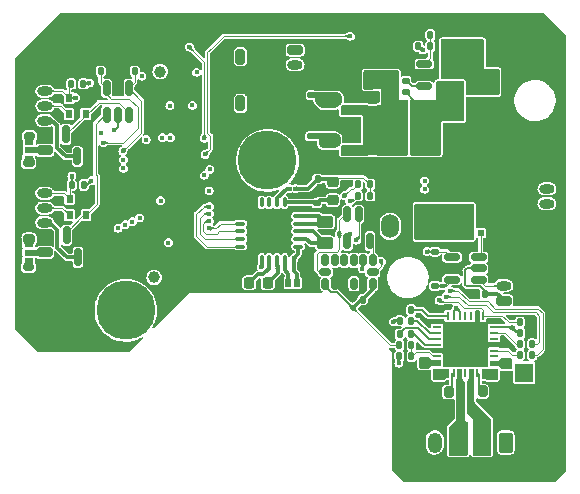
<source format=gbr>
%TF.GenerationSoftware,KiCad,Pcbnew,(6.0.6)*%
%TF.CreationDate,2022-07-03T12:41:07+08:00*%
%TF.ProjectId,Stealthburner_Toolhead_PCB,53746561-6c74-4686-9275-726e65725f54,rev?*%
%TF.SameCoordinates,Original*%
%TF.FileFunction,Copper,L4,Bot*%
%TF.FilePolarity,Positive*%
%FSLAX46Y46*%
G04 Gerber Fmt 4.6, Leading zero omitted, Abs format (unit mm)*
G04 Created by KiCad (PCBNEW (6.0.6)) date 2022-07-03 12:41:07*
%MOMM*%
%LPD*%
G01*
G04 APERTURE LIST*
G04 Aperture macros list*
%AMRoundRect*
0 Rectangle with rounded corners*
0 $1 Rounding radius*
0 $2 $3 $4 $5 $6 $7 $8 $9 X,Y pos of 4 corners*
0 Add a 4 corners polygon primitive as box body*
4,1,4,$2,$3,$4,$5,$6,$7,$8,$9,$2,$3,0*
0 Add four circle primitives for the rounded corners*
1,1,$1+$1,$2,$3*
1,1,$1+$1,$4,$5*
1,1,$1+$1,$6,$7*
1,1,$1+$1,$8,$9*
0 Add four rect primitives between the rounded corners*
20,1,$1+$1,$2,$3,$4,$5,0*
20,1,$1+$1,$4,$5,$6,$7,0*
20,1,$1+$1,$6,$7,$8,$9,0*
20,1,$1+$1,$8,$9,$2,$3,0*%
%AMFreePoly0*
4,1,17,1.370000,0.720000,0.950000,0.720000,0.950000,0.580000,1.370000,0.580000,1.370000,0.080000,0.950000,0.080000,0.950000,-0.080000,1.370000,-0.080000,1.370000,-0.580000,0.950000,-0.580000,0.950000,-0.720000,1.371000,-0.720000,1.371000,-1.225000,-0.950000,-1.225000,-0.950000,1.225000,1.370000,1.225000,1.370000,0.720000,1.370000,0.720000,$1*%
G04 Aperture macros list end*
%TA.AperFunction,ComponentPad*%
%ADD10RoundRect,0.200000X-0.200000X-0.450000X0.200000X-0.450000X0.200000X0.450000X-0.200000X0.450000X0*%
%TD*%
%TA.AperFunction,ComponentPad*%
%ADD11O,0.800000X1.300000*%
%TD*%
%TA.AperFunction,ComponentPad*%
%ADD12RoundRect,0.250001X0.499999X0.759999X-0.499999X0.759999X-0.499999X-0.759999X0.499999X-0.759999X0*%
%TD*%
%TA.AperFunction,ComponentPad*%
%ADD13O,1.500000X2.020000*%
%TD*%
%TA.AperFunction,ComponentPad*%
%ADD14RoundRect,0.200000X0.450000X-0.200000X0.450000X0.200000X-0.450000X0.200000X-0.450000X-0.200000X0*%
%TD*%
%TA.AperFunction,ComponentPad*%
%ADD15O,1.300000X0.800000*%
%TD*%
%TA.AperFunction,ComponentPad*%
%ADD16R,1.600000X1.600000*%
%TD*%
%TA.AperFunction,ComponentPad*%
%ADD17C,1.600000*%
%TD*%
%TA.AperFunction,ComponentPad*%
%ADD18C,1.000000*%
%TD*%
%TA.AperFunction,ComponentPad*%
%ADD19C,5.000000*%
%TD*%
%TA.AperFunction,ComponentPad*%
%ADD20RoundRect,0.200000X-0.450000X0.200000X-0.450000X-0.200000X0.450000X-0.200000X0.450000X0.200000X0*%
%TD*%
%TA.AperFunction,ComponentPad*%
%ADD21RoundRect,0.250001X-0.759999X0.499999X-0.759999X-0.499999X0.759999X-0.499999X0.759999X0.499999X0*%
%TD*%
%TA.AperFunction,ComponentPad*%
%ADD22O,2.020000X1.500000*%
%TD*%
%TA.AperFunction,SMDPad,CuDef*%
%ADD23RoundRect,0.225000X0.250000X-0.225000X0.250000X0.225000X-0.250000X0.225000X-0.250000X-0.225000X0*%
%TD*%
%TA.AperFunction,SMDPad,CuDef*%
%ADD24RoundRect,0.225000X-0.250000X0.225000X-0.250000X-0.225000X0.250000X-0.225000X0.250000X0.225000X0*%
%TD*%
%TA.AperFunction,SMDPad,CuDef*%
%ADD25RoundRect,0.150000X-0.512500X-0.150000X0.512500X-0.150000X0.512500X0.150000X-0.512500X0.150000X0*%
%TD*%
%TA.AperFunction,SMDPad,CuDef*%
%ADD26RoundRect,0.075000X0.337500X0.075000X-0.337500X0.075000X-0.337500X-0.075000X0.337500X-0.075000X0*%
%TD*%
%TA.AperFunction,SMDPad,CuDef*%
%ADD27RoundRect,0.075000X0.075000X0.337500X-0.075000X0.337500X-0.075000X-0.337500X0.075000X-0.337500X0*%
%TD*%
%TA.AperFunction,SMDPad,CuDef*%
%ADD28R,3.250000X3.250000*%
%TD*%
%TA.AperFunction,SMDPad,CuDef*%
%ADD29RoundRect,0.135000X0.135000X0.185000X-0.135000X0.185000X-0.135000X-0.185000X0.135000X-0.185000X0*%
%TD*%
%TA.AperFunction,SMDPad,CuDef*%
%ADD30RoundRect,0.135000X-0.135000X-0.185000X0.135000X-0.185000X0.135000X0.185000X-0.135000X0.185000X0*%
%TD*%
%TA.AperFunction,SMDPad,CuDef*%
%ADD31RoundRect,0.140000X0.140000X0.170000X-0.140000X0.170000X-0.140000X-0.170000X0.140000X-0.170000X0*%
%TD*%
%TA.AperFunction,SMDPad,CuDef*%
%ADD32RoundRect,0.150000X-0.150000X0.587500X-0.150000X-0.587500X0.150000X-0.587500X0.150000X0.587500X0*%
%TD*%
%TA.AperFunction,SMDPad,CuDef*%
%ADD33RoundRect,0.150000X-0.587500X-0.150000X0.587500X-0.150000X0.587500X0.150000X-0.587500X0.150000X0*%
%TD*%
%TA.AperFunction,SMDPad,CuDef*%
%ADD34RoundRect,0.140000X0.170000X-0.140000X0.170000X0.140000X-0.170000X0.140000X-0.170000X-0.140000X0*%
%TD*%
%TA.AperFunction,SMDPad,CuDef*%
%ADD35RoundRect,0.140000X-0.140000X-0.170000X0.140000X-0.170000X0.140000X0.170000X-0.140000X0.170000X0*%
%TD*%
%TA.AperFunction,SMDPad,CuDef*%
%ADD36R,0.630000X0.500000*%
%TD*%
%TA.AperFunction,SMDPad,CuDef*%
%ADD37FreePoly0,180.000000*%
%TD*%
%TA.AperFunction,SMDPad,CuDef*%
%ADD38R,0.600000X0.700000*%
%TD*%
%TA.AperFunction,SMDPad,CuDef*%
%ADD39RoundRect,0.250000X-0.450000X0.262500X-0.450000X-0.262500X0.450000X-0.262500X0.450000X0.262500X0*%
%TD*%
%TA.AperFunction,SMDPad,CuDef*%
%ADD40RoundRect,0.200000X-0.200000X-0.275000X0.200000X-0.275000X0.200000X0.275000X-0.200000X0.275000X0*%
%TD*%
%TA.AperFunction,SMDPad,CuDef*%
%ADD41RoundRect,0.200000X0.200000X0.275000X-0.200000X0.275000X-0.200000X-0.275000X0.200000X-0.275000X0*%
%TD*%
%TA.AperFunction,SMDPad,CuDef*%
%ADD42RoundRect,0.150000X-0.150000X0.512500X-0.150000X-0.512500X0.150000X-0.512500X0.150000X0.512500X0*%
%TD*%
%TA.AperFunction,SMDPad,CuDef*%
%ADD43R,1.200000X0.900000*%
%TD*%
%TA.AperFunction,SMDPad,CuDef*%
%ADD44R,1.200000X3.700000*%
%TD*%
%TA.AperFunction,SMDPad,CuDef*%
%ADD45RoundRect,0.140000X-0.170000X0.140000X-0.170000X-0.140000X0.170000X-0.140000X0.170000X0.140000X0*%
%TD*%
%TA.AperFunction,SMDPad,CuDef*%
%ADD46R,0.800000X0.500000*%
%TD*%
%TA.AperFunction,SMDPad,CuDef*%
%ADD47R,0.762000X0.254000*%
%TD*%
%TA.AperFunction,SMDPad,CuDef*%
%ADD48R,0.254000X0.762000*%
%TD*%
%TA.AperFunction,SMDPad,CuDef*%
%ADD49R,3.800000X3.800000*%
%TD*%
%TA.AperFunction,SMDPad,CuDef*%
%ADD50RoundRect,0.150000X0.150000X-0.325000X0.150000X0.325000X-0.150000X0.325000X-0.150000X-0.325000X0*%
%TD*%
%TA.AperFunction,SMDPad,CuDef*%
%ADD51RoundRect,0.150000X0.325000X-0.150000X0.325000X0.150000X-0.325000X0.150000X-0.325000X-0.150000X0*%
%TD*%
%TA.AperFunction,SMDPad,CuDef*%
%ADD52R,0.500000X0.800000*%
%TD*%
%TA.AperFunction,SMDPad,CuDef*%
%ADD53RoundRect,0.218750X-0.256250X0.218750X-0.256250X-0.218750X0.256250X-0.218750X0.256250X0.218750X0*%
%TD*%
%TA.AperFunction,SMDPad,CuDef*%
%ADD54RoundRect,0.250000X-0.250000X-0.475000X0.250000X-0.475000X0.250000X0.475000X-0.250000X0.475000X0*%
%TD*%
%TA.AperFunction,SMDPad,CuDef*%
%ADD55RoundRect,0.135000X-0.185000X0.135000X-0.185000X-0.135000X0.185000X-0.135000X0.185000X0.135000X0*%
%TD*%
%TA.AperFunction,ComponentPad*%
%ADD56RoundRect,0.250000X0.350000X0.625000X-0.350000X0.625000X-0.350000X-0.625000X0.350000X-0.625000X0*%
%TD*%
%TA.AperFunction,ComponentPad*%
%ADD57O,1.200000X1.750000*%
%TD*%
%TA.AperFunction,SMDPad,CuDef*%
%ADD58RoundRect,0.225000X0.225000X0.250000X-0.225000X0.250000X-0.225000X-0.250000X0.225000X-0.250000X0*%
%TD*%
%TA.AperFunction,SMDPad,CuDef*%
%ADD59RoundRect,0.135000X0.185000X-0.135000X0.185000X0.135000X-0.185000X0.135000X-0.185000X-0.135000X0*%
%TD*%
%TA.AperFunction,ViaPad*%
%ADD60C,0.450000*%
%TD*%
%TA.AperFunction,Conductor*%
%ADD61C,0.500000*%
%TD*%
%TA.AperFunction,Conductor*%
%ADD62C,0.200000*%
%TD*%
%TA.AperFunction,Conductor*%
%ADD63C,0.120000*%
%TD*%
%TA.AperFunction,Conductor*%
%ADD64C,0.300000*%
%TD*%
G04 APERTURE END LIST*
D10*
%TO.P,J4,1,Pin_1*%
%TO.N,Net-(C13-Pad1)*%
X119278400Y-103835200D03*
D11*
%TO.P,J4,2,Pin_2*%
%TO.N,GND*%
X120528400Y-103835200D03*
%TD*%
D12*
%TO.P,J9,1,Pin_1*%
%TO.N,Net-(J9-Pad1)*%
X134951600Y-114241600D03*
D13*
%TO.P,J9,2,Pin_2*%
%TO.N,+24V*%
X131951600Y-114241600D03*
%TD*%
D14*
%TO.P,J7,1,Pin_1*%
%TO.N,Net-(J7-Pad1)*%
X102710400Y-116444400D03*
D15*
%TO.P,J7,2,Pin_2*%
%TO.N,GND*%
X102710400Y-115194400D03*
%TO.P,J7,3,Pin_3*%
%TO.N,Net-(J7-Pad3)*%
X102710400Y-113944400D03*
%TO.P,J7,4,Pin_4*%
%TO.N,Net-(D3-Pad2)*%
X102710400Y-112694400D03*
%TO.P,J7,5,Pin_5*%
%TO.N,/FAN1_DET*%
X102710400Y-111444400D03*
%TD*%
D16*
%TO.P,C32,1*%
%TO.N,+24V*%
X143306800Y-126630421D03*
D17*
%TO.P,C32,2*%
%TO.N,GND*%
X143306800Y-129130421D03*
%TD*%
D18*
%TO.P,J3,1,Pin_1*%
%TO.N,Net-(J3-Pad1)*%
X112471200Y-101142800D03*
%TD*%
D19*
%TO.P,H2,1,1*%
%TO.N,unconnected-(H2-Pad1)*%
X121564400Y-108661200D03*
%TD*%
D20*
%TO.P,J2,1,Pin_1*%
%TO.N,+24V*%
X123901200Y-99314000D03*
D15*
%TO.P,J2,2,Pin_2*%
%TO.N,Net-(D2-Pad1)*%
X123901200Y-100564000D03*
%TO.P,J2,3,Pin_3*%
%TO.N,GND*%
X123901200Y-101814000D03*
%TD*%
D14*
%TO.P,J8,1,Pin_1*%
%TO.N,+5V*%
X141572400Y-120528400D03*
D15*
%TO.P,J8,2,Pin_2*%
%TO.N,Net-(J8-Pad2)*%
X141572400Y-119278400D03*
%TO.P,J8,3,Pin_3*%
%TO.N,GND*%
X141572400Y-118028400D03*
%TD*%
D19*
%TO.P,H1,1,1*%
%TO.N,unconnected-(H1-Pad1)*%
X109575600Y-121361200D03*
%TD*%
D18*
%TO.P,TP1,1,1*%
%TO.N,/RUN*%
X111963200Y-118567200D03*
%TD*%
D14*
%TO.P,J10,1,Pin_1*%
%TO.N,Net-(J10-Pad1)*%
X102717600Y-107797600D03*
D15*
%TO.P,J10,2,Pin_2*%
%TO.N,GND*%
X102717600Y-106547600D03*
%TO.P,J10,3,Pin_3*%
%TO.N,Net-(J10-Pad3)*%
X102717600Y-105297600D03*
%TO.P,J10,4,Pin_4*%
%TO.N,Net-(D5-Pad2)*%
X102717600Y-104047600D03*
%TO.P,J10,5,Pin_5*%
%TO.N,/FAN2_DET*%
X102717600Y-102797600D03*
%TD*%
D14*
%TO.P,J5,1,Pin_1*%
%TO.N,GND*%
X145230000Y-113568800D03*
D15*
%TO.P,J5,2,Pin_2*%
%TO.N,Net-(J5-Pad2)*%
X145230000Y-112318800D03*
%TO.P,J5,3,Pin_3*%
%TO.N,Net-(J5-Pad3)*%
X145230000Y-111068800D03*
%TD*%
D21*
%TO.P,J1,1,Pin_1*%
%TO.N,+24V*%
X139895600Y-102081200D03*
D22*
%TO.P,J1,2,Pin_2*%
%TO.N,GND*%
X139895600Y-105081200D03*
%TD*%
D10*
%TO.P,J6,1,Pin_1*%
%TO.N,Net-(C17-Pad1)*%
X119278400Y-99872800D03*
D11*
%TO.P,J6,2,Pin_2*%
%TO.N,GND*%
X120528400Y-99872800D03*
%TD*%
D23*
%TO.P,C12,1*%
%TO.N,+12V*%
X130403600Y-101829200D03*
%TO.P,C12,2*%
%TO.N,GND*%
X130403600Y-100279200D03*
%TD*%
D24*
%TO.P,C5,1*%
%TO.N,+12V*%
X130454400Y-107276600D03*
%TO.P,C5,2*%
%TO.N,GND*%
X130454400Y-108826600D03*
%TD*%
D25*
%TO.P,U1,1,CB*%
%TO.N,Net-(C7-Pad2)*%
X134831700Y-102397600D03*
%TO.P,U1,2,GND*%
%TO.N,GND*%
X134831700Y-101447600D03*
%TO.P,U1,3,FB*%
%TO.N,Net-(R2-Pad2)*%
X134831700Y-100497600D03*
%TO.P,U1,4,EN*%
%TO.N,+24V*%
X137106700Y-100497600D03*
%TO.P,U1,5,VIN*%
X137106700Y-101447600D03*
%TO.P,U1,6,SW*%
%TO.N,Net-(C7-Pad1)*%
X137106700Y-102397600D03*
%TD*%
D26*
%TO.P,U13,1,BIAS*%
%TO.N,Net-(R31-Pad1)*%
X124154300Y-113355600D03*
%TO.P,U13,2,REFIN+*%
X124154300Y-114005600D03*
%TO.P,U13,3,REFIN-*%
%TO.N,Net-(R31-Pad2)*%
X124154300Y-114655600D03*
%TO.P,U13,4,ISENSOR*%
X124154300Y-115305600D03*
%TO.P,U13,5,FORCE+*%
%TO.N,/FORCE+*%
X124154300Y-115955600D03*
D27*
%TO.P,U13,6,FORCE2*%
%TO.N,/FORCE2*%
X123016800Y-117093100D03*
%TO.P,U13,7,RTDIN+*%
%TO.N,/RTDIN+*%
X122366800Y-117093100D03*
%TO.P,U13,8,RTDIN-*%
%TO.N,/RTDIN-*%
X121716800Y-117093100D03*
%TO.P,U13,9,FORCE-*%
%TO.N,/FORCE-*%
X121066800Y-117093100D03*
%TO.P,U13,10,GND*%
%TO.N,GND*%
X120416800Y-117093100D03*
D26*
%TO.P,U13,11,SDI*%
%TO.N,/SPI0_MOSI*%
X119279300Y-115955600D03*
%TO.P,U13,12,SCLK*%
%TO.N,/SPI0_CLK*%
X119279300Y-115305600D03*
%TO.P,U13,13,~{CS}*%
%TO.N,/SPI0_CS1*%
X119279300Y-114655600D03*
%TO.P,U13,14,SDO*%
%TO.N,/SPI0_MISO*%
X119279300Y-114005600D03*
%TO.P,U13,15,DGND*%
%TO.N,GND*%
X119279300Y-113355600D03*
D27*
%TO.P,U13,16,GND*%
X120416800Y-112218100D03*
%TO.P,U13,17,NC*%
%TO.N,unconnected-(U13-Pad17)*%
X121066800Y-112218100D03*
%TO.P,U13,18,~{DRDY}*%
%TO.N,unconnected-(U13-Pad18)*%
X121716800Y-112218100D03*
%TO.P,U13,19,DVDD*%
%TO.N,+3V3*%
X122366800Y-112218100D03*
%TO.P,U13,20,VDD*%
%TO.N,Net-(C31-Pad1)*%
X123016800Y-112218100D03*
D28*
%TO.P,U13,21,GND*%
%TO.N,GND*%
X121716800Y-114655600D03*
%TD*%
D29*
%TO.P,R25,1*%
%TO.N,/E-STEP*%
X143969200Y-124206000D03*
%TO.P,R25,2*%
%TO.N,Net-(R25-Pad2)*%
X142949200Y-124206000D03*
%TD*%
D30*
%TO.P,R13,1*%
%TO.N,/FAN1_PWM*%
X107465400Y-101117400D03*
%TO.P,R13,2*%
%TO.N,GND*%
X108485400Y-101117400D03*
%TD*%
D31*
%TO.P,C27,1*%
%TO.N,GND*%
X143937200Y-123291600D03*
%TO.P,C27,2*%
%TO.N,+3V3*%
X142977200Y-123291600D03*
%TD*%
D30*
%TO.P,R28,1*%
%TO.N,+3V3*%
X132738400Y-124307600D03*
%TO.P,R28,2*%
%TO.N,Net-(R24-Pad2)*%
X133758400Y-124307600D03*
%TD*%
D23*
%TO.P,C10,1*%
%TO.N,+12V*%
X131876800Y-101829200D03*
%TO.P,C10,2*%
%TO.N,GND*%
X131876800Y-100279200D03*
%TD*%
%TO.P,C6,1*%
%TO.N,+12V*%
X130454400Y-104965800D03*
%TO.P,C6,2*%
%TO.N,GND*%
X130454400Y-103415800D03*
%TD*%
D32*
%TO.P,Q1,1,G*%
%TO.N,Net-(D3-Pad1)*%
X104561600Y-114988100D03*
%TO.P,Q1,2,S*%
%TO.N,GND*%
X106461600Y-114988100D03*
%TO.P,Q1,3,D*%
%TO.N,Net-(J7-Pad3)*%
X105511600Y-116863100D03*
%TD*%
D31*
%TO.P,C34,1*%
%TO.N,Net-(C34-Pad1)*%
X133728400Y-123393200D03*
%TO.P,C34,2*%
%TO.N,Net-(C34-Pad2)*%
X132768400Y-123393200D03*
%TD*%
D33*
%TO.P,U3,1,GND*%
%TO.N,GND*%
X126773700Y-105344000D03*
%TO.P,U3,2,OUT*%
%TO.N,+3V3*%
X126773700Y-103444000D03*
%TO.P,U3,3,IN*%
%TO.N,+12V*%
X128648700Y-104394000D03*
%TD*%
D34*
%TO.P,C31,1*%
%TO.N,Net-(C31-Pad1)*%
X125730000Y-112290800D03*
%TO.P,C31,2*%
%TO.N,GND*%
X125730000Y-111330800D03*
%TD*%
D35*
%TO.P,C35,1*%
%TO.N,+3V3*%
X129618800Y-120446800D03*
%TO.P,C35,2*%
%TO.N,GND*%
X130578800Y-120446800D03*
%TD*%
D32*
%TO.P,Q2,1,G*%
%TO.N,Net-(D5-Pad1)*%
X104510800Y-106453700D03*
%TO.P,Q2,2,S*%
%TO.N,GND*%
X106410800Y-106453700D03*
%TO.P,Q2,3,D*%
%TO.N,Net-(J10-Pad3)*%
X105460800Y-108328700D03*
%TD*%
D36*
%TO.P,Q3,1,S*%
%TO.N,GND*%
X139612400Y-112872400D03*
%TO.P,Q3,2,S*%
X139612400Y-113512400D03*
%TO.P,Q3,3,S*%
X139612400Y-114172400D03*
%TO.P,Q3,4,G*%
%TO.N,Net-(Q3-Pad4)*%
X139612400Y-114812400D03*
D37*
%TO.P,Q3,5,D*%
%TO.N,Net-(J9-Pad1)*%
X137787400Y-113842400D03*
%TD*%
D38*
%TO.P,D3,1,K*%
%TO.N,Net-(D3-Pad1)*%
X106211600Y-113309400D03*
%TO.P,D3,2,A*%
%TO.N,Net-(D3-Pad2)*%
X104811600Y-113309400D03*
%TD*%
%TO.P,D6,1,A1*%
%TO.N,GND*%
X106160800Y-103352600D03*
%TO.P,D6,2,A2*%
%TO.N,/FAN2_DET*%
X104760800Y-103352600D03*
%TD*%
D39*
%TO.P,R31,1*%
%TO.N,Net-(R31-Pad1)*%
X126441200Y-113844700D03*
%TO.P,R31,2*%
%TO.N,Net-(R31-Pad2)*%
X126441200Y-115669700D03*
%TD*%
D40*
%TO.P,R29,1*%
%TO.N,Net-(R29-Pad1)*%
X139789400Y-128219200D03*
%TO.P,R29,2*%
%TO.N,GND*%
X141439400Y-128219200D03*
%TD*%
D31*
%TO.P,C33,1*%
%TO.N,Net-(C33-Pad1)*%
X133728400Y-122224800D03*
%TO.P,C33,2*%
%TO.N,+24V*%
X132768400Y-122224800D03*
%TD*%
D41*
%TO.P,R30,1*%
%TO.N,Net-(R30-Pad1)*%
X136918200Y-128270000D03*
%TO.P,R30,2*%
%TO.N,GND*%
X135268200Y-128270000D03*
%TD*%
D29*
%TO.P,R20,1*%
%TO.N,+3V3*%
X105970800Y-102184200D03*
%TO.P,R20,2*%
%TO.N,/FAN2_DET*%
X104950800Y-102184200D03*
%TD*%
D30*
%TO.P,R2,1*%
%TO.N,+12V*%
X134341600Y-99009200D03*
%TO.P,R2,2*%
%TO.N,Net-(R2-Pad2)*%
X135361600Y-99009200D03*
%TD*%
D35*
%TO.P,C28,1*%
%TO.N,GND*%
X132768400Y-121310400D03*
%TO.P,C28,2*%
%TO.N,Net-(C28-Pad2)*%
X133728400Y-121310400D03*
%TD*%
D42*
%TO.P,U11,1*%
%TO.N,/SPI0_CS2*%
X128336000Y-113213300D03*
%TO.P,U11,2*%
%TO.N,/SPI0_MOSI*%
X129286000Y-113213300D03*
%TO.P,U11,3,GND*%
%TO.N,GND*%
X130236000Y-113213300D03*
%TO.P,U11,4*%
%TO.N,Net-(U11-Pad4)*%
X130236000Y-115488300D03*
%TO.P,U11,5,VCC*%
%TO.N,+3V3*%
X128336000Y-115488300D03*
%TD*%
D43*
%TO.P,D1,1,K*%
%TO.N,Net-(C7-Pad1)*%
X137086800Y-104166400D03*
%TO.P,D1,2,A*%
%TO.N,GND*%
X137086800Y-107466400D03*
%TD*%
D44*
%TO.P,L1,1,1*%
%TO.N,Net-(C7-Pad1)*%
X134981600Y-105714800D03*
%TO.P,L1,2,2*%
%TO.N,+12V*%
X132181600Y-105714800D03*
%TD*%
D35*
%TO.P,C25,1*%
%TO.N,GND*%
X139016800Y-119989600D03*
%TO.P,C25,2*%
%TO.N,+5V*%
X139976800Y-119989600D03*
%TD*%
D45*
%TO.P,C9,1*%
%TO.N,+3V3*%
X125272800Y-103152000D03*
%TO.P,C9,2*%
%TO.N,GND*%
X125272800Y-104112000D03*
%TD*%
D29*
%TO.P,R27,1*%
%TO.N,GND*%
X143967200Y-122377200D03*
%TO.P,R27,2*%
%TO.N,/UART*%
X142947200Y-122377200D03*
%TD*%
D45*
%TO.P,C8,1*%
%TO.N,+5V*%
X125222000Y-106606400D03*
%TO.P,C8,2*%
%TO.N,GND*%
X125222000Y-107566400D03*
%TD*%
D29*
%TO.P,R16,1*%
%TO.N,+3V3*%
X106021600Y-110744000D03*
%TO.P,R16,2*%
%TO.N,/FAN1_DET*%
X105001600Y-110744000D03*
%TD*%
D46*
%TO.P,JP2,1,A*%
%TO.N,+24V*%
X101396800Y-107086400D03*
%TO.P,JP2,2,C*%
%TO.N,Net-(J10-Pad1)*%
X101396800Y-107797600D03*
%TO.P,JP2,3,B*%
%TO.N,+12V*%
X101371400Y-108508800D03*
%TD*%
D47*
%TO.P,U12,1,OB2*%
%TO.N,/E-B2*%
X135902700Y-125756800D03*
%TO.P,U12,2,ENN*%
%TO.N,Net-(R24-Pad2)*%
X135902700Y-125256801D03*
%TO.P,U12,3,GND*%
%TO.N,GND*%
X135902700Y-124756799D03*
%TO.P,U12,4,CPO*%
%TO.N,Net-(C34-Pad1)*%
X135902700Y-124256800D03*
%TO.P,U12,5,CPI*%
%TO.N,Net-(C34-Pad2)*%
X135902700Y-123756801D03*
%TO.P,U12,6,VCP*%
%TO.N,Net-(C33-Pad1)*%
X135902700Y-123256799D03*
%TO.P,U12,7,SPREAD*%
%TO.N,unconnected-(U12-Pad7)*%
X135902700Y-122756800D03*
D48*
%TO.P,U12,8,5VOUT*%
%TO.N,Net-(C28-Pad2)*%
X136828400Y-121831100D03*
%TO.P,U12,9,MS1_AD0*%
%TO.N,+3V3*%
X137328399Y-121831100D03*
%TO.P,U12,10,MS2_AD1*%
X137828401Y-121831100D03*
%TO.P,U12,11,DIAG*%
%TO.N,/E-DIAG*%
X138328400Y-121831100D03*
%TO.P,U12,12,INDEX*%
%TO.N,unconnected-(U12-Pad12)*%
X138828399Y-121831100D03*
%TO.P,U12,13,CLK*%
%TO.N,GND*%
X139328401Y-121831100D03*
%TO.P,U12,14,PDN_UART*%
%TO.N,/UART*%
X139828400Y-121831100D03*
D47*
%TO.P,U12,15,VCC_IO*%
%TO.N,+3V3*%
X140754100Y-122756800D03*
%TO.P,U12,16,STEP*%
%TO.N,Net-(R25-Pad2)*%
X140754100Y-123256799D03*
%TO.P,U12,17,VREF*%
%TO.N,unconnected-(U12-Pad17)*%
X140754100Y-123756801D03*
%TO.P,U12,18,GND*%
%TO.N,GND*%
X140754100Y-124256800D03*
%TO.P,U12,19,DIR*%
%TO.N,Net-(R26-Pad2)*%
X140754100Y-124756799D03*
%TO.P,U12,20,STDBY*%
%TO.N,unconnected-(U12-Pad20)*%
X140754100Y-125256801D03*
%TO.P,U12,21,OA2*%
%TO.N,/E-A2*%
X140754100Y-125756800D03*
D48*
%TO.P,U12,22,VS*%
%TO.N,+24V*%
X139828400Y-126682500D03*
%TO.P,U12,23,BRA*%
%TO.N,Net-(R29-Pad1)*%
X139328401Y-126682500D03*
%TO.P,U12,24,OA1*%
%TO.N,/E-A1*%
X138828399Y-126682500D03*
%TO.P,U12,25,NC*%
%TO.N,unconnected-(U12-Pad25)*%
X138328400Y-126682500D03*
%TO.P,U12,26,OB1*%
%TO.N,/E-B1*%
X137828401Y-126682500D03*
%TO.P,U12,27,BRB*%
%TO.N,Net-(R30-Pad1)*%
X137328399Y-126682500D03*
%TO.P,U12,28,VS*%
%TO.N,+24V*%
X136828400Y-126682500D03*
D49*
%TO.P,U12,29,EPAD*%
%TO.N,GND*%
X138328400Y-124256800D03*
%TD*%
D29*
%TO.P,R22,1*%
%TO.N,+3V3*%
X130253200Y-110693200D03*
%TO.P,R22,2*%
%TO.N,/IIC0_SDA*%
X129233200Y-110693200D03*
%TD*%
D50*
%TO.P,U14,1,Vdd_I/O*%
%TO.N,+3V3*%
X130473200Y-119110000D03*
%TO.P,U14,2,GND*%
%TO.N,GND*%
X129673200Y-119110000D03*
%TO.P,U14,3,RES*%
%TO.N,unconnected-(U14-Pad3)*%
X128873200Y-119110000D03*
%TO.P,U14,4,GND*%
%TO.N,GND*%
X128073200Y-119110000D03*
%TO.P,U14,5,GND*%
X127273200Y-119110000D03*
%TO.P,U14,6,Vs*%
%TO.N,+3V3*%
X126473200Y-119110000D03*
D51*
%TO.P,U14,7,~{CS}*%
%TO.N,/SPI0_CS2*%
X126473200Y-118110000D03*
D50*
%TO.P,U14,8,INT1*%
%TO.N,unconnected-(U14-Pad8)*%
X126473200Y-117110000D03*
%TO.P,U14,9,INT2*%
%TO.N,unconnected-(U14-Pad9)*%
X127273200Y-117110000D03*
%TO.P,U14,10,NC*%
%TO.N,unconnected-(U14-Pad10)*%
X128073200Y-117110000D03*
%TO.P,U14,11,RES*%
%TO.N,unconnected-(U14-Pad11)*%
X128873200Y-117110000D03*
%TO.P,U14,12,SDO/ADDR*%
%TO.N,/SPI0_MISO*%
X129673200Y-117110000D03*
%TO.P,U14,13,SDA/SDI/SDIO*%
%TO.N,Net-(U11-Pad4)*%
X130473200Y-117110000D03*
D51*
%TO.P,U14,14,SCL/SCLK*%
%TO.N,/SPI0_CLK*%
X130473200Y-118110000D03*
%TD*%
D29*
%TO.P,R3,1*%
%TO.N,Net-(R2-Pad2)*%
X135361600Y-98044000D03*
%TO.P,R3,2*%
%TO.N,GND*%
X134341600Y-98044000D03*
%TD*%
D38*
%TO.P,D5,1,K*%
%TO.N,Net-(D5-Pad1)*%
X106160800Y-104749600D03*
%TO.P,D5,2,A*%
%TO.N,Net-(D5-Pad2)*%
X104760800Y-104749600D03*
%TD*%
D52*
%TO.P,JP3,1,A*%
%TO.N,/FORCE+*%
X124053600Y-119024400D03*
%TO.P,JP3,2,C*%
%TO.N,/FORCE2*%
X123342400Y-119024400D03*
%TO.P,JP3,3,B*%
%TO.N,GND*%
X122631200Y-118999000D03*
%TD*%
D46*
%TO.P,JP1,1,A*%
%TO.N,+24V*%
X101371400Y-115747800D03*
%TO.P,JP1,2,C*%
%TO.N,Net-(J7-Pad1)*%
X101371400Y-116459000D03*
%TO.P,JP1,3,B*%
%TO.N,+12V*%
X101346000Y-117170200D03*
%TD*%
D53*
%TO.P,FB1,1*%
%TO.N,+3V3*%
X127101600Y-110464500D03*
%TO.P,FB1,2*%
%TO.N,Net-(C31-Pad1)*%
X127101600Y-112039500D03*
%TD*%
D54*
%TO.P,C1,1*%
%TO.N,+24V*%
X139004000Y-99415600D03*
%TO.P,C1,2*%
%TO.N,GND*%
X140904000Y-99415600D03*
%TD*%
D29*
%TO.P,R23,1*%
%TO.N,+3V3*%
X130253200Y-111658400D03*
%TO.P,R23,2*%
%TO.N,/IIC0_SCL*%
X129233200Y-111658400D03*
%TD*%
D31*
%TO.P,C30,1*%
%TO.N,+3V3*%
X125803600Y-110236000D03*
%TO.P,C30,2*%
%TO.N,GND*%
X124843600Y-110236000D03*
%TD*%
D55*
%TO.P,R19,1*%
%TO.N,/HE*%
X135737600Y-116380800D03*
%TO.P,R19,2*%
%TO.N,GND*%
X135737600Y-117400800D03*
%TD*%
D29*
%TO.P,R26,1*%
%TO.N,/E-DIR*%
X143969200Y-125120400D03*
%TO.P,R26,2*%
%TO.N,Net-(R26-Pad2)*%
X142949200Y-125120400D03*
%TD*%
D33*
%TO.P,U2,1,GND*%
%TO.N,GND*%
X126773700Y-108747600D03*
%TO.P,U2,2,OUT*%
%TO.N,+5V*%
X126773700Y-106847600D03*
%TO.P,U2,3,IN*%
%TO.N,+12V*%
X128648700Y-107797600D03*
%TD*%
D29*
%TO.P,R18,1*%
%TO.N,/FAN2_PWM*%
X110339600Y-101117400D03*
%TO.P,R18,2*%
%TO.N,GND*%
X109319600Y-101117400D03*
%TD*%
D42*
%TO.P,U6,1*%
%TO.N,/FAN1_PWM*%
X107939800Y-102545300D03*
%TO.P,U6,2,GND*%
%TO.N,GND*%
X108889800Y-102545300D03*
%TO.P,U6,3*%
%TO.N,/FAN2_PWM*%
X109839800Y-102545300D03*
%TO.P,U6,4*%
%TO.N,Net-(D5-Pad1)*%
X109839800Y-104820300D03*
%TO.P,U6,5,VCC*%
%TO.N,+5V*%
X108889800Y-104820300D03*
%TO.P,U6,6*%
%TO.N,Net-(D3-Pad1)*%
X107939800Y-104820300D03*
%TD*%
D56*
%TO.P,J12,1,Pin_1*%
%TO.N,/E-A2*%
X141734800Y-132546000D03*
D57*
%TO.P,J12,2,Pin_2*%
%TO.N,/E-A1*%
X139734800Y-132546000D03*
%TO.P,J12,3,Pin_3*%
%TO.N,/E-B1*%
X137734800Y-132546000D03*
%TO.P,J12,4,Pin_4*%
%TO.N,/E-B2*%
X135734800Y-132546000D03*
%TD*%
D58*
%TO.P,C36,1*%
%TO.N,/RTDIN+*%
X121577400Y-119024400D03*
%TO.P,C36,2*%
%TO.N,/RTDIN-*%
X120027400Y-119024400D03*
%TD*%
D30*
%TO.P,R24,1*%
%TO.N,/E-EN*%
X132738400Y-125222000D03*
%TO.P,R24,2*%
%TO.N,Net-(R24-Pad2)*%
X133758400Y-125222000D03*
%TD*%
D59*
%TO.P,R17,1*%
%TO.N,/NEO*%
X135737600Y-119280400D03*
%TO.P,R17,2*%
%TO.N,GND*%
X135737600Y-118260400D03*
%TD*%
D25*
%TO.P,U8,1*%
%TO.N,/NEO*%
X137190900Y-118755200D03*
%TO.P,U8,2,GND*%
%TO.N,GND*%
X137190900Y-117805200D03*
%TO.P,U8,3*%
%TO.N,/HE*%
X137190900Y-116855200D03*
%TO.P,U8,4*%
%TO.N,Net-(Q3-Pad4)*%
X139465900Y-116855200D03*
%TO.P,U8,5,VCC*%
%TO.N,+5V*%
X139465900Y-117805200D03*
%TO.P,U8,6*%
%TO.N,Net-(J8-Pad2)*%
X139465900Y-118755200D03*
%TD*%
D34*
%TO.P,C7,1*%
%TO.N,Net-(C7-Pad1)*%
X133299200Y-102892800D03*
%TO.P,C7,2*%
%TO.N,Net-(C7-Pad2)*%
X133299200Y-101932800D03*
%TD*%
D38*
%TO.P,D4,1,A1*%
%TO.N,GND*%
X106211600Y-111912400D03*
%TO.P,D4,2,A2*%
%TO.N,/FAN1_DET*%
X104811600Y-111912400D03*
%TD*%
D60*
%TO.N,+24V*%
X135839200Y-127000000D03*
X137007600Y-98704400D03*
X137007600Y-99187000D03*
X132232400Y-122326400D03*
X137464800Y-98704400D03*
X140817600Y-126542800D03*
X137922000Y-98704400D03*
X101168200Y-106502200D03*
X101625400Y-115163600D03*
X140360400Y-127000000D03*
X140360400Y-126542800D03*
X136296400Y-127000000D03*
X136550400Y-98704400D03*
X137464800Y-99187000D03*
X140817600Y-127000000D03*
X135839200Y-126542800D03*
X136550400Y-99187000D03*
X137922000Y-99187000D03*
X101142800Y-115163600D03*
X136296400Y-126542800D03*
X101650800Y-106502200D03*
%TO.N,GND*%
X130048000Y-96875600D03*
X145389600Y-129540000D03*
X137007600Y-125577600D03*
X137668000Y-124942600D03*
X123850400Y-106781600D03*
X144627600Y-106883200D03*
X112217200Y-109778800D03*
X128371600Y-105410000D03*
X144983200Y-133807200D03*
X137668000Y-123621800D03*
X138988800Y-124942600D03*
X139649200Y-124282200D03*
X138988800Y-123621800D03*
X101498400Y-112725200D03*
X113030000Y-110591600D03*
X138328400Y-122961400D03*
X112572800Y-99060000D03*
X144881600Y-129032000D03*
X137007600Y-124942600D03*
X111353600Y-96621600D03*
X144881600Y-128524000D03*
X110591600Y-108966000D03*
X110591600Y-109778800D03*
X137668000Y-125577600D03*
X137007600Y-122961400D03*
X133426200Y-128752600D03*
X145542000Y-133807200D03*
X107492800Y-113893600D03*
X130657600Y-96875600D03*
X118059200Y-103225600D03*
X101549200Y-102666800D03*
X126288800Y-111201200D03*
X120396000Y-113436400D03*
X112979200Y-99415600D03*
X143560800Y-122783600D03*
X123037600Y-113436400D03*
X113487200Y-101701600D03*
X138379200Y-119786400D03*
X133426200Y-128244600D03*
X112217200Y-108966000D03*
X107645200Y-99060000D03*
X111404400Y-110591600D03*
X114198400Y-109016800D03*
X110591600Y-110591600D03*
X139649200Y-125577600D03*
X138328400Y-125577600D03*
X143510000Y-106883200D03*
X133299200Y-100584000D03*
X135788400Y-110845600D03*
X137007600Y-124282200D03*
X133934200Y-128752600D03*
X133934200Y-128244600D03*
X105664000Y-115519200D03*
X129489200Y-108813600D03*
X107492800Y-112776000D03*
X111404400Y-108153200D03*
X145999200Y-114858800D03*
X115011200Y-112674400D03*
X142544800Y-99872800D03*
X133299200Y-101142800D03*
X122377200Y-113436400D03*
X112217200Y-110591600D03*
X113030000Y-109778800D03*
X112217200Y-108153200D03*
X113030000Y-108966000D03*
X118059200Y-102666800D03*
X121056400Y-113436400D03*
X145186400Y-106883200D03*
X121716800Y-113436400D03*
X111404400Y-108966000D03*
X101549200Y-103733600D03*
X144068800Y-106883200D03*
X101498400Y-112217200D03*
X128930400Y-108813600D03*
X137007600Y-123621800D03*
X105613200Y-107137200D03*
X128981200Y-118110000D03*
X107492800Y-113334800D03*
X114046000Y-101701600D03*
X133299200Y-100025200D03*
X107086400Y-99060000D03*
X128930400Y-105410000D03*
X142951200Y-106883200D03*
X114604800Y-101701600D03*
X128371600Y-108813600D03*
X111404400Y-109778800D03*
X133426200Y-127736600D03*
X105664000Y-114401600D03*
X144881600Y-129540000D03*
X136245600Y-117754400D03*
X123494800Y-106426000D03*
X110591600Y-108153200D03*
X111810800Y-102108000D03*
X129438400Y-96875600D03*
X138988800Y-124282200D03*
X138988800Y-125577600D03*
X108204000Y-99060000D03*
X139649200Y-123621800D03*
X105664000Y-114960400D03*
X101549200Y-103225600D03*
X109626400Y-100380800D03*
X139649200Y-122961400D03*
X133934200Y-127736600D03*
X144881600Y-114858800D03*
X145389600Y-128524000D03*
X118059200Y-102158800D03*
X132842000Y-109626400D03*
X137668000Y-124282200D03*
X113030000Y-108153200D03*
X138328400Y-124282200D03*
X142544800Y-100431600D03*
X138328400Y-123621800D03*
X137668000Y-122961400D03*
X138328400Y-124942600D03*
X115366800Y-105003600D03*
X145440400Y-114858800D03*
X133350000Y-109626400D03*
X139649200Y-124942600D03*
X105613200Y-106578400D03*
X145389600Y-129032000D03*
X133858000Y-109626400D03*
X114503200Y-116636800D03*
X101498400Y-113233200D03*
X138988800Y-122961400D03*
X142544800Y-99314000D03*
X113436400Y-116789200D03*
%TO.N,+12V*%
X134721600Y-99314000D03*
X132435600Y-103174800D03*
X131978400Y-103174800D03*
X101574600Y-117805200D03*
X131521200Y-102717600D03*
X101092000Y-117805200D03*
X132435600Y-102717600D03*
X101600000Y-108966000D03*
X131521200Y-103174800D03*
X131978400Y-102717600D03*
X101117400Y-108966000D03*
%TO.N,+5V*%
X126746000Y-107391200D03*
X126288800Y-107391200D03*
X108585000Y-106121200D03*
X127203200Y-107391200D03*
%TO.N,+1V1*%
X112522000Y-112064800D03*
X111285427Y-106902277D03*
%TO.N,/FAN1_DET*%
X105003600Y-109982000D03*
%TO.N,/D+*%
X134874000Y-111099600D03*
X112674400Y-106730800D03*
%TO.N,/D-*%
X113334800Y-106745381D03*
X134874000Y-110388400D03*
%TO.N,/NEO*%
X136396000Y-119280400D03*
X116211661Y-109911035D03*
%TO.N,/FAN1_PWM*%
X107641673Y-107162600D03*
%TO.N,/FORCE+*%
X123799600Y-116941600D03*
%TO.N,/RTDIN+*%
X122428000Y-117703600D03*
%TO.N,/PROBE*%
X116281200Y-108153200D03*
X128574800Y-98145600D03*
%TO.N,/E-EN*%
X108915200Y-114401600D03*
X132689600Y-125831600D03*
%TO.N,/E-STEP*%
X110134400Y-113842800D03*
X136675951Y-120201243D03*
%TO.N,/E-DIR*%
X137007600Y-119684800D03*
X110744000Y-113538000D03*
%TO.N,/UART*%
X109524800Y-114096800D03*
X136093200Y-120497600D03*
%TO.N,/IIC0_SDA*%
X109372400Y-108610400D03*
X128066800Y-111658400D03*
%TO.N,/IIC0_SCL*%
X128524000Y-112115600D03*
X109372400Y-109321600D03*
%TO.N,/SPI0_MISO*%
X116636800Y-114401600D03*
X129590800Y-117856000D03*
%TO.N,/SPI0_CS1*%
X116636800Y-113792000D03*
%TO.N,/SPI0_CLK*%
X131216400Y-117195600D03*
X116636800Y-113182400D03*
%TO.N,/SPI0_MOSI*%
X116636800Y-112572800D03*
X129082800Y-115417600D03*
%TO.N,/E-B2*%
X134670800Y-126034800D03*
X135128000Y-126034800D03*
X134670800Y-125577600D03*
X135128000Y-125577600D03*
%TO.N,/E-A2*%
X141528800Y-126085600D03*
X141986000Y-126085600D03*
X141528800Y-125628400D03*
X141986000Y-125628400D03*
%TO.N,/RTDIN-*%
X121716800Y-117703600D03*
%TO.N,/FORCE-*%
X121056400Y-117703600D03*
%TO.N,/FAN2_DET*%
X105333800Y-103352600D03*
%TO.N,/FAN2_PWM*%
X109321600Y-107873800D03*
%TO.N,/HE*%
X135077200Y-116382800D03*
X116687600Y-109423200D03*
%TO.N,/NTC*%
X116230400Y-106781600D03*
X114960400Y-99060000D03*
%TO.N,/SPI0_CS2*%
X127660400Y-114909600D03*
X116621374Y-111234152D03*
%TO.N,+3V3*%
X106645075Y-110372525D03*
X126337997Y-103986478D03*
X128795431Y-121151326D03*
X110923200Y-101522400D03*
X126795197Y-103986478D03*
X123444000Y-111048800D03*
X107506800Y-106310400D03*
X127252397Y-103986478D03*
X128524000Y-114858800D03*
X113309400Y-104013000D03*
X137566400Y-121158000D03*
X115570000Y-101193600D03*
X113182400Y-115620800D03*
X142316200Y-122859800D03*
X106476800Y-102108000D03*
X123901200Y-111048800D03*
X115214400Y-103987600D03*
%TD*%
D61*
%TO.N,+24V*%
X101625400Y-115163600D02*
X101625400Y-115493800D01*
D62*
X132768400Y-122224800D02*
X132334000Y-122224800D01*
D61*
X101142800Y-115163600D02*
X101625400Y-115163600D01*
X101142800Y-115519200D02*
X101371400Y-115747800D01*
X101168200Y-106502200D02*
X101650800Y-106502200D01*
X101625400Y-115493800D02*
X101371400Y-115747800D01*
X101168200Y-106502200D02*
X101168200Y-106730800D01*
X101650800Y-106705400D02*
X101396800Y-106959400D01*
X101142800Y-115163600D02*
X101142800Y-115519200D01*
X101168200Y-106730800D02*
X101396800Y-106959400D01*
D62*
X132334000Y-122224800D02*
X132232400Y-122326400D01*
D61*
X101650800Y-106502200D02*
X101650800Y-106705400D01*
D62*
%TO.N,Net-(C7-Pad1)*%
X134981600Y-104349200D02*
X134315200Y-103682800D01*
X134089200Y-103682800D02*
X133299200Y-102892800D01*
X134981600Y-105714800D02*
X134981600Y-104349200D01*
X134315200Y-103682800D02*
X134089200Y-103682800D01*
%TO.N,Net-(C7-Pad2)*%
X133299200Y-101932800D02*
X133764000Y-102397600D01*
X133764000Y-102397600D02*
X134831700Y-102397600D01*
D61*
%TO.N,+12V*%
X101600000Y-108737400D02*
X101371400Y-108508800D01*
D63*
X134341600Y-99009200D02*
X134416800Y-99009200D01*
D61*
X101574600Y-117805200D02*
X101574600Y-117576600D01*
X101117400Y-108966000D02*
X101117400Y-108762800D01*
X101600000Y-108966000D02*
X101117400Y-108966000D01*
X101574600Y-117576600D02*
X101346000Y-117348000D01*
X101092000Y-117805200D02*
X101092000Y-117602000D01*
D63*
X134416800Y-99009200D02*
X134721600Y-99314000D01*
D61*
X101600000Y-108966000D02*
X101600000Y-108737400D01*
X101117400Y-108762800D02*
X101371400Y-108508800D01*
X101092000Y-117602000D02*
X101346000Y-117348000D01*
X101574600Y-117805200D02*
X101092000Y-117805200D01*
%TO.N,+5V*%
X126159200Y-107261600D02*
X126159200Y-106606400D01*
X127304800Y-107391200D02*
X127203200Y-107391200D01*
D62*
X138480800Y-117805200D02*
X138328400Y-117957600D01*
X139976800Y-119707600D02*
X139976800Y-119989600D01*
D61*
X126159200Y-106606400D02*
X127332800Y-106606400D01*
D62*
X108889800Y-104820300D02*
X108889800Y-105816400D01*
X139598400Y-119329200D02*
X139976800Y-119707600D01*
X138480800Y-119329200D02*
X139598400Y-119329200D01*
X138328400Y-117957600D02*
X138328400Y-119176800D01*
X139465900Y-117805200D02*
X138480800Y-117805200D01*
X108889800Y-105816400D02*
X108585000Y-106121200D01*
D61*
X127508000Y-107188000D02*
X127304800Y-107391200D01*
X127508000Y-106781600D02*
X127508000Y-107188000D01*
D62*
X138328400Y-119176800D02*
X138480800Y-119329200D01*
D61*
X126288800Y-107391200D02*
X126159200Y-107261600D01*
X127332800Y-106606400D02*
X127508000Y-106781600D01*
X126288800Y-107391200D02*
X127203200Y-107391200D01*
D64*
X141033600Y-119989600D02*
X141572400Y-120528400D01*
X139976800Y-119989600D02*
X141033600Y-119989600D01*
D61*
X125222000Y-106606400D02*
X126159200Y-106606400D01*
D63*
%TO.N,/FAN1_DET*%
X104343600Y-111444400D02*
X104811600Y-111912400D01*
X105003600Y-110742000D02*
X105001600Y-110744000D01*
X102710400Y-111444400D02*
X104343600Y-111444400D01*
X104811600Y-110934000D02*
X104811600Y-111912400D01*
X105001600Y-110744000D02*
X104811600Y-110934000D01*
X105003600Y-109982000D02*
X105003600Y-110742000D01*
%TO.N,/NEO*%
X137190900Y-118755200D02*
X136665700Y-119280400D01*
X136665700Y-119280400D02*
X136396000Y-119280400D01*
X136396000Y-119280400D02*
X135737600Y-119280400D01*
D62*
%TO.N,Net-(C28-Pad2)*%
X134670800Y-121310400D02*
X135191500Y-121831100D01*
X135191500Y-121831100D02*
X136828400Y-121831100D01*
X133728400Y-121310400D02*
X134670800Y-121310400D01*
D63*
%TO.N,/FAN1_PWM*%
X108356400Y-103454200D02*
X107939800Y-103037600D01*
X107939800Y-103037600D02*
X107939800Y-102545300D01*
X109880400Y-103454200D02*
X108356400Y-103454200D01*
X107641673Y-107162600D02*
X109296200Y-107162600D01*
X110566200Y-105892600D02*
X110566200Y-104140000D01*
X107465400Y-101117400D02*
X107465400Y-102070900D01*
X109296200Y-107162600D02*
X110566200Y-105892600D01*
X107465400Y-102070900D02*
X107939800Y-102545300D01*
X110566200Y-104140000D02*
X109880400Y-103454200D01*
D64*
%TO.N,/FORCE+*%
X124154300Y-115955600D02*
X124154300Y-116586900D01*
X124154300Y-116586900D02*
X123799600Y-116941600D01*
X124053600Y-118313200D02*
X124053600Y-119024400D01*
X123799600Y-116941600D02*
X123799600Y-118059200D01*
X123799600Y-118059200D02*
X124053600Y-118313200D01*
%TO.N,/RTDIN+*%
X122428000Y-117703600D02*
X122428000Y-118173800D01*
X122366800Y-117642400D02*
X122428000Y-117703600D01*
X122428000Y-118173800D02*
X121577400Y-119024400D01*
X122366800Y-117093100D02*
X122366800Y-117642400D01*
%TO.N,/FORCE2*%
X123342400Y-118262400D02*
X123342400Y-119024400D01*
X123016800Y-117936800D02*
X123342400Y-118262400D01*
X123016800Y-117093100D02*
X123016800Y-117936800D01*
D63*
%TO.N,/PROBE*%
X117856000Y-98145600D02*
X116840000Y-99161600D01*
X116840000Y-99161600D02*
X116484400Y-99517200D01*
X128574800Y-98145600D02*
X117856000Y-98145600D01*
X116484400Y-99517200D02*
X116484400Y-106019600D01*
X116738400Y-107696000D02*
X116281200Y-108153200D01*
X116484400Y-106019600D02*
X116484400Y-106324400D01*
X116484400Y-106324400D02*
X116738400Y-106578400D01*
X116738400Y-106578400D02*
X116738400Y-107696000D01*
%TO.N,/E-EN*%
X132689600Y-125831600D02*
X132689600Y-125270800D01*
X132689600Y-125270800D02*
X132738400Y-125222000D01*
%TO.N,/E-STEP*%
X144272000Y-121513600D02*
X144576800Y-121818400D01*
X136675951Y-120201243D02*
X137778043Y-120201243D01*
X144576800Y-121818400D02*
X144576800Y-124053600D01*
X137778043Y-120201243D02*
X138515280Y-120938480D01*
X144424400Y-124206000D02*
X143969200Y-124206000D01*
X140090080Y-120938480D02*
X140665200Y-121513600D01*
X140665200Y-121513600D02*
X144272000Y-121513600D01*
X144576800Y-124053600D02*
X144424400Y-124206000D01*
X138515280Y-120938480D02*
X140090080Y-120938480D01*
%TO.N,/E-DIR*%
X137718800Y-119684800D02*
X138633200Y-120599200D01*
X144881600Y-121615200D02*
X144881600Y-124663200D01*
X144881600Y-124663200D02*
X144424400Y-125120400D01*
X137007600Y-119684800D02*
X137718800Y-119684800D01*
X144475200Y-121208800D02*
X144881600Y-121615200D01*
X140817600Y-121208800D02*
X144475200Y-121208800D01*
X144424400Y-125120400D02*
X143969200Y-125120400D01*
X138633200Y-120599200D02*
X140208000Y-120599200D01*
X140208000Y-120599200D02*
X140817600Y-121208800D01*
%TO.N,/UART*%
X139828400Y-121337200D02*
X139828400Y-121831100D01*
X138226800Y-121158000D02*
X139649200Y-121158000D01*
X136245600Y-120650000D02*
X137718800Y-120650000D01*
X141439900Y-121831100D02*
X141808200Y-122199400D01*
X136093200Y-120497600D02*
X136245600Y-120650000D01*
X141986000Y-122377200D02*
X142947200Y-122377200D01*
X141808200Y-122199400D02*
X141986000Y-122377200D01*
X137718800Y-120650000D02*
X138226800Y-121158000D01*
X139649200Y-121158000D02*
X139828400Y-121337200D01*
X139828400Y-121831100D02*
X141439900Y-121831100D01*
%TO.N,/IIC0_SDA*%
X128826800Y-111099600D02*
X129233200Y-110693200D01*
X128625600Y-111099600D02*
X128826800Y-111099600D01*
X128066800Y-111658400D02*
X128625600Y-111099600D01*
%TO.N,/IIC0_SCL*%
X128776000Y-112115600D02*
X129233200Y-111658400D01*
X128524000Y-112115600D02*
X128776000Y-112115600D01*
%TO.N,/SPI0_MISO*%
X117195600Y-114401600D02*
X117591600Y-114005600D01*
X129590800Y-117192400D02*
X129673200Y-117110000D01*
X117591600Y-114005600D02*
X119279300Y-114005600D01*
X129590800Y-117856000D02*
X129590800Y-117192400D01*
X116636800Y-114401600D02*
X117195600Y-114401600D01*
%TO.N,/SPI0_CS1*%
X116128800Y-114655600D02*
X116332000Y-114858800D01*
X116332000Y-114858800D02*
X117297200Y-114858800D01*
X116382800Y-113792000D02*
X116128800Y-114046000D01*
X117297200Y-114858800D02*
X117500400Y-114655600D01*
X116128800Y-114046000D02*
X116128800Y-114655600D01*
X117500400Y-114655600D02*
X119279300Y-114655600D01*
X116636800Y-113792000D02*
X116382800Y-113792000D01*
%TO.N,/SPI0_CLK*%
X131216400Y-117602000D02*
X130708400Y-118110000D01*
X116179600Y-113182400D02*
X115824000Y-113538000D01*
X131216400Y-117195600D02*
X131216400Y-117602000D01*
X115824000Y-114858800D02*
X116270800Y-115305600D01*
X116636800Y-113182400D02*
X116179600Y-113182400D01*
X115824000Y-113538000D02*
X115824000Y-114858800D01*
X130708400Y-118110000D02*
X130473200Y-118110000D01*
X116270800Y-115305600D02*
X119279300Y-115305600D01*
%TO.N,/SPI0_MOSI*%
X116412800Y-115955600D02*
X119279300Y-115955600D01*
X116636800Y-112572800D02*
X116179600Y-112572800D01*
X116179600Y-112572800D02*
X115519200Y-113233200D01*
X129082800Y-115417600D02*
X129286000Y-115214400D01*
X115519200Y-115062000D02*
X116412800Y-115955600D01*
X129286000Y-115214400D02*
X129286000Y-113213300D01*
X115519200Y-113233200D02*
X115519200Y-115062000D01*
D64*
%TO.N,/RTDIN-*%
X121716800Y-117703600D02*
X121716800Y-117805200D01*
X121716800Y-117093100D02*
X121716800Y-117703600D01*
X120738600Y-118313200D02*
X120027400Y-119024400D01*
X121208800Y-118313200D02*
X120738600Y-118313200D01*
X121716800Y-117805200D02*
X121208800Y-118313200D01*
%TO.N,/FORCE-*%
X121056400Y-117703600D02*
X121066800Y-117693200D01*
X121066800Y-117693200D02*
X121066800Y-117093100D01*
%TO.N,Net-(C31-Pad1)*%
X125657300Y-112218100D02*
X125730000Y-112290800D01*
X127101600Y-112039500D02*
X125981300Y-112039500D01*
X123016800Y-112218100D02*
X125657300Y-112218100D01*
X125981300Y-112039500D02*
X125730000Y-112290800D01*
D63*
%TO.N,/FAN2_DET*%
X104205800Y-102797600D02*
X104760800Y-103352600D01*
X102717600Y-102797600D02*
X104205800Y-102797600D01*
X104760800Y-102374200D02*
X104950800Y-102184200D01*
X105333800Y-103352600D02*
X104760800Y-103352600D01*
X104760800Y-103352600D02*
X104760800Y-102374200D01*
%TO.N,/FAN2_PWM*%
X109321600Y-107873800D02*
X110896400Y-106299000D01*
X110896400Y-106299000D02*
X110896400Y-103601900D01*
X110896400Y-103601900D02*
X109839800Y-102545300D01*
X110339600Y-102045500D02*
X109839800Y-102545300D01*
X110339600Y-101117400D02*
X110339600Y-102045500D01*
D61*
%TO.N,Net-(J7-Pad1)*%
X102695800Y-116459000D02*
X102710400Y-116444400D01*
X101371400Y-116459000D02*
X102695800Y-116459000D01*
D62*
%TO.N,Net-(C34-Pad1)*%
X134874000Y-124256800D02*
X135902700Y-124256800D01*
X134010400Y-123393200D02*
X134874000Y-124256800D01*
X133728400Y-123393200D02*
X134010400Y-123393200D01*
D63*
%TO.N,Net-(R2-Pad2)*%
X135361600Y-99967700D02*
X134831700Y-100497600D01*
X135361600Y-99009200D02*
X135361600Y-99967700D01*
X135361600Y-98044000D02*
X135361600Y-99009200D01*
%TO.N,Net-(D3-Pad1)*%
X107010200Y-109829600D02*
X107162600Y-109982000D01*
X107010200Y-105537000D02*
X107010200Y-109829600D01*
X107939800Y-104820300D02*
X107726900Y-104820300D01*
X107162600Y-112358400D02*
X106211600Y-113309400D01*
X105968800Y-113309400D02*
X106211600Y-113309400D01*
X107726900Y-104820300D02*
X107010200Y-105537000D01*
X104561600Y-114988100D02*
X104561600Y-114716600D01*
X107162600Y-109982000D02*
X107162600Y-112358400D01*
X104561600Y-114716600D02*
X105968800Y-113309400D01*
%TO.N,Net-(D3-Pad2)*%
X104196600Y-112694400D02*
X104811600Y-113309400D01*
X102710400Y-112694400D02*
X104196600Y-112694400D01*
%TO.N,Net-(D5-Pad1)*%
X106160800Y-104803700D02*
X106160800Y-104749600D01*
X108966000Y-103759000D02*
X109839800Y-104632800D01*
X109839800Y-104632800D02*
X109839800Y-104820300D01*
X106160800Y-104749600D02*
X106299000Y-104749600D01*
X104510800Y-106453700D02*
X106160800Y-104803700D01*
X106299000Y-104749600D02*
X107289600Y-103759000D01*
X107289600Y-103759000D02*
X108966000Y-103759000D01*
%TO.N,Net-(D5-Pad2)*%
X102717600Y-104047600D02*
X104058800Y-104047600D01*
X104058800Y-104047600D02*
X104760800Y-104749600D01*
%TO.N,/HE*%
X137190900Y-116855200D02*
X136716500Y-116380800D01*
X135737600Y-116380800D02*
X135079200Y-116380800D01*
X136716500Y-116380800D02*
X135737600Y-116380800D01*
X135079200Y-116380800D02*
X135077200Y-116382800D01*
D62*
%TO.N,Net-(C34-Pad2)*%
X133248400Y-122834400D02*
X134315200Y-122834400D01*
X134315200Y-122834400D02*
X135237601Y-123756801D01*
X132768400Y-123314400D02*
X133248400Y-122834400D01*
X132768400Y-123393200D02*
X132768400Y-123314400D01*
X135237601Y-123756801D02*
X135902700Y-123756801D01*
D63*
%TO.N,Net-(R24-Pad2)*%
X135569201Y-125256801D02*
X135902700Y-125256801D01*
X133758400Y-125222000D02*
X133807200Y-125222000D01*
X134112000Y-124917200D02*
X135229600Y-124917200D01*
X133758400Y-125222000D02*
X133758400Y-124307600D01*
X135229600Y-124917200D02*
X135569201Y-125256801D01*
X133807200Y-125222000D02*
X134112000Y-124917200D01*
%TO.N,Net-(R25-Pad2)*%
X142595600Y-124206000D02*
X142949200Y-124206000D01*
X141646399Y-123256799D02*
X142595600Y-124206000D01*
X140754100Y-123256799D02*
X141646399Y-123256799D01*
%TO.N,Net-(R26-Pad2)*%
X141927199Y-124756799D02*
X142290800Y-125120400D01*
X140754100Y-124756799D02*
X141927199Y-124756799D01*
X142290800Y-125120400D02*
X142949200Y-125120400D01*
D62*
%TO.N,Net-(C33-Pad1)*%
X135296399Y-123256799D02*
X135902700Y-123256799D01*
X133728400Y-122224800D02*
X134264400Y-122224800D01*
X134264400Y-122224800D02*
X135296399Y-123256799D01*
D63*
%TO.N,/NTC*%
X116230400Y-100330000D02*
X116230400Y-106781600D01*
X114960400Y-99060000D02*
X116230400Y-100330000D01*
D62*
%TO.N,Net-(R29-Pad1)*%
X139446000Y-126796800D02*
X139446000Y-127875800D01*
X139328401Y-126682500D02*
X139331700Y-126682500D01*
X139331700Y-126682500D02*
X139446000Y-126796800D01*
X139446000Y-127875800D02*
X139789400Y-128219200D01*
D64*
%TO.N,Net-(J7-Pad3)*%
X104594900Y-116863100D02*
X105511600Y-116863100D01*
X102710400Y-113944400D02*
X103174800Y-113944400D01*
X103784400Y-114554000D02*
X103784400Y-116052600D01*
X103784400Y-116052600D02*
X104594900Y-116863100D01*
X103174800Y-113944400D02*
X103784400Y-114554000D01*
D63*
%TO.N,Net-(J8-Pad2)*%
X139465900Y-118755200D02*
X139989100Y-119278400D01*
X139989100Y-119278400D02*
X141572400Y-119278400D01*
%TO.N,/SPI0_CS2*%
X125730000Y-117906800D02*
X125933200Y-118110000D01*
X127660400Y-116179600D02*
X127457200Y-116382800D01*
X125730000Y-116586000D02*
X125730000Y-117906800D01*
X127457200Y-116382800D02*
X125933200Y-116382800D01*
X127660400Y-113690400D02*
X128137500Y-113213300D01*
X127660400Y-114909600D02*
X127660400Y-113690400D01*
X127660400Y-114909600D02*
X127660400Y-116179600D01*
X125933200Y-116382800D02*
X125730000Y-116586000D01*
X125933200Y-118110000D02*
X126473200Y-118110000D01*
X128137500Y-113213300D02*
X128336000Y-113213300D01*
D61*
%TO.N,Net-(J10-Pad1)*%
X101396800Y-107797600D02*
X102717600Y-107797600D01*
D62*
%TO.N,Net-(R30-Pad1)*%
X137274300Y-126682500D02*
X137210800Y-126746000D01*
X137210800Y-126746000D02*
X137210800Y-127977400D01*
X137210800Y-127977400D02*
X136918200Y-128270000D01*
X137328399Y-126682500D02*
X137274300Y-126682500D01*
D64*
%TO.N,Net-(R31-Pad1)*%
X124154300Y-114005600D02*
X126280300Y-114005600D01*
X126280300Y-114005600D02*
X126441200Y-113844700D01*
X125952100Y-113355600D02*
X126441200Y-113844700D01*
X124154300Y-113355600D02*
X125952100Y-113355600D01*
%TO.N,Net-(R31-Pad2)*%
X124856000Y-115305600D02*
X125222000Y-115671600D01*
X124154300Y-114655600D02*
X125427100Y-114655600D01*
X125427100Y-114655600D02*
X126441200Y-115669700D01*
X124154300Y-115305600D02*
X124856000Y-115305600D01*
X125222000Y-115671600D02*
X126439300Y-115671600D01*
X126439300Y-115671600D02*
X126441200Y-115669700D01*
D63*
%TO.N,Net-(U11-Pad4)*%
X130473200Y-115725500D02*
X130473200Y-117110000D01*
X130236000Y-115488300D02*
X130473200Y-115725500D01*
D64*
%TO.N,+3V3*%
X129499957Y-120446800D02*
X128795431Y-121151326D01*
D62*
X137328399Y-121396001D02*
X137328399Y-121831100D01*
D64*
X125803600Y-110236000D02*
X126873100Y-110236000D01*
D61*
X126186078Y-103986478D02*
X125859600Y-103660000D01*
D62*
X128336000Y-115488300D02*
X128336000Y-115046800D01*
D64*
X124990800Y-111048800D02*
X125803600Y-110236000D01*
X130473200Y-119110000D02*
X130473200Y-119564400D01*
X130473200Y-119564400D02*
X129618800Y-120418800D01*
D62*
X142213200Y-122756800D02*
X142316200Y-122859800D01*
D61*
X127305922Y-103986478D02*
X127252397Y-103986478D01*
D63*
X106400600Y-102184200D02*
X106476800Y-102108000D01*
D61*
X127252397Y-103986478D02*
X126337997Y-103986478D01*
D63*
X105970800Y-102184200D02*
X106400600Y-102184200D01*
D62*
X126980305Y-119786400D02*
X127430505Y-119786400D01*
D61*
X127609600Y-103276400D02*
X127609600Y-103682800D01*
D63*
X106273600Y-110744000D02*
X106645075Y-110372525D01*
D61*
X125859600Y-103660000D02*
X125859600Y-103152000D01*
D64*
X122366800Y-112218100D02*
X122366800Y-111872000D01*
D63*
X106021600Y-110744000D02*
X106273600Y-110744000D01*
X127431700Y-110134400D02*
X127101600Y-110464500D01*
D62*
X126473200Y-119110000D02*
X126473200Y-119279295D01*
D63*
X128822126Y-121151326D02*
X131978400Y-124307600D01*
D62*
X126473200Y-119279295D02*
X126980305Y-119786400D01*
D64*
X123190000Y-111048800D02*
X123444000Y-111048800D01*
D62*
X127430505Y-119786400D02*
X128795431Y-121151326D01*
D61*
X125272800Y-103152000D02*
X125859600Y-103152000D01*
X126337997Y-103986478D02*
X126186078Y-103986478D01*
D63*
X130253200Y-110693200D02*
X129694400Y-110134400D01*
D62*
X128336000Y-115046800D02*
X128524000Y-114858800D01*
D63*
X130253200Y-111658400D02*
X130253200Y-110693200D01*
D61*
X125859600Y-103152000D02*
X127485200Y-103152000D01*
D64*
X122366800Y-111872000D02*
X123190000Y-111048800D01*
X126873100Y-110236000D02*
X127101600Y-110464500D01*
D61*
X127609600Y-103682800D02*
X127305922Y-103986478D01*
D64*
X123901200Y-111048800D02*
X123952000Y-111048800D01*
D62*
X137828401Y-121420001D02*
X137828401Y-121831100D01*
D64*
X129618800Y-120446800D02*
X129499957Y-120446800D01*
X123952000Y-111048800D02*
X124990800Y-111048800D01*
D61*
X127485200Y-103152000D02*
X127609600Y-103276400D01*
D62*
X137566400Y-121158000D02*
X137828401Y-121420001D01*
X142316200Y-122859800D02*
X142748000Y-123291600D01*
D63*
X129694400Y-110134400D02*
X127431700Y-110134400D01*
D64*
X129618800Y-120418800D02*
X129618800Y-120446800D01*
D62*
X140754100Y-122756800D02*
X142213200Y-122756800D01*
D63*
X128795431Y-121151326D02*
X128822126Y-121151326D01*
X131978400Y-124307600D02*
X132738400Y-124307600D01*
D62*
X137566400Y-121158000D02*
X137328399Y-121396001D01*
X142748000Y-123291600D02*
X142977200Y-123291600D01*
D64*
%TO.N,Net-(J10-Pad3)*%
X104467900Y-108328700D02*
X105460800Y-108328700D01*
X103708200Y-107569000D02*
X104467900Y-108328700D01*
X103708200Y-105689400D02*
X103708200Y-107569000D01*
X103316400Y-105297600D02*
X103708200Y-105689400D01*
X102717600Y-105297600D02*
X103316400Y-105297600D01*
D63*
%TO.N,Net-(Q3-Pad4)*%
X139612400Y-114812400D02*
X139612400Y-116708700D01*
X139612400Y-116708700D02*
X139465900Y-116855200D01*
%TD*%
%TA.AperFunction,Conductor*%
%TO.N,GND*%
G36*
X144954575Y-96167813D02*
G01*
X144959335Y-96172174D01*
X146827826Y-98040665D01*
X146849218Y-98086541D01*
X146849500Y-98092991D01*
X146849500Y-134907009D01*
X146832187Y-134954575D01*
X146827826Y-134959335D01*
X145959335Y-135827826D01*
X145913459Y-135849218D01*
X145907009Y-135849500D01*
X133092991Y-135849500D01*
X133045425Y-135832187D01*
X133040665Y-135827826D01*
X132172174Y-134959335D01*
X132150782Y-134913459D01*
X132150500Y-134907009D01*
X132150500Y-132864822D01*
X134984300Y-132864822D01*
X134984548Y-132866947D01*
X134984548Y-132866951D01*
X134989696Y-132911105D01*
X134999457Y-132994828D01*
X135000924Y-132998869D01*
X135000924Y-132998870D01*
X135033355Y-133088214D01*
X135059169Y-133159331D01*
X135155123Y-133305685D01*
X135158247Y-133308644D01*
X135279052Y-133423085D01*
X135279055Y-133423087D01*
X135282172Y-133426040D01*
X135285883Y-133428196D01*
X135285885Y-133428197D01*
X135366110Y-133474795D01*
X135433502Y-133513939D01*
X135600993Y-133564667D01*
X135605280Y-133564933D01*
X135771368Y-133575237D01*
X135771371Y-133575237D01*
X135775662Y-133575503D01*
X135948140Y-133545866D01*
X135957499Y-133541884D01*
X136020245Y-133515185D01*
X136109173Y-133477346D01*
X136112637Y-133474797D01*
X136112640Y-133474795D01*
X136246665Y-133376163D01*
X136246667Y-133376161D01*
X136250124Y-133373617D01*
X136363432Y-133240245D01*
X136443019Y-133084384D01*
X136484615Y-132914394D01*
X136485300Y-132903352D01*
X136485300Y-132227178D01*
X136480677Y-132187520D01*
X136470641Y-132101443D01*
X136470143Y-132097172D01*
X136437636Y-132007616D01*
X136411900Y-131936715D01*
X136411899Y-131936712D01*
X136410431Y-131932669D01*
X136314477Y-131786315D01*
X136240079Y-131715837D01*
X136190548Y-131668915D01*
X136190545Y-131668913D01*
X136187428Y-131665960D01*
X136183717Y-131663804D01*
X136183715Y-131663803D01*
X136039813Y-131580219D01*
X136039814Y-131580219D01*
X136036098Y-131578061D01*
X135868607Y-131527333D01*
X135864320Y-131527067D01*
X135698232Y-131516763D01*
X135698229Y-131516763D01*
X135693938Y-131516497D01*
X135521460Y-131546134D01*
X135360427Y-131614654D01*
X135356963Y-131617203D01*
X135356960Y-131617205D01*
X135222935Y-131715837D01*
X135222933Y-131715839D01*
X135219476Y-131718383D01*
X135106168Y-131851755D01*
X135026581Y-132007616D01*
X134984985Y-132177606D01*
X134984300Y-132188648D01*
X134984300Y-132864822D01*
X132150500Y-132864822D01*
X132150500Y-124959673D01*
X132145629Y-124951236D01*
X132145628Y-124951233D01*
X132145114Y-124950343D01*
X132137722Y-124932497D01*
X132137457Y-124931508D01*
X132134935Y-124922096D01*
X132077905Y-124865065D01*
X131850545Y-124637705D01*
X131829153Y-124591829D01*
X131842254Y-124542935D01*
X131883719Y-124513901D01*
X131911184Y-124511848D01*
X131938702Y-124514959D01*
X131946964Y-124516371D01*
X131954483Y-124518100D01*
X131962318Y-124518100D01*
X131970631Y-124518568D01*
X132002467Y-124522167D01*
X132010333Y-124519420D01*
X132017991Y-124518561D01*
X132026240Y-124518100D01*
X132254188Y-124518100D01*
X132301754Y-124535413D01*
X132321817Y-124562060D01*
X132335526Y-124592922D01*
X132364037Y-124657110D01*
X132368874Y-124661939D01*
X132368875Y-124661940D01*
X132419421Y-124712398D01*
X132440854Y-124758256D01*
X132427795Y-124807161D01*
X132419513Y-124817048D01*
X132363750Y-124872908D01*
X132360988Y-124879156D01*
X132360987Y-124879157D01*
X132322993Y-124965097D01*
X132322992Y-124965100D01*
X132320745Y-124970183D01*
X132317900Y-124994585D01*
X132317901Y-125449414D01*
X132318159Y-125451583D01*
X132318159Y-125451584D01*
X132319546Y-125463241D01*
X132320862Y-125474310D01*
X132323114Y-125479381D01*
X132323115Y-125479383D01*
X132364037Y-125571510D01*
X132361097Y-125572816D01*
X132370543Y-125609327D01*
X132362331Y-125636775D01*
X132355663Y-125649413D01*
X132353516Y-125653481D01*
X132340478Y-125687191D01*
X132340203Y-125688257D01*
X132335971Y-125698525D01*
X132328026Y-125714118D01*
X132327116Y-125719866D01*
X132327115Y-125719868D01*
X132326128Y-125726102D01*
X132309419Y-125831600D01*
X132310330Y-125837352D01*
X132327114Y-125943327D01*
X132327115Y-125943330D01*
X132328026Y-125949082D01*
X132330671Y-125954273D01*
X132330672Y-125954276D01*
X132379381Y-126049873D01*
X132379383Y-126049876D01*
X132382027Y-126055065D01*
X132466135Y-126139173D01*
X132471324Y-126141817D01*
X132471327Y-126141819D01*
X132566924Y-126190528D01*
X132566927Y-126190529D01*
X132572118Y-126193174D01*
X132577870Y-126194085D01*
X132577873Y-126194086D01*
X132683848Y-126210870D01*
X132689600Y-126211781D01*
X132695352Y-126210870D01*
X132801327Y-126194086D01*
X132801330Y-126194085D01*
X132807082Y-126193174D01*
X132812273Y-126190529D01*
X132812276Y-126190528D01*
X132907873Y-126141819D01*
X132907876Y-126141817D01*
X132913065Y-126139173D01*
X132997173Y-126055065D01*
X132999817Y-126049876D01*
X132999819Y-126049873D01*
X133048528Y-125954276D01*
X133048529Y-125954273D01*
X133051174Y-125949082D01*
X133052085Y-125943330D01*
X133052086Y-125943327D01*
X133068870Y-125837352D01*
X133069781Y-125831600D01*
X133051174Y-125714118D01*
X133048222Y-125708324D01*
X133048154Y-125707773D01*
X133046730Y-125703390D01*
X133047582Y-125703113D01*
X133042051Y-125658084D01*
X133061782Y-125622449D01*
X133113050Y-125571092D01*
X133124613Y-125544938D01*
X133153807Y-125478903D01*
X133153808Y-125478900D01*
X133156055Y-125473817D01*
X133158900Y-125449415D01*
X133158899Y-124994586D01*
X133158641Y-124992416D01*
X133156594Y-124975204D01*
X133156594Y-124975203D01*
X133155938Y-124969690D01*
X133147345Y-124950343D01*
X133115537Y-124878735D01*
X133112763Y-124872490D01*
X133106083Y-124865821D01*
X133057379Y-124817202D01*
X133035946Y-124771344D01*
X133049005Y-124722439D01*
X133057288Y-124712551D01*
X133059993Y-124709841D01*
X133113050Y-124656692D01*
X133115813Y-124650443D01*
X133153807Y-124564503D01*
X133153808Y-124564500D01*
X133156055Y-124559417D01*
X133157694Y-124545356D01*
X133158652Y-124537143D01*
X133158652Y-124537141D01*
X133158900Y-124535015D01*
X133158899Y-124080186D01*
X133155938Y-124055290D01*
X133150162Y-124042285D01*
X133115537Y-123964335D01*
X133112763Y-123958090D01*
X133070027Y-123915429D01*
X133048596Y-123869572D01*
X133061655Y-123820667D01*
X133075583Y-123806849D01*
X133075791Y-123806756D01*
X133152247Y-123730166D01*
X133180703Y-123665799D01*
X133215771Y-123629295D01*
X133266098Y-123623873D01*
X133308137Y-123652068D01*
X133316013Y-123665682D01*
X133339364Y-123718253D01*
X133344844Y-123730591D01*
X133400826Y-123786475D01*
X133421434Y-123807047D01*
X133420535Y-123807947D01*
X133445745Y-123843157D01*
X133441864Y-123893627D01*
X133426843Y-123915340D01*
X133383750Y-123958508D01*
X133380988Y-123964756D01*
X133380987Y-123964757D01*
X133342993Y-124050697D01*
X133342992Y-124050700D01*
X133340745Y-124055783D01*
X133337900Y-124080185D01*
X133337901Y-124535014D01*
X133338159Y-124537183D01*
X133338159Y-124537184D01*
X133340043Y-124553020D01*
X133340862Y-124559910D01*
X133343114Y-124564981D01*
X133343115Y-124564983D01*
X133376052Y-124639133D01*
X133384037Y-124657110D01*
X133388874Y-124661939D01*
X133388875Y-124661940D01*
X133439421Y-124712398D01*
X133460854Y-124758256D01*
X133447795Y-124807161D01*
X133439513Y-124817048D01*
X133383750Y-124872908D01*
X133380988Y-124879156D01*
X133380987Y-124879157D01*
X133342993Y-124965097D01*
X133342992Y-124965100D01*
X133340745Y-124970183D01*
X133337900Y-124994585D01*
X133337901Y-125449414D01*
X133338159Y-125451583D01*
X133338159Y-125451584D01*
X133339546Y-125463241D01*
X133340862Y-125474310D01*
X133343114Y-125479381D01*
X133343115Y-125479383D01*
X133370007Y-125539925D01*
X133384037Y-125571510D01*
X133388874Y-125576339D01*
X133388875Y-125576340D01*
X133400611Y-125588055D01*
X133459308Y-125646650D01*
X133465556Y-125649412D01*
X133465557Y-125649413D01*
X133551497Y-125687407D01*
X133551500Y-125687408D01*
X133556583Y-125689655D01*
X133562107Y-125690299D01*
X133578857Y-125692252D01*
X133578859Y-125692252D01*
X133580985Y-125692500D01*
X133756636Y-125692500D01*
X133935814Y-125692499D01*
X133937983Y-125692241D01*
X133937984Y-125692241D01*
X133955196Y-125690194D01*
X133955197Y-125690194D01*
X133960710Y-125689538D01*
X133965781Y-125687286D01*
X133965783Y-125687285D01*
X134051665Y-125649137D01*
X134057910Y-125646363D01*
X134067482Y-125636775D01*
X134133050Y-125571092D01*
X134134714Y-125572753D01*
X134167402Y-125549353D01*
X134217872Y-125553239D01*
X134254037Y-125588656D01*
X134261300Y-125620628D01*
X134261300Y-126174081D01*
X134264288Y-126204419D01*
X134269921Y-126232737D01*
X134278769Y-126261904D01*
X134279465Y-126263584D01*
X134289124Y-126286903D01*
X134290695Y-126290697D01*
X134293430Y-126296912D01*
X134296159Y-126302764D01*
X134332035Y-126351691D01*
X134334714Y-126354146D01*
X134334715Y-126354147D01*
X134354772Y-126372525D01*
X134369355Y-126385888D01*
X134414903Y-126414905D01*
X134443696Y-126426831D01*
X134445433Y-126427358D01*
X134445436Y-126427359D01*
X134469187Y-126434564D01*
X134472863Y-126435679D01*
X134474659Y-126436036D01*
X134474658Y-126436036D01*
X134499390Y-126440956D01*
X134499395Y-126440957D01*
X134501181Y-126441312D01*
X134502988Y-126441490D01*
X134502995Y-126441491D01*
X134514890Y-126442662D01*
X134531519Y-126444300D01*
X135180891Y-126444300D01*
X135186235Y-126444037D01*
X135195229Y-126443596D01*
X135195248Y-126443595D01*
X135196135Y-126443551D01*
X135210571Y-126442129D01*
X135214873Y-126441491D01*
X135224760Y-126440025D01*
X135224775Y-126440022D01*
X135225661Y-126439891D01*
X135226543Y-126439715D01*
X135226552Y-126439714D01*
X135240560Y-126436928D01*
X135240567Y-126436926D01*
X135242343Y-126436573D01*
X135271516Y-126427723D01*
X135273183Y-126427032D01*
X135273190Y-126427030D01*
X135296521Y-126417366D01*
X135296528Y-126417363D01*
X135298193Y-126416673D01*
X135299783Y-126415823D01*
X135299798Y-126415816D01*
X135320817Y-126404581D01*
X135370928Y-126397427D01*
X135413914Y-126424157D01*
X135429700Y-126469843D01*
X135429700Y-127139281D01*
X135432688Y-127169619D01*
X135438321Y-127197937D01*
X135447169Y-127227104D01*
X135447865Y-127228784D01*
X135458356Y-127254112D01*
X135459095Y-127255897D01*
X135461830Y-127262112D01*
X135464559Y-127267964D01*
X135466708Y-127270895D01*
X135466710Y-127270898D01*
X135472288Y-127278505D01*
X135500435Y-127316891D01*
X135503114Y-127319346D01*
X135503115Y-127319347D01*
X135514749Y-127330007D01*
X135537755Y-127351088D01*
X135540477Y-127352822D01*
X135579329Y-127377573D01*
X135583303Y-127380105D01*
X135612096Y-127392031D01*
X135613833Y-127392558D01*
X135613836Y-127392559D01*
X135639509Y-127400347D01*
X135641263Y-127400879D01*
X135643059Y-127401236D01*
X135643058Y-127401236D01*
X135667790Y-127406156D01*
X135667795Y-127406157D01*
X135669581Y-127406512D01*
X135671388Y-127406690D01*
X135671395Y-127406691D01*
X135683290Y-127407862D01*
X135699919Y-127409500D01*
X136450891Y-127409500D01*
X136456235Y-127409237D01*
X136465229Y-127408796D01*
X136465248Y-127408795D01*
X136466135Y-127408751D01*
X136480571Y-127407329D01*
X136484873Y-127406691D01*
X136494760Y-127405225D01*
X136494775Y-127405222D01*
X136495661Y-127405091D01*
X136496543Y-127404915D01*
X136496552Y-127404914D01*
X136510560Y-127402128D01*
X136510567Y-127402126D01*
X136512343Y-127401773D01*
X136541516Y-127392923D01*
X136543183Y-127392232D01*
X136543190Y-127392230D01*
X136566521Y-127382566D01*
X136566528Y-127382563D01*
X136568193Y-127381873D01*
X136576307Y-127377536D01*
X136593476Y-127368359D01*
X136593479Y-127368357D01*
X136595079Y-127367502D01*
X136601332Y-127363324D01*
X136608477Y-127358550D01*
X136608491Y-127358540D01*
X136609223Y-127358051D01*
X136621476Y-127348964D01*
X136623537Y-127347272D01*
X136631994Y-127340333D01*
X136632009Y-127340320D01*
X136632689Y-127339762D01*
X136633335Y-127339176D01*
X136633346Y-127339167D01*
X136643336Y-127330112D01*
X136643998Y-127329512D01*
X136694736Y-127278774D01*
X136740612Y-127257382D01*
X136747062Y-127257100D01*
X136842081Y-127257100D01*
X136859334Y-127255401D01*
X136870625Y-127254289D01*
X136870631Y-127254288D01*
X136872419Y-127254112D01*
X136874183Y-127253761D01*
X136875444Y-127253574D01*
X136925035Y-127263721D01*
X136956502Y-127303371D01*
X136960300Y-127326773D01*
X136960300Y-127570500D01*
X136942987Y-127618066D01*
X136899150Y-127643376D01*
X136886300Y-127644500D01*
X136684982Y-127644500D01*
X136682299Y-127644895D01*
X136621777Y-127653804D01*
X136621774Y-127653805D01*
X136616088Y-127654642D01*
X136610928Y-127657175D01*
X136610926Y-127657176D01*
X136606747Y-127659228D01*
X136511345Y-127706068D01*
X136507024Y-127710397D01*
X136507022Y-127710398D01*
X136474640Y-127742837D01*
X136428907Y-127788650D01*
X136377664Y-127893482D01*
X136367700Y-127961782D01*
X136367700Y-128578218D01*
X136368095Y-128580901D01*
X136377004Y-128641423D01*
X136377005Y-128641426D01*
X136377842Y-128647112D01*
X136429268Y-128751855D01*
X136433597Y-128756176D01*
X136433598Y-128756178D01*
X136507521Y-128829972D01*
X136511850Y-128834293D01*
X136517347Y-128836980D01*
X136611134Y-128882824D01*
X136616682Y-128885536D01*
X136684982Y-128895500D01*
X137151418Y-128895500D01*
X137157563Y-128894595D01*
X137214623Y-128886196D01*
X137214626Y-128886195D01*
X137220312Y-128885358D01*
X137225472Y-128882825D01*
X137225474Y-128882824D01*
X137304287Y-128844129D01*
X137354615Y-128838707D01*
X137396654Y-128866903D01*
X137410900Y-128910555D01*
X137410900Y-130511738D01*
X137393587Y-130559304D01*
X137389226Y-130564064D01*
X136830488Y-131122802D01*
X136820238Y-131134111D01*
X136819680Y-131134791D01*
X136819667Y-131134806D01*
X136812728Y-131143263D01*
X136811036Y-131145324D01*
X136801949Y-131157577D01*
X136801460Y-131158309D01*
X136801450Y-131158323D01*
X136796676Y-131165468D01*
X136792498Y-131171721D01*
X136778127Y-131198607D01*
X136767077Y-131225284D01*
X136758227Y-131254457D01*
X136754909Y-131271139D01*
X136752671Y-131286229D01*
X136751249Y-131300665D01*
X136750500Y-131315909D01*
X136750500Y-133540081D01*
X136751871Y-133554000D01*
X136752948Y-133564933D01*
X136753488Y-133570419D01*
X136759121Y-133598737D01*
X136767969Y-133627904D01*
X136779895Y-133656697D01*
X136782630Y-133662912D01*
X136785359Y-133668764D01*
X136821235Y-133717691D01*
X136858555Y-133751888D01*
X136861277Y-133753622D01*
X136899526Y-133777989D01*
X136904103Y-133780905D01*
X136932896Y-133792831D01*
X136934633Y-133793358D01*
X136934636Y-133793359D01*
X136960309Y-133801147D01*
X136962063Y-133801679D01*
X136963859Y-133802036D01*
X136963858Y-133802036D01*
X136988590Y-133806956D01*
X136988595Y-133806957D01*
X136990381Y-133807312D01*
X136992188Y-133807490D01*
X136992195Y-133807491D01*
X137004090Y-133808662D01*
X137020719Y-133810300D01*
X138416881Y-133810300D01*
X138433510Y-133808662D01*
X138445405Y-133807491D01*
X138445412Y-133807490D01*
X138447219Y-133807312D01*
X138449005Y-133806957D01*
X138449010Y-133806956D01*
X138473742Y-133802036D01*
X138473741Y-133802036D01*
X138475537Y-133801679D01*
X138477291Y-133801147D01*
X138502964Y-133793359D01*
X138502967Y-133793358D01*
X138504704Y-133792831D01*
X138533497Y-133780905D01*
X138533863Y-133780744D01*
X138533891Y-133780732D01*
X138536766Y-133779467D01*
X138539712Y-133778170D01*
X138545564Y-133775441D01*
X138548495Y-133773292D01*
X138548498Y-133773290D01*
X138577929Y-133751710D01*
X138594491Y-133739565D01*
X138628688Y-133702245D01*
X138638695Y-133686537D01*
X138655966Y-133659427D01*
X138655967Y-133659425D01*
X138657705Y-133656697D01*
X138666433Y-133635625D01*
X138700630Y-133598305D01*
X138750816Y-133591697D01*
X138793508Y-133618894D01*
X138803167Y-133635625D01*
X138810656Y-133653705D01*
X138811895Y-133656697D01*
X138814630Y-133662912D01*
X138817359Y-133668764D01*
X138853235Y-133717691D01*
X138890555Y-133751888D01*
X138893277Y-133753622D01*
X138931526Y-133777989D01*
X138936103Y-133780905D01*
X138964896Y-133792831D01*
X138966633Y-133793358D01*
X138966636Y-133793359D01*
X138992309Y-133801147D01*
X138994063Y-133801679D01*
X138995859Y-133802036D01*
X138995858Y-133802036D01*
X139020590Y-133806956D01*
X139020595Y-133806957D01*
X139022381Y-133807312D01*
X139024188Y-133807490D01*
X139024195Y-133807491D01*
X139036090Y-133808662D01*
X139052719Y-133810300D01*
X140398081Y-133810300D01*
X140414710Y-133808662D01*
X140426605Y-133807491D01*
X140426612Y-133807490D01*
X140428419Y-133807312D01*
X140430205Y-133806957D01*
X140430210Y-133806956D01*
X140454942Y-133802036D01*
X140454941Y-133802036D01*
X140456737Y-133801679D01*
X140458491Y-133801147D01*
X140484164Y-133793359D01*
X140484167Y-133793358D01*
X140485904Y-133792831D01*
X140514697Y-133780905D01*
X140515063Y-133780744D01*
X140515091Y-133780732D01*
X140517966Y-133779467D01*
X140520912Y-133778170D01*
X140526764Y-133775441D01*
X140529695Y-133773292D01*
X140529698Y-133773290D01*
X140559129Y-133751710D01*
X140575691Y-133739565D01*
X140609888Y-133702245D01*
X140619895Y-133686537D01*
X140637166Y-133659427D01*
X140637167Y-133659425D01*
X140638905Y-133656697D01*
X140650831Y-133627904D01*
X140659679Y-133598737D01*
X140665312Y-133570419D01*
X140665853Y-133564933D01*
X140666929Y-133554000D01*
X140668300Y-133540081D01*
X140668300Y-131889481D01*
X140984300Y-131889481D01*
X140984301Y-133202518D01*
X140999154Y-133296304D01*
X141003934Y-133305685D01*
X141054104Y-133404150D01*
X141054106Y-133404152D01*
X141056750Y-133409342D01*
X141146458Y-133499050D01*
X141151648Y-133501694D01*
X141151650Y-133501696D01*
X141254302Y-133554000D01*
X141254305Y-133554001D01*
X141259496Y-133556646D01*
X141265248Y-133557557D01*
X141265251Y-133557558D01*
X141350402Y-133571044D01*
X141353281Y-133571500D01*
X141734800Y-133571500D01*
X142116318Y-133571499D01*
X142119190Y-133571044D01*
X142119192Y-133571044D01*
X142150890Y-133566024D01*
X142210104Y-133556646D01*
X142266623Y-133527848D01*
X142317950Y-133501696D01*
X142317952Y-133501694D01*
X142323142Y-133499050D01*
X142412850Y-133409342D01*
X142415494Y-133404152D01*
X142415496Y-133404150D01*
X142467800Y-133301498D01*
X142467801Y-133301495D01*
X142470446Y-133296304D01*
X142471357Y-133290552D01*
X142471358Y-133290549D01*
X142484845Y-133205392D01*
X142485300Y-133202519D01*
X142485299Y-131889482D01*
X142470446Y-131795696D01*
X142429756Y-131715837D01*
X142415496Y-131687850D01*
X142415494Y-131687848D01*
X142412850Y-131682658D01*
X142323142Y-131592950D01*
X142317952Y-131590306D01*
X142317950Y-131590304D01*
X142215298Y-131538000D01*
X142215295Y-131537999D01*
X142210104Y-131535354D01*
X142204352Y-131534443D01*
X142204349Y-131534442D01*
X142119192Y-131520955D01*
X142116319Y-131520500D01*
X142113410Y-131520500D01*
X141734801Y-131520501D01*
X141353282Y-131520501D01*
X141350410Y-131520956D01*
X141350408Y-131520956D01*
X141318710Y-131525976D01*
X141259496Y-131535354D01*
X141202977Y-131564152D01*
X141151650Y-131590304D01*
X141151648Y-131590306D01*
X141146458Y-131592950D01*
X141056750Y-131682658D01*
X141054106Y-131687848D01*
X141054104Y-131687850D01*
X141002101Y-131789912D01*
X140999154Y-131795696D01*
X140998243Y-131801448D01*
X140998242Y-131801451D01*
X140990794Y-131848479D01*
X140984300Y-131889481D01*
X140668300Y-131889481D01*
X140668300Y-130604709D01*
X140667551Y-130589465D01*
X140666129Y-130575029D01*
X140663891Y-130559939D01*
X140660573Y-130543257D01*
X140651723Y-130514084D01*
X140651030Y-130512410D01*
X140641366Y-130489079D01*
X140641363Y-130489072D01*
X140640673Y-130487407D01*
X140626302Y-130460521D01*
X140619046Y-130449662D01*
X140617350Y-130447123D01*
X140617340Y-130447109D01*
X140616851Y-130446377D01*
X140607764Y-130434124D01*
X140606072Y-130432063D01*
X140599133Y-130423606D01*
X140599120Y-130423591D01*
X140598562Y-130422911D01*
X140588312Y-130411602D01*
X139267574Y-129090864D01*
X139246182Y-129044988D01*
X139245900Y-129038538D01*
X139245900Y-128825014D01*
X139263213Y-128777448D01*
X139307050Y-128752138D01*
X139356900Y-128760928D01*
X139372180Y-128772642D01*
X139378351Y-128778802D01*
X139383050Y-128783493D01*
X139388547Y-128786180D01*
X139482334Y-128832024D01*
X139487882Y-128834736D01*
X139556182Y-128844700D01*
X140022618Y-128844700D01*
X140028763Y-128843795D01*
X140085823Y-128835396D01*
X140085826Y-128835395D01*
X140091512Y-128834558D01*
X140096672Y-128832025D01*
X140096674Y-128832024D01*
X140142517Y-128809516D01*
X140196255Y-128783132D01*
X140200576Y-128778803D01*
X140200578Y-128778802D01*
X140274372Y-128704879D01*
X140274373Y-128704877D01*
X140278693Y-128700550D01*
X140329936Y-128595718D01*
X140339900Y-128527418D01*
X140339900Y-127910982D01*
X140336564Y-127888318D01*
X140330596Y-127847777D01*
X140330595Y-127847774D01*
X140329758Y-127842088D01*
X140278332Y-127737345D01*
X140274003Y-127733024D01*
X140274002Y-127733022D01*
X140200079Y-127659228D01*
X140200077Y-127659227D01*
X140195750Y-127654907D01*
X140172160Y-127643376D01*
X140096082Y-127606188D01*
X140096081Y-127606188D01*
X140090918Y-127603664D01*
X140022618Y-127593700D01*
X139770500Y-127593700D01*
X139722934Y-127576387D01*
X139697624Y-127532550D01*
X139696500Y-127519700D01*
X139696500Y-127377573D01*
X139713813Y-127330007D01*
X139757650Y-127304697D01*
X139781356Y-127304374D01*
X139782617Y-127304561D01*
X139784381Y-127304912D01*
X139786169Y-127305088D01*
X139786175Y-127305089D01*
X139797466Y-127306201D01*
X139814719Y-127307900D01*
X139960541Y-127307900D01*
X140011566Y-127328305D01*
X140012165Y-127328875D01*
X140012802Y-127329512D01*
X140020031Y-127336064D01*
X140023454Y-127339167D01*
X140023465Y-127339176D01*
X140024111Y-127339762D01*
X140024791Y-127340320D01*
X140024806Y-127340333D01*
X140033263Y-127347272D01*
X140035324Y-127348964D01*
X140047577Y-127358051D01*
X140048309Y-127358540D01*
X140048323Y-127358550D01*
X140055468Y-127363324D01*
X140061721Y-127367502D01*
X140063321Y-127368357D01*
X140063324Y-127368359D01*
X140080493Y-127377536D01*
X140088607Y-127381873D01*
X140090272Y-127382563D01*
X140090279Y-127382566D01*
X140113610Y-127392230D01*
X140113617Y-127392232D01*
X140115284Y-127392923D01*
X140144457Y-127401773D01*
X140146233Y-127402126D01*
X140146240Y-127402128D01*
X140160248Y-127404914D01*
X140160257Y-127404915D01*
X140161139Y-127405091D01*
X140162025Y-127405222D01*
X140162040Y-127405225D01*
X140171927Y-127406691D01*
X140176229Y-127407329D01*
X140190665Y-127408751D01*
X140191552Y-127408795D01*
X140191571Y-127408796D01*
X140200565Y-127409237D01*
X140205909Y-127409500D01*
X140956881Y-127409500D01*
X140973510Y-127407862D01*
X140985405Y-127406691D01*
X140985412Y-127406690D01*
X140987219Y-127406512D01*
X140989005Y-127406157D01*
X140989010Y-127406156D01*
X141013742Y-127401236D01*
X141013741Y-127401236D01*
X141015537Y-127400879D01*
X141017291Y-127400347D01*
X141042964Y-127392559D01*
X141042967Y-127392558D01*
X141044704Y-127392031D01*
X141073497Y-127380105D01*
X141073863Y-127379944D01*
X141073891Y-127379932D01*
X141076766Y-127378667D01*
X141079712Y-127377370D01*
X141085564Y-127374641D01*
X141088495Y-127372492D01*
X141088498Y-127372490D01*
X141120582Y-127348964D01*
X141134491Y-127338765D01*
X141145480Y-127326773D01*
X141166507Y-127303825D01*
X141168688Y-127301445D01*
X141183953Y-127277484D01*
X141195966Y-127258627D01*
X141195967Y-127258625D01*
X141197705Y-127255897D01*
X141209631Y-127227104D01*
X141218479Y-127197937D01*
X141224112Y-127169619D01*
X141227100Y-127139281D01*
X141227100Y-126520643D01*
X141244413Y-126473077D01*
X141288250Y-126447767D01*
X141335983Y-126455381D01*
X141357002Y-126466616D01*
X141357017Y-126466623D01*
X141358607Y-126467473D01*
X141360272Y-126468163D01*
X141360279Y-126468166D01*
X141383610Y-126477830D01*
X141383617Y-126477832D01*
X141385284Y-126478523D01*
X141414457Y-126487373D01*
X141416233Y-126487726D01*
X141416240Y-126487728D01*
X141430248Y-126490514D01*
X141430257Y-126490515D01*
X141431139Y-126490691D01*
X141432025Y-126490822D01*
X141432040Y-126490825D01*
X141441927Y-126492291D01*
X141446229Y-126492929D01*
X141460665Y-126494351D01*
X141461552Y-126494395D01*
X141461571Y-126494396D01*
X141470565Y-126494837D01*
X141475909Y-126495100D01*
X142125281Y-126495100D01*
X142141910Y-126493462D01*
X142153805Y-126492291D01*
X142153812Y-126492290D01*
X142155619Y-126492112D01*
X142157405Y-126491757D01*
X142157410Y-126491756D01*
X142182142Y-126486836D01*
X142182141Y-126486836D01*
X142183937Y-126486479D01*
X142185691Y-126485947D01*
X142211364Y-126478159D01*
X142211367Y-126478158D01*
X142213104Y-126477631D01*
X142241897Y-126465705D01*
X142242263Y-126465544D01*
X142242291Y-126465532D01*
X142245166Y-126464267D01*
X142248112Y-126462970D01*
X142251033Y-126461608D01*
X142301460Y-126457201D01*
X142342921Y-126486239D01*
X142356300Y-126528678D01*
X142356300Y-127445241D01*
X142365033Y-127489143D01*
X142398296Y-127538925D01*
X142448078Y-127572188D01*
X142455224Y-127573609D01*
X142455225Y-127573610D01*
X142488410Y-127580211D01*
X142488411Y-127580211D01*
X142491980Y-127580921D01*
X144121620Y-127580921D01*
X144125189Y-127580211D01*
X144125190Y-127580211D01*
X144158375Y-127573610D01*
X144158376Y-127573609D01*
X144165522Y-127572188D01*
X144215304Y-127538925D01*
X144248567Y-127489143D01*
X144257300Y-127445241D01*
X144257300Y-125815601D01*
X144248567Y-125771699D01*
X144215304Y-125721917D01*
X144189061Y-125704382D01*
X144159129Y-125663560D01*
X144162440Y-125613050D01*
X144200133Y-125575224D01*
X144262465Y-125547537D01*
X144268710Y-125544763D01*
X144343850Y-125469492D01*
X144347784Y-125460595D01*
X144385906Y-125374364D01*
X144420973Y-125337859D01*
X144444794Y-125330900D01*
X144448129Y-125330900D01*
X144452227Y-125329965D01*
X144455470Y-125329226D01*
X144463741Y-125327827D01*
X144466511Y-125327519D01*
X144495407Y-125324303D01*
X144502468Y-125319883D01*
X144506275Y-125318557D01*
X144509912Y-125316807D01*
X144518033Y-125314954D01*
X144524548Y-125309762D01*
X144524551Y-125309761D01*
X144542952Y-125295098D01*
X144549798Y-125290250D01*
X144552789Y-125288378D01*
X144552793Y-125288375D01*
X144556334Y-125286158D01*
X144561874Y-125280618D01*
X144568083Y-125275071D01*
X144574009Y-125270349D01*
X144593140Y-125255104D01*
X144596760Y-125247599D01*
X144601566Y-125241579D01*
X144607073Y-125235419D01*
X144996790Y-124845702D01*
X145003050Y-124840115D01*
X145008498Y-124835782D01*
X145016009Y-124832175D01*
X145036175Y-124806959D01*
X145041640Y-124800852D01*
X145047225Y-124795267D01*
X145051232Y-124788891D01*
X145056087Y-124782060D01*
X145070785Y-124763682D01*
X145070785Y-124763681D01*
X145075991Y-124757172D01*
X145077859Y-124749048D01*
X145079612Y-124745421D01*
X145080944Y-124741619D01*
X145085379Y-124734562D01*
X145088959Y-124702897D01*
X145090372Y-124694631D01*
X145092100Y-124687117D01*
X145092100Y-124679282D01*
X145092568Y-124670969D01*
X145092707Y-124669744D01*
X145096167Y-124639133D01*
X145093420Y-124631267D01*
X145092561Y-124623609D01*
X145092100Y-124615360D01*
X145092100Y-121662802D01*
X145092576Y-121654425D01*
X145093365Y-121647501D01*
X145096125Y-121639642D01*
X145093726Y-121618079D01*
X145092554Y-121607554D01*
X145092100Y-121599369D01*
X145092100Y-121591471D01*
X145090917Y-121586283D01*
X145090426Y-121584130D01*
X145089027Y-121575859D01*
X145087201Y-121559450D01*
X145085503Y-121544193D01*
X145081083Y-121537132D01*
X145079757Y-121533325D01*
X145078007Y-121529688D01*
X145076154Y-121521567D01*
X145070962Y-121515052D01*
X145070961Y-121515049D01*
X145056298Y-121496648D01*
X145051450Y-121489802D01*
X145049578Y-121486811D01*
X145049575Y-121486807D01*
X145047358Y-121483266D01*
X145041818Y-121477726D01*
X145036271Y-121471517D01*
X145016304Y-121446460D01*
X145008799Y-121442840D01*
X145002779Y-121438034D01*
X144996619Y-121432527D01*
X144657702Y-121093610D01*
X144652115Y-121087350D01*
X144647782Y-121081902D01*
X144644175Y-121074391D01*
X144627311Y-121060904D01*
X144618960Y-121054226D01*
X144612852Y-121048760D01*
X144607267Y-121043175D01*
X144600891Y-121039168D01*
X144594060Y-121034313D01*
X144575682Y-121019615D01*
X144575681Y-121019615D01*
X144569172Y-121014409D01*
X144561048Y-121012541D01*
X144557421Y-121010788D01*
X144553619Y-121009456D01*
X144546562Y-121005021D01*
X144527080Y-121002818D01*
X144514897Y-121001441D01*
X144506636Y-121000029D01*
X144499117Y-120998300D01*
X144491282Y-120998300D01*
X144482969Y-120997832D01*
X144459413Y-120995169D01*
X144451133Y-120994233D01*
X144443267Y-120996980D01*
X144435609Y-120997839D01*
X144427360Y-120998300D01*
X142399168Y-120998300D01*
X142351602Y-120980987D01*
X142326292Y-120937150D01*
X142332685Y-120891806D01*
X142362936Y-120829918D01*
X142372900Y-120761618D01*
X142372900Y-120295182D01*
X142364911Y-120240911D01*
X142363596Y-120231977D01*
X142363595Y-120231974D01*
X142362758Y-120226288D01*
X142354179Y-120208813D01*
X142319741Y-120138672D01*
X142311332Y-120121545D01*
X142307003Y-120117224D01*
X142307002Y-120117222D01*
X142233079Y-120043428D01*
X142233077Y-120043427D01*
X142228750Y-120039107D01*
X142183317Y-120016899D01*
X142129082Y-119990388D01*
X142129081Y-119990388D01*
X142123918Y-119987864D01*
X142055618Y-119977900D01*
X141608514Y-119977900D01*
X141586208Y-119974458D01*
X141583043Y-119973458D01*
X141542909Y-119942612D01*
X141531992Y-119893184D01*
X141555400Y-119848303D01*
X141605351Y-119828900D01*
X141860185Y-119828900D01*
X141971832Y-119813606D01*
X142110255Y-119753705D01*
X142175770Y-119700652D01*
X142223551Y-119661960D01*
X142223553Y-119661958D01*
X142227470Y-119658786D01*
X142267892Y-119601907D01*
X142311921Y-119539953D01*
X142311923Y-119539950D01*
X142314842Y-119535842D01*
X142318082Y-119526844D01*
X142364224Y-119398679D01*
X142365933Y-119393932D01*
X142366346Y-119388319D01*
X142372492Y-119304619D01*
X142376980Y-119243509D01*
X142372016Y-119218888D01*
X142348164Y-119100600D01*
X142348163Y-119100598D01*
X142347167Y-119095657D01*
X142278693Y-118961268D01*
X142232080Y-118910577D01*
X142180018Y-118853959D01*
X142180014Y-118853956D01*
X142176601Y-118850244D01*
X142172315Y-118847587D01*
X142172312Y-118847584D01*
X142063102Y-118779872D01*
X142048414Y-118770765D01*
X141953515Y-118743194D01*
X141907297Y-118729766D01*
X141907294Y-118729765D01*
X141903575Y-118728685D01*
X141898703Y-118728327D01*
X141894240Y-118727999D01*
X141894226Y-118727999D01*
X141892885Y-118727900D01*
X141284615Y-118727900D01*
X141172968Y-118743194D01*
X141034545Y-118803095D01*
X140979606Y-118847584D01*
X140921249Y-118894840D01*
X140921247Y-118894842D01*
X140917330Y-118898014D01*
X140829958Y-119020958D01*
X140828249Y-119025706D01*
X140827970Y-119026239D01*
X140790590Y-119060372D01*
X140779649Y-119063914D01*
X140771539Y-119065859D01*
X140754281Y-119067900D01*
X140346735Y-119067900D01*
X140299169Y-119050587D01*
X140273859Y-119006750D01*
X140275220Y-118977079D01*
X140275906Y-118975527D01*
X140278900Y-118949846D01*
X140278900Y-118560554D01*
X140275782Y-118534354D01*
X140230339Y-118432047D01*
X140151113Y-118352959D01*
X140144864Y-118350196D01*
X140144862Y-118350195D01*
X140139535Y-118347840D01*
X140103030Y-118312773D01*
X140097607Y-118262445D01*
X140125803Y-118220406D01*
X140139415Y-118212531D01*
X140145306Y-118209914D01*
X140145307Y-118209913D01*
X140151553Y-118207139D01*
X140230641Y-118127913D01*
X140234881Y-118118324D01*
X140273656Y-118030617D01*
X140273656Y-118030615D01*
X140275906Y-118025527D01*
X140276855Y-118017392D01*
X140278652Y-118001975D01*
X140278652Y-118001971D01*
X140278900Y-117999846D01*
X140278900Y-117610554D01*
X140275782Y-117584354D01*
X140230339Y-117482047D01*
X140151113Y-117402959D01*
X140144864Y-117400196D01*
X140144862Y-117400195D01*
X140139535Y-117397840D01*
X140103030Y-117362773D01*
X140097607Y-117312445D01*
X140125803Y-117270406D01*
X140139415Y-117262531D01*
X140145306Y-117259914D01*
X140145307Y-117259913D01*
X140151553Y-117257139D01*
X140230641Y-117177913D01*
X140234953Y-117168161D01*
X140273656Y-117080617D01*
X140273656Y-117080615D01*
X140275906Y-117075527D01*
X140276714Y-117068603D01*
X140278652Y-117051975D01*
X140278652Y-117051971D01*
X140278900Y-117049846D01*
X140278900Y-116660554D01*
X140275782Y-116634354D01*
X140230339Y-116532047D01*
X140151113Y-116452959D01*
X140144865Y-116450197D01*
X140144864Y-116450196D01*
X140053817Y-116409944D01*
X140053815Y-116409944D01*
X140048727Y-116407694D01*
X140043199Y-116407050D01*
X140043197Y-116407049D01*
X140025175Y-116404948D01*
X140025171Y-116404948D01*
X140023046Y-116404700D01*
X139896900Y-116404700D01*
X139849334Y-116387387D01*
X139824024Y-116343550D01*
X139822900Y-116330700D01*
X139822900Y-115286900D01*
X139840213Y-115239334D01*
X139884050Y-115214024D01*
X139896900Y-115212900D01*
X139942220Y-115212900D01*
X139945789Y-115212190D01*
X139945790Y-115212190D01*
X139978975Y-115205589D01*
X139978976Y-115205588D01*
X139986122Y-115204167D01*
X140035904Y-115170904D01*
X140069167Y-115121122D01*
X140071599Y-115108899D01*
X140077190Y-115080790D01*
X140077190Y-115080789D01*
X140077900Y-115077220D01*
X140077900Y-114547580D01*
X140077190Y-114544010D01*
X140070589Y-114510825D01*
X140070588Y-114510824D01*
X140069167Y-114503678D01*
X140035904Y-114453896D01*
X139986122Y-114420633D01*
X139978976Y-114419212D01*
X139978975Y-114419211D01*
X139945790Y-114412610D01*
X139945789Y-114412610D01*
X139942220Y-114411900D01*
X139282580Y-114411900D01*
X139279017Y-114412609D01*
X139276355Y-114412871D01*
X139227321Y-114400306D01*
X139197835Y-114359161D01*
X139195100Y-114339228D01*
X139195100Y-112433519D01*
X139192784Y-112410002D01*
X139192291Y-112404995D01*
X139192290Y-112404988D01*
X139192112Y-112403181D01*
X139191623Y-112400719D01*
X139186836Y-112376658D01*
X139186479Y-112374863D01*
X139183440Y-112364844D01*
X139180057Y-112353691D01*
X144425420Y-112353691D01*
X144426417Y-112358635D01*
X144426417Y-112358637D01*
X144454236Y-112496600D01*
X144455233Y-112501543D01*
X144523707Y-112635932D01*
X144544272Y-112658296D01*
X144622382Y-112743241D01*
X144622386Y-112743244D01*
X144625799Y-112746956D01*
X144630085Y-112749613D01*
X144630088Y-112749616D01*
X144708531Y-112798252D01*
X144753986Y-112826435D01*
X144808924Y-112842396D01*
X144895103Y-112867434D01*
X144895106Y-112867435D01*
X144898825Y-112868515D01*
X144903697Y-112868873D01*
X144908160Y-112869201D01*
X144908174Y-112869201D01*
X144909515Y-112869300D01*
X145517785Y-112869300D01*
X145629432Y-112854006D01*
X145767855Y-112794105D01*
X145841786Y-112734237D01*
X145881151Y-112702360D01*
X145881153Y-112702358D01*
X145885070Y-112699186D01*
X145924583Y-112643586D01*
X145969521Y-112580353D01*
X145969523Y-112580350D01*
X145972442Y-112576242D01*
X145974351Y-112570941D01*
X146021824Y-112439079D01*
X146023533Y-112434332D01*
X146024051Y-112427286D01*
X146031732Y-112322687D01*
X146034580Y-112283909D01*
X146033232Y-112277220D01*
X146005764Y-112141000D01*
X146005763Y-112140998D01*
X146004767Y-112136057D01*
X145936293Y-112001668D01*
X145881909Y-111942526D01*
X145837618Y-111894359D01*
X145837614Y-111894356D01*
X145834201Y-111890644D01*
X145829915Y-111887987D01*
X145829912Y-111887984D01*
X145738151Y-111831091D01*
X145706014Y-111811165D01*
X145618016Y-111785599D01*
X145564897Y-111770166D01*
X145564894Y-111770165D01*
X145561175Y-111769085D01*
X145556303Y-111768727D01*
X145551840Y-111768399D01*
X145551826Y-111768399D01*
X145550485Y-111768300D01*
X144942215Y-111768300D01*
X144830568Y-111783594D01*
X144692145Y-111843495D01*
X144639884Y-111885815D01*
X144578849Y-111935240D01*
X144578847Y-111935242D01*
X144574930Y-111938414D01*
X144564250Y-111953442D01*
X144490479Y-112057247D01*
X144490477Y-112057250D01*
X144487558Y-112061358D01*
X144485850Y-112066102D01*
X144440211Y-112192868D01*
X144436467Y-112203268D01*
X144436098Y-112208297D01*
X144436097Y-112208300D01*
X144431467Y-112271355D01*
X144425420Y-112353691D01*
X139180057Y-112353691D01*
X139178159Y-112347436D01*
X139178158Y-112347433D01*
X139177631Y-112345696D01*
X139165705Y-112316903D01*
X139164417Y-112313975D01*
X139163136Y-112311066D01*
X139162970Y-112310688D01*
X139160241Y-112304836D01*
X139156414Y-112299616D01*
X139126514Y-112258840D01*
X139124365Y-112255909D01*
X139113604Y-112246048D01*
X139089425Y-112223893D01*
X139087045Y-112221712D01*
X139065992Y-112208300D01*
X139044227Y-112194434D01*
X139044225Y-112194433D01*
X139041497Y-112192695D01*
X139012704Y-112180769D01*
X139010967Y-112180242D01*
X139010964Y-112180241D01*
X138985291Y-112172453D01*
X138985289Y-112172453D01*
X138983537Y-112171921D01*
X138977150Y-112170650D01*
X138957010Y-112166644D01*
X138957005Y-112166643D01*
X138955219Y-112166288D01*
X138953412Y-112166110D01*
X138953405Y-112166109D01*
X138941510Y-112164938D01*
X138924881Y-112163300D01*
X134125119Y-112163300D01*
X134108490Y-112164938D01*
X134096595Y-112166109D01*
X134096588Y-112166110D01*
X134094781Y-112166288D01*
X134092995Y-112166643D01*
X134092990Y-112166644D01*
X134072850Y-112170650D01*
X134066463Y-112171921D01*
X134064711Y-112172453D01*
X134064709Y-112172453D01*
X134039036Y-112180241D01*
X134039033Y-112180242D01*
X134037296Y-112180769D01*
X134008503Y-112192695D01*
X134008137Y-112192856D01*
X134008109Y-112192868D01*
X134002692Y-112195252D01*
X134002288Y-112195430D01*
X133996436Y-112198159D01*
X133993505Y-112200308D01*
X133993502Y-112200310D01*
X133967884Y-112219095D01*
X133947509Y-112234035D01*
X133945054Y-112236714D01*
X133945053Y-112236715D01*
X133932601Y-112250304D01*
X133913312Y-112271355D01*
X133911578Y-112274077D01*
X133888014Y-112311066D01*
X133884295Y-112316903D01*
X133872369Y-112345696D01*
X133871842Y-112347433D01*
X133871841Y-112347436D01*
X133866560Y-112364844D01*
X133863521Y-112374863D01*
X133863164Y-112376658D01*
X133858378Y-112400719D01*
X133857888Y-112403181D01*
X133857710Y-112404988D01*
X133857709Y-112404995D01*
X133857216Y-112410002D01*
X133854900Y-112433519D01*
X133854900Y-115302881D01*
X133857888Y-115333219D01*
X133858243Y-115335005D01*
X133858244Y-115335010D01*
X133861112Y-115349426D01*
X133863521Y-115361537D01*
X133864053Y-115363289D01*
X133864053Y-115363291D01*
X133869405Y-115380932D01*
X133872369Y-115390704D01*
X133884295Y-115419497D01*
X133887030Y-115425712D01*
X133889759Y-115431564D01*
X133925635Y-115480491D01*
X133962955Y-115514688D01*
X133969129Y-115518621D01*
X134003926Y-115540789D01*
X134008503Y-115543705D01*
X134037296Y-115555631D01*
X134039033Y-115556158D01*
X134039036Y-115556159D01*
X134064709Y-115563947D01*
X134066463Y-115564479D01*
X134068259Y-115564836D01*
X134068258Y-115564836D01*
X134092990Y-115569756D01*
X134092995Y-115569757D01*
X134094781Y-115570112D01*
X134096588Y-115570290D01*
X134096595Y-115570291D01*
X134108490Y-115571462D01*
X134125119Y-115573100D01*
X138924881Y-115573100D01*
X138941510Y-115571462D01*
X138953405Y-115570291D01*
X138953412Y-115570290D01*
X138955219Y-115570112D01*
X138957005Y-115569757D01*
X138957010Y-115569756D01*
X138981742Y-115564836D01*
X138981741Y-115564836D01*
X138983537Y-115564479D01*
X138985291Y-115563947D01*
X139010964Y-115556159D01*
X139010967Y-115556158D01*
X139012704Y-115555631D01*
X139041497Y-115543705D01*
X139041863Y-115543544D01*
X139041891Y-115543532D01*
X139044766Y-115542267D01*
X139047712Y-115540970D01*
X139053564Y-115538241D01*
X139056495Y-115536092D01*
X139056498Y-115536090D01*
X139085929Y-115514510D01*
X139102491Y-115502365D01*
X139136688Y-115465045D01*
X139146695Y-115449337D01*
X139163966Y-115422227D01*
X139163967Y-115422225D01*
X139165705Y-115419497D01*
X139177631Y-115390704D01*
X139180596Y-115380932D01*
X139185947Y-115363291D01*
X139185947Y-115363289D01*
X139186479Y-115361537D01*
X139188888Y-115349426D01*
X139191756Y-115335010D01*
X139191757Y-115335005D01*
X139192112Y-115333219D01*
X139195100Y-115302881D01*
X139195100Y-115285572D01*
X139212413Y-115238006D01*
X139256250Y-115212696D01*
X139276355Y-115211929D01*
X139279017Y-115212191D01*
X139282580Y-115212900D01*
X139327900Y-115212900D01*
X139375466Y-115230213D01*
X139400776Y-115274050D01*
X139401900Y-115286900D01*
X139401900Y-116330700D01*
X139384587Y-116378266D01*
X139340750Y-116403576D01*
X139327900Y-116404700D01*
X138908754Y-116404700D01*
X138882554Y-116407818D01*
X138780247Y-116453261D01*
X138701159Y-116532487D01*
X138698397Y-116538735D01*
X138698396Y-116538736D01*
X138658365Y-116629283D01*
X138655894Y-116634873D01*
X138655250Y-116640401D01*
X138655249Y-116640403D01*
X138653845Y-116652450D01*
X138652900Y-116660554D01*
X138652900Y-117049846D01*
X138656018Y-117076046D01*
X138701461Y-117178353D01*
X138780687Y-117257441D01*
X138786936Y-117260204D01*
X138786938Y-117260205D01*
X138792265Y-117262560D01*
X138828770Y-117297627D01*
X138834193Y-117347955D01*
X138805997Y-117389994D01*
X138792385Y-117397869D01*
X138786494Y-117400486D01*
X138780247Y-117403261D01*
X138749220Y-117434342D01*
X138705987Y-117477650D01*
X138705986Y-117477652D01*
X138701159Y-117482487D01*
X138689074Y-117509824D01*
X138688721Y-117510622D01*
X138653653Y-117547126D01*
X138621040Y-117554700D01*
X138512762Y-117554700D01*
X138498325Y-117553278D01*
X138487949Y-117551214D01*
X138480800Y-117549792D01*
X138383059Y-117569234D01*
X138359654Y-117584873D01*
X138300199Y-117624599D01*
X138296150Y-117630659D01*
X138290270Y-117639459D01*
X138281067Y-117650673D01*
X138173873Y-117757867D01*
X138162658Y-117767070D01*
X138147799Y-117776999D01*
X138118344Y-117821082D01*
X138092434Y-117859859D01*
X138091013Y-117867004D01*
X138091012Y-117867006D01*
X138076103Y-117941962D01*
X138072992Y-117957600D01*
X138074414Y-117964749D01*
X138076478Y-117975125D01*
X138077900Y-117989562D01*
X138077900Y-118375963D01*
X138060587Y-118423529D01*
X138016750Y-118448839D01*
X137966900Y-118440049D01*
X137951622Y-118428337D01*
X137876113Y-118352959D01*
X137869865Y-118350197D01*
X137869864Y-118350196D01*
X137778817Y-118309944D01*
X137778815Y-118309944D01*
X137773727Y-118307694D01*
X137768199Y-118307050D01*
X137768197Y-118307049D01*
X137750175Y-118304948D01*
X137750171Y-118304948D01*
X137748046Y-118304700D01*
X136633754Y-118304700D01*
X136607554Y-118307818D01*
X136505247Y-118353261D01*
X136426159Y-118432487D01*
X136423397Y-118438735D01*
X136423396Y-118438736D01*
X136383365Y-118529283D01*
X136380894Y-118534873D01*
X136380250Y-118540401D01*
X136380249Y-118540403D01*
X136378742Y-118553331D01*
X136377900Y-118560554D01*
X136377900Y-118839884D01*
X136360587Y-118887450D01*
X136315476Y-118912973D01*
X136278518Y-118918826D01*
X136263320Y-118926570D01*
X136249401Y-118933662D01*
X136236906Y-118938656D01*
X136221366Y-118943279D01*
X136221364Y-118943280D01*
X136217881Y-118944316D01*
X136214670Y-118946011D01*
X136214666Y-118946012D01*
X136205555Y-118950820D01*
X136155407Y-118957706D01*
X136118743Y-118937745D01*
X136086692Y-118905750D01*
X136080444Y-118902988D01*
X136080443Y-118902987D01*
X135994503Y-118864993D01*
X135994500Y-118864992D01*
X135989417Y-118862745D01*
X135979441Y-118861582D01*
X135967143Y-118860148D01*
X135967141Y-118860148D01*
X135965015Y-118859900D01*
X135739860Y-118859900D01*
X135510186Y-118859901D01*
X135508017Y-118860159D01*
X135508016Y-118860159D01*
X135490804Y-118862206D01*
X135490803Y-118862206D01*
X135485290Y-118862862D01*
X135480219Y-118865114D01*
X135480217Y-118865115D01*
X135394335Y-118903263D01*
X135388090Y-118906037D01*
X135383261Y-118910874D01*
X135383260Y-118910875D01*
X135375323Y-118918826D01*
X135312950Y-118981308D01*
X135310187Y-118987557D01*
X135310186Y-118987559D01*
X135299446Y-119011853D01*
X135264379Y-119048357D01*
X135238159Y-119051183D01*
X135247876Y-119056295D01*
X135267100Y-119106050D01*
X135267101Y-119290016D01*
X135267101Y-119457814D01*
X135267359Y-119459983D01*
X135267359Y-119459984D01*
X135268530Y-119469826D01*
X135270062Y-119482710D01*
X135272314Y-119487781D01*
X135272315Y-119487783D01*
X135307644Y-119567318D01*
X135313237Y-119579910D01*
X135318074Y-119584739D01*
X135318075Y-119584740D01*
X135335087Y-119601722D01*
X135388508Y-119655050D01*
X135394756Y-119657812D01*
X135394757Y-119657813D01*
X135480697Y-119695807D01*
X135480700Y-119695808D01*
X135485783Y-119698055D01*
X135491307Y-119698699D01*
X135508057Y-119700652D01*
X135508059Y-119700652D01*
X135510185Y-119700900D01*
X135735340Y-119700900D01*
X135965014Y-119700899D01*
X135967183Y-119700641D01*
X135967184Y-119700641D01*
X135984396Y-119698594D01*
X135984397Y-119698594D01*
X135989910Y-119697938D01*
X135994981Y-119695686D01*
X135994983Y-119695685D01*
X136078053Y-119658786D01*
X136087110Y-119654763D01*
X136091940Y-119649925D01*
X136118664Y-119623155D01*
X136164521Y-119601722D01*
X136205572Y-119609989D01*
X136215970Y-119615476D01*
X136215974Y-119615478D01*
X136217877Y-119616482D01*
X136251591Y-119629522D01*
X136252661Y-119629798D01*
X136262921Y-119634026D01*
X136278518Y-119641974D01*
X136284266Y-119642884D01*
X136284268Y-119642885D01*
X136390248Y-119659670D01*
X136396000Y-119660581D01*
X136401752Y-119659670D01*
X136507727Y-119642886D01*
X136507730Y-119642885D01*
X136513482Y-119641974D01*
X136521883Y-119637694D01*
X136572121Y-119631523D01*
X136614575Y-119659090D01*
X136628567Y-119692050D01*
X136633906Y-119725761D01*
X136637196Y-119746527D01*
X136638084Y-119752136D01*
X136628426Y-119801825D01*
X136589087Y-119833681D01*
X136576571Y-119836802D01*
X136564224Y-119838757D01*
X136564221Y-119838758D01*
X136558469Y-119839669D01*
X136553278Y-119842314D01*
X136553275Y-119842315D01*
X136457678Y-119891024D01*
X136457675Y-119891026D01*
X136452486Y-119893670D01*
X136368378Y-119977778D01*
X136365734Y-119982967D01*
X136365732Y-119982970D01*
X136361791Y-119990705D01*
X136314377Y-120083761D01*
X136313465Y-120089516D01*
X136312567Y-120092281D01*
X136281402Y-120132169D01*
X136231889Y-120142693D01*
X136219322Y-120139791D01*
X136215869Y-120138669D01*
X136210682Y-120136026D01*
X136204934Y-120135116D01*
X136204932Y-120135115D01*
X136098952Y-120118330D01*
X136093200Y-120117419D01*
X136087448Y-120118330D01*
X135981473Y-120135114D01*
X135981470Y-120135115D01*
X135975718Y-120136026D01*
X135970527Y-120138671D01*
X135970524Y-120138672D01*
X135874927Y-120187381D01*
X135874924Y-120187383D01*
X135869735Y-120190027D01*
X135785627Y-120274135D01*
X135782983Y-120279324D01*
X135782981Y-120279327D01*
X135734272Y-120374924D01*
X135731626Y-120380118D01*
X135730715Y-120385870D01*
X135730714Y-120385873D01*
X135723361Y-120432300D01*
X135713019Y-120497600D01*
X135713930Y-120503352D01*
X135730714Y-120609327D01*
X135730715Y-120609330D01*
X135731626Y-120615082D01*
X135734271Y-120620273D01*
X135734272Y-120620276D01*
X135782981Y-120715873D01*
X135782983Y-120715876D01*
X135785627Y-120721065D01*
X135869735Y-120805173D01*
X135874924Y-120807817D01*
X135874927Y-120807819D01*
X135970524Y-120856528D01*
X135970527Y-120856529D01*
X135975718Y-120859174D01*
X135981470Y-120860085D01*
X135981473Y-120860086D01*
X136077308Y-120875264D01*
X136093200Y-120877781D01*
X136097207Y-120877147D01*
X136097830Y-120877175D01*
X136099715Y-120877347D01*
X136103289Y-120878030D01*
X136106923Y-120878003D01*
X136106924Y-120878003D01*
X136141658Y-120877744D01*
X136141662Y-120877744D01*
X136141790Y-120877743D01*
X136141900Y-120877741D01*
X136141925Y-120877741D01*
X136144123Y-120877707D01*
X136144198Y-120877705D01*
X136144286Y-120877704D01*
X136173884Y-120877008D01*
X136184868Y-120876750D01*
X136184915Y-120876749D01*
X136184948Y-120876748D01*
X136184964Y-120876747D01*
X136185060Y-120876745D01*
X136187298Y-120876675D01*
X136187354Y-120876673D01*
X136187413Y-120876671D01*
X136207681Y-120875873D01*
X136223144Y-120875264D01*
X136223191Y-120875262D01*
X136223239Y-120875260D01*
X136225223Y-120875169D01*
X136258104Y-120873453D01*
X136259118Y-120873396D01*
X136290658Y-120871543D01*
X136290764Y-120871537D01*
X136305682Y-120870682D01*
X136322106Y-120869741D01*
X136322729Y-120869708D01*
X136355587Y-120868111D01*
X136356562Y-120868070D01*
X136393266Y-120866771D01*
X136394356Y-120866741D01*
X136437392Y-120865853D01*
X136438443Y-120865839D01*
X136466005Y-120865662D01*
X136479974Y-120865572D01*
X136483507Y-120864851D01*
X136483510Y-120864851D01*
X136497520Y-120861993D01*
X136512310Y-120860500D01*
X137175793Y-120860500D01*
X137223359Y-120877813D01*
X137248669Y-120921650D01*
X137241728Y-120968093D01*
X137204826Y-121040518D01*
X137203915Y-121046270D01*
X137203914Y-121046273D01*
X137188768Y-121141904D01*
X137186974Y-121150151D01*
X137186685Y-121151190D01*
X137186683Y-121151200D01*
X137185711Y-121154697D01*
X137185439Y-121158317D01*
X137184813Y-121161901D01*
X137183078Y-121161598D01*
X137164790Y-121202115D01*
X137154753Y-121210456D01*
X137153858Y-121211351D01*
X137147798Y-121215400D01*
X137136231Y-121232711D01*
X137120246Y-121256635D01*
X137120245Y-121256636D01*
X137103119Y-121282266D01*
X137062297Y-121312197D01*
X137016132Y-121309676D01*
X137014122Y-121308333D01*
X137006976Y-121306912D01*
X137006975Y-121306911D01*
X136973790Y-121300310D01*
X136973789Y-121300310D01*
X136970220Y-121299600D01*
X136686580Y-121299600D01*
X136683011Y-121300310D01*
X136683010Y-121300310D01*
X136649825Y-121306911D01*
X136649824Y-121306912D01*
X136642678Y-121308333D01*
X136592896Y-121341596D01*
X136559633Y-121391378D01*
X136558212Y-121398524D01*
X136558211Y-121398525D01*
X136552020Y-121429650D01*
X136550900Y-121435280D01*
X136550900Y-121506600D01*
X136533587Y-121554166D01*
X136489750Y-121579476D01*
X136476900Y-121580600D01*
X135325912Y-121580600D01*
X135278346Y-121563287D01*
X135273586Y-121558926D01*
X134870533Y-121155873D01*
X134861330Y-121144659D01*
X134855451Y-121135860D01*
X134855450Y-121135859D01*
X134851401Y-121129799D01*
X134797441Y-121093745D01*
X134787642Y-121087197D01*
X134774604Y-121078485D01*
X134774603Y-121078485D01*
X134768541Y-121074434D01*
X134670800Y-121054992D01*
X134663651Y-121056414D01*
X134653275Y-121058478D01*
X134638838Y-121059900D01*
X134198654Y-121059900D01*
X134151088Y-121042587D01*
X134131026Y-121015940D01*
X134114730Y-120979254D01*
X134111956Y-120973009D01*
X134060507Y-120921650D01*
X134040202Y-120901380D01*
X134040200Y-120901379D01*
X134035366Y-120896553D01*
X133936387Y-120852795D01*
X133920085Y-120850894D01*
X133913686Y-120850148D01*
X133913684Y-120850148D01*
X133911558Y-120849900D01*
X133545242Y-120849900D01*
X133532643Y-120851399D01*
X133525422Y-120852258D01*
X133525420Y-120852258D01*
X133519911Y-120852914D01*
X133514840Y-120855166D01*
X133514838Y-120855167D01*
X133427251Y-120894071D01*
X133427249Y-120894072D01*
X133421009Y-120896844D01*
X133388935Y-120928974D01*
X133349380Y-120968598D01*
X133349379Y-120968600D01*
X133344553Y-120973434D01*
X133300795Y-121072413D01*
X133297900Y-121097242D01*
X133297900Y-121523558D01*
X133300914Y-121548889D01*
X133303166Y-121553960D01*
X133303167Y-121553962D01*
X133337547Y-121631362D01*
X133344844Y-121647791D01*
X133412349Y-121715178D01*
X133433781Y-121761033D01*
X133420723Y-121809939D01*
X133412440Y-121819828D01*
X133349380Y-121882998D01*
X133349379Y-121883000D01*
X133344553Y-121887834D01*
X133316822Y-121950562D01*
X133316097Y-121952201D01*
X133281029Y-121988705D01*
X133230702Y-121994127D01*
X133188663Y-121965932D01*
X133180787Y-121952318D01*
X133178234Y-121946569D01*
X133171025Y-121930340D01*
X133154729Y-121893651D01*
X133154728Y-121893649D01*
X133151956Y-121887409D01*
X133084257Y-121819828D01*
X133080202Y-121815780D01*
X133080200Y-121815779D01*
X133075366Y-121810953D01*
X132976387Y-121767195D01*
X132960085Y-121765294D01*
X132953686Y-121764548D01*
X132953684Y-121764548D01*
X132951558Y-121764300D01*
X132585242Y-121764300D01*
X132572643Y-121765799D01*
X132565422Y-121766658D01*
X132565420Y-121766658D01*
X132559911Y-121767314D01*
X132554840Y-121769566D01*
X132554838Y-121769567D01*
X132467251Y-121808471D01*
X132467249Y-121808472D01*
X132461009Y-121811244D01*
X132422674Y-121849646D01*
X132389380Y-121882998D01*
X132389379Y-121883000D01*
X132384553Y-121887834D01*
X132381791Y-121894082D01*
X132381789Y-121894085D01*
X132377635Y-121903482D01*
X132342569Y-121939987D01*
X132306854Y-121947497D01*
X132291597Y-121946857D01*
X132287819Y-121946699D01*
X132287779Y-121946698D01*
X132285513Y-121946619D01*
X132285503Y-121946619D01*
X132285170Y-121946610D01*
X132285138Y-121946609D01*
X132285125Y-121946609D01*
X132283170Y-121946569D01*
X132283121Y-121946568D01*
X132283058Y-121946567D01*
X132259426Y-121946249D01*
X132244887Y-121946054D01*
X132244885Y-121946054D01*
X132242795Y-121946026D01*
X132240723Y-121946232D01*
X132240717Y-121946232D01*
X132235655Y-121946735D01*
X132235599Y-121946172D01*
X132233692Y-121946424D01*
X132232400Y-121946219D01*
X132226642Y-121947131D01*
X132220341Y-121948129D01*
X132216100Y-121948675D01*
X132208102Y-121949469D01*
X132203005Y-121950562D01*
X132202173Y-121950782D01*
X132196553Y-121951897D01*
X132185028Y-121953722D01*
X132120673Y-121963914D01*
X132120670Y-121963915D01*
X132114918Y-121964826D01*
X132109727Y-121967471D01*
X132109724Y-121967472D01*
X132014127Y-122016181D01*
X132014124Y-122016183D01*
X132008935Y-122018827D01*
X131924827Y-122102935D01*
X131922183Y-122108124D01*
X131922181Y-122108127D01*
X131896196Y-122159126D01*
X131870826Y-122208918D01*
X131869915Y-122214670D01*
X131869914Y-122214673D01*
X131860898Y-122271599D01*
X131852219Y-122326400D01*
X131853130Y-122332152D01*
X131869914Y-122438127D01*
X131869915Y-122438130D01*
X131870826Y-122443882D01*
X131873471Y-122449073D01*
X131873472Y-122449076D01*
X131922181Y-122544673D01*
X131922183Y-122544676D01*
X131924827Y-122549865D01*
X132008935Y-122633973D01*
X132014124Y-122636617D01*
X132014127Y-122636619D01*
X132109724Y-122685328D01*
X132109727Y-122685329D01*
X132114918Y-122687974D01*
X132120670Y-122688885D01*
X132120673Y-122688886D01*
X132226648Y-122705670D01*
X132232400Y-122706581D01*
X132238152Y-122705670D01*
X132344127Y-122688886D01*
X132344130Y-122688885D01*
X132349882Y-122687974D01*
X132422199Y-122651127D01*
X132472439Y-122644959D01*
X132485713Y-122649381D01*
X132495707Y-122653799D01*
X132560413Y-122682405D01*
X132576715Y-122684306D01*
X132583114Y-122685052D01*
X132583116Y-122685052D01*
X132585242Y-122685300D01*
X132864588Y-122685300D01*
X132912154Y-122702613D01*
X132937464Y-122746450D01*
X132928674Y-122796300D01*
X132916914Y-122811626D01*
X132817514Y-122911026D01*
X132771638Y-122932418D01*
X132765188Y-122932700D01*
X132585242Y-122932700D01*
X132572643Y-122934199D01*
X132565422Y-122935058D01*
X132565420Y-122935058D01*
X132559911Y-122935714D01*
X132554840Y-122937966D01*
X132554838Y-122937967D01*
X132467251Y-122976871D01*
X132467249Y-122976872D01*
X132461009Y-122979644D01*
X132429204Y-123011505D01*
X132389380Y-123051398D01*
X132389379Y-123051400D01*
X132384553Y-123056234D01*
X132340795Y-123155213D01*
X132337900Y-123180042D01*
X132337900Y-123606358D01*
X132340914Y-123631689D01*
X132343166Y-123636760D01*
X132343167Y-123636762D01*
X132379364Y-123718253D01*
X132384844Y-123730591D01*
X132435867Y-123781524D01*
X132457299Y-123827380D01*
X132444241Y-123876286D01*
X132435957Y-123886175D01*
X132363750Y-123958508D01*
X132360987Y-123964757D01*
X132360986Y-123964759D01*
X132321966Y-124053021D01*
X132286899Y-124089526D01*
X132254285Y-124097100D01*
X132096243Y-124097100D01*
X132048677Y-124079787D01*
X132043917Y-124075426D01*
X130675073Y-122706581D01*
X129296599Y-121328107D01*
X129285915Y-121314584D01*
X129284445Y-121312197D01*
X129278426Y-121302423D01*
X129259711Y-121282266D01*
X129256160Y-121278442D01*
X129251917Y-121273446D01*
X129237568Y-121254947D01*
X129233162Y-121248608D01*
X129225438Y-121236157D01*
X129221572Y-121229092D01*
X129221556Y-121229058D01*
X129216652Y-121178679D01*
X129233287Y-121147654D01*
X129237469Y-121143003D01*
X129238961Y-121141393D01*
X129261924Y-121117330D01*
X129262779Y-121116449D01*
X129291425Y-121087411D01*
X129291753Y-121087080D01*
X129311487Y-121067326D01*
X129317903Y-121060904D01*
X129328070Y-121045677D01*
X129337286Y-121034443D01*
X129442755Y-120928974D01*
X129488631Y-120907582D01*
X129495081Y-120907300D01*
X129801958Y-120907300D01*
X129814557Y-120905801D01*
X129821778Y-120904942D01*
X129821780Y-120904942D01*
X129827289Y-120904286D01*
X129832360Y-120902034D01*
X129832362Y-120902033D01*
X129919949Y-120863129D01*
X129919951Y-120863128D01*
X129926191Y-120860356D01*
X129978636Y-120807819D01*
X129997820Y-120788602D01*
X129997821Y-120788600D01*
X130002647Y-120783766D01*
X130046405Y-120684787D01*
X130049300Y-120659958D01*
X130049300Y-120443923D01*
X130066613Y-120396357D01*
X130070974Y-120391597D01*
X130647101Y-119815470D01*
X130651254Y-119811885D01*
X130655469Y-119809825D01*
X130689427Y-119773218D01*
X130691352Y-119771219D01*
X130705448Y-119757123D01*
X130707376Y-119754312D01*
X130709553Y-119751693D01*
X130709685Y-119751803D01*
X130712239Y-119748627D01*
X130717563Y-119742887D01*
X130731600Y-119727755D01*
X130731680Y-119727829D01*
X130760652Y-119702797D01*
X130790106Y-119689714D01*
X130790107Y-119689713D01*
X130796353Y-119686939D01*
X130803034Y-119680247D01*
X130843983Y-119639226D01*
X130875441Y-119607713D01*
X130878244Y-119601374D01*
X130918456Y-119510417D01*
X130918456Y-119510415D01*
X130920706Y-119505327D01*
X130921839Y-119495615D01*
X130923452Y-119481775D01*
X130923452Y-119481771D01*
X130923700Y-119479646D01*
X130923700Y-118740354D01*
X130920582Y-118714154D01*
X130918330Y-118709083D01*
X130918329Y-118709079D01*
X130900422Y-118668765D01*
X131699466Y-118668765D01*
X131734552Y-118926570D01*
X131735318Y-118929198D01*
X131804451Y-119166382D01*
X131807358Y-119176357D01*
X131808504Y-119178842D01*
X131808504Y-119178843D01*
X131820885Y-119205700D01*
X131916286Y-119412639D01*
X131917790Y-119414933D01*
X132054306Y-119623155D01*
X132058941Y-119630225D01*
X132060769Y-119632273D01*
X132060772Y-119632277D01*
X132230360Y-119822284D01*
X132232191Y-119824335D01*
X132234300Y-119826089D01*
X132234302Y-119826091D01*
X132269594Y-119855443D01*
X132432229Y-119990705D01*
X132654661Y-120125680D01*
X132657190Y-120126741D01*
X132657191Y-120126741D01*
X132866087Y-120214338D01*
X132894601Y-120226295D01*
X132897264Y-120226971D01*
X132897266Y-120226972D01*
X133144118Y-120289664D01*
X133144122Y-120289665D01*
X133146777Y-120290339D01*
X133256795Y-120301417D01*
X133361044Y-120311915D01*
X133361053Y-120311915D01*
X133362886Y-120312100D01*
X133517644Y-120312100D01*
X133518986Y-120312000D01*
X133518993Y-120312000D01*
X133708337Y-120297929D01*
X133708340Y-120297929D01*
X133711066Y-120297726D01*
X133964832Y-120240305D01*
X134207323Y-120146005D01*
X134433212Y-120016899D01*
X134637536Y-119855823D01*
X134815808Y-119666314D01*
X134950447Y-119472233D01*
X134962544Y-119454796D01*
X134962545Y-119454795D01*
X134964111Y-119452537D01*
X135079186Y-119219187D01*
X135122623Y-119083490D01*
X135153613Y-119043466D01*
X135187653Y-119036075D01*
X135172012Y-119025585D01*
X135157932Y-118976964D01*
X135158727Y-118970037D01*
X135195784Y-118742496D01*
X135200328Y-118714594D01*
X135200441Y-118706013D01*
X135203541Y-118469189D01*
X135203734Y-118454435D01*
X135168648Y-118196630D01*
X135150946Y-118135896D01*
X135096609Y-117949473D01*
X135096607Y-117949468D01*
X135095842Y-117946843D01*
X135085657Y-117924749D01*
X134988061Y-117713049D01*
X134986914Y-117710561D01*
X134955335Y-117662395D01*
X134845766Y-117495273D01*
X134845763Y-117495270D01*
X134844259Y-117492975D01*
X134840081Y-117488293D01*
X134672840Y-117300916D01*
X134672837Y-117300913D01*
X134671009Y-117298865D01*
X134668516Y-117296791D01*
X134590913Y-117232250D01*
X134470971Y-117132495D01*
X134248539Y-116997520D01*
X134232561Y-116990820D01*
X134011132Y-116897967D01*
X134011130Y-116897966D01*
X134008599Y-116896905D01*
X134005936Y-116896229D01*
X134005934Y-116896228D01*
X133759082Y-116833536D01*
X133759078Y-116833535D01*
X133756423Y-116832861D01*
X133638075Y-116820944D01*
X133542156Y-116811285D01*
X133542147Y-116811285D01*
X133540314Y-116811100D01*
X133385556Y-116811100D01*
X133384214Y-116811200D01*
X133384207Y-116811200D01*
X133194863Y-116825271D01*
X133194860Y-116825271D01*
X133192134Y-116825474D01*
X132938368Y-116882895D01*
X132695877Y-116977195D01*
X132469988Y-117106301D01*
X132265664Y-117267377D01*
X132087392Y-117456886D01*
X131939089Y-117670663D01*
X131824014Y-117904013D01*
X131744694Y-118151808D01*
X131702872Y-118408606D01*
X131702836Y-118411340D01*
X131702836Y-118411342D01*
X131700883Y-118560500D01*
X131699466Y-118668765D01*
X130900422Y-118668765D01*
X130883969Y-118631726D01*
X130880481Y-118581227D01*
X130910270Y-118540301D01*
X130921558Y-118534057D01*
X130971353Y-118511939D01*
X131050441Y-118432713D01*
X131053909Y-118424870D01*
X131093456Y-118335417D01*
X131093456Y-118335415D01*
X131095706Y-118330327D01*
X131097350Y-118316230D01*
X131098452Y-118306775D01*
X131098452Y-118306771D01*
X131098700Y-118304646D01*
X131098700Y-118048044D01*
X131116013Y-118000478D01*
X131120374Y-117995718D01*
X131323319Y-117792773D01*
X131330314Y-117786608D01*
X131334893Y-117783059D01*
X131349959Y-117771383D01*
X131350809Y-117770975D01*
X131356014Y-117764466D01*
X131356129Y-117764375D01*
X131357033Y-117763291D01*
X131372759Y-117745183D01*
X131372780Y-117745158D01*
X131373261Y-117744604D01*
X131380415Y-117735677D01*
X131382025Y-117734067D01*
X131385613Y-117728358D01*
X131387060Y-117726145D01*
X131387698Y-117725206D01*
X131391115Y-117720575D01*
X131405585Y-117702482D01*
X131405585Y-117702481D01*
X131410791Y-117695972D01*
X131412659Y-117687848D01*
X131414416Y-117684213D01*
X131415747Y-117680414D01*
X131420179Y-117673362D01*
X131420313Y-117672180D01*
X131422199Y-117669876D01*
X131420655Y-117669155D01*
X131421701Y-117666915D01*
X131422020Y-117666232D01*
X131423627Y-117662395D01*
X131435072Y-117635073D01*
X131435080Y-117635053D01*
X131435320Y-117634480D01*
X131439057Y-117624637D01*
X131439568Y-117623140D01*
X131440356Y-117620550D01*
X131442435Y-117613709D01*
X131442439Y-117613694D01*
X131442625Y-117613083D01*
X131450891Y-117582177D01*
X131452445Y-117575835D01*
X131452655Y-117574893D01*
X131453902Y-117568715D01*
X131454066Y-117567812D01*
X131459450Y-117538019D01*
X131459468Y-117537917D01*
X131459806Y-117535972D01*
X131459806Y-117535971D01*
X131463806Y-117512015D01*
X131464678Y-117507626D01*
X131466237Y-117500862D01*
X131481945Y-117469577D01*
X131488637Y-117461699D01*
X131489791Y-117459983D01*
X131489803Y-117459967D01*
X131499615Y-117445375D01*
X131508696Y-117434342D01*
X131523973Y-117419065D01*
X131526617Y-117413876D01*
X131526619Y-117413873D01*
X131575328Y-117318276D01*
X131575329Y-117318273D01*
X131577974Y-117313082D01*
X131578885Y-117307330D01*
X131578886Y-117307327D01*
X131595670Y-117201352D01*
X131596581Y-117195600D01*
X131592133Y-117167518D01*
X131578886Y-117083873D01*
X131578885Y-117083870D01*
X131577974Y-117078118D01*
X131574110Y-117070534D01*
X131526619Y-116977327D01*
X131526617Y-116977324D01*
X131523973Y-116972135D01*
X131439865Y-116888027D01*
X131434676Y-116885383D01*
X131434673Y-116885381D01*
X131339076Y-116836672D01*
X131339073Y-116836671D01*
X131333882Y-116834026D01*
X131328130Y-116833115D01*
X131328127Y-116833114D01*
X131222152Y-116816330D01*
X131216400Y-116815419D01*
X131210648Y-116816330D01*
X131104673Y-116833114D01*
X131104670Y-116833115D01*
X131098918Y-116834026D01*
X131031294Y-116868482D01*
X130981054Y-116874651D01*
X130938601Y-116847083D01*
X130923700Y-116802548D01*
X130923700Y-116740354D01*
X130920582Y-116714154D01*
X130875139Y-116611847D01*
X130795913Y-116532759D01*
X130762934Y-116518179D01*
X130727778Y-116502636D01*
X130691274Y-116467568D01*
X130683700Y-116434955D01*
X130683700Y-116382800D01*
X134697019Y-116382800D01*
X134697930Y-116388552D01*
X134714714Y-116494527D01*
X134714715Y-116494530D01*
X134715626Y-116500282D01*
X134718271Y-116505473D01*
X134718272Y-116505476D01*
X134766981Y-116601073D01*
X134766983Y-116601076D01*
X134769627Y-116606265D01*
X134853735Y-116690373D01*
X134858924Y-116693017D01*
X134858927Y-116693019D01*
X134954524Y-116741728D01*
X134954527Y-116741729D01*
X134959718Y-116744374D01*
X134965470Y-116745285D01*
X134965473Y-116745286D01*
X135071448Y-116762070D01*
X135077200Y-116762981D01*
X135194682Y-116744374D01*
X135226220Y-116728304D01*
X135238113Y-116723493D01*
X135254781Y-116718380D01*
X135254782Y-116718379D01*
X135258262Y-116717312D01*
X135269618Y-116711197D01*
X135319706Y-116703888D01*
X135356982Y-116723979D01*
X135383674Y-116750625D01*
X135383676Y-116750626D01*
X135388508Y-116755450D01*
X135394754Y-116758211D01*
X135394755Y-116758212D01*
X135480697Y-116796207D01*
X135480700Y-116796208D01*
X135485783Y-116798455D01*
X135491307Y-116799099D01*
X135508057Y-116801052D01*
X135508059Y-116801052D01*
X135510185Y-116801300D01*
X135735340Y-116801300D01*
X135965014Y-116801299D01*
X135967183Y-116801041D01*
X135967184Y-116801041D01*
X135984396Y-116798994D01*
X135984397Y-116798994D01*
X135989910Y-116798338D01*
X135994981Y-116796086D01*
X135994983Y-116796085D01*
X136080865Y-116757937D01*
X136087110Y-116755163D01*
X136091940Y-116750325D01*
X136157422Y-116684729D01*
X136157423Y-116684727D01*
X136162250Y-116679892D01*
X136181929Y-116635379D01*
X136216997Y-116598874D01*
X136249610Y-116591300D01*
X136303900Y-116591300D01*
X136351466Y-116608613D01*
X136376776Y-116652450D01*
X136377900Y-116665300D01*
X136377900Y-117049846D01*
X136381018Y-117076046D01*
X136426461Y-117178353D01*
X136505687Y-117257441D01*
X136511935Y-117260203D01*
X136511936Y-117260204D01*
X136602983Y-117300456D01*
X136602985Y-117300456D01*
X136608073Y-117302706D01*
X136613601Y-117303350D01*
X136613603Y-117303351D01*
X136631625Y-117305452D01*
X136631629Y-117305452D01*
X136633754Y-117305700D01*
X137748046Y-117305700D01*
X137774246Y-117302582D01*
X137876553Y-117257139D01*
X137955641Y-117177913D01*
X137959953Y-117168161D01*
X137998656Y-117080617D01*
X137998656Y-117080615D01*
X138000906Y-117075527D01*
X138001714Y-117068603D01*
X138003652Y-117051975D01*
X138003652Y-117051971D01*
X138003900Y-117049846D01*
X138003900Y-116660554D01*
X138000782Y-116634354D01*
X137955339Y-116532047D01*
X137876113Y-116452959D01*
X137869865Y-116450197D01*
X137869864Y-116450196D01*
X137778817Y-116409944D01*
X137778815Y-116409944D01*
X137773727Y-116407694D01*
X137768199Y-116407050D01*
X137768197Y-116407049D01*
X137750175Y-116404948D01*
X137750171Y-116404948D01*
X137748046Y-116404700D01*
X137068744Y-116404700D01*
X137021178Y-116387387D01*
X137016418Y-116383026D01*
X136899002Y-116265610D01*
X136893415Y-116259350D01*
X136889082Y-116253902D01*
X136885475Y-116246391D01*
X136877613Y-116240103D01*
X136860260Y-116226226D01*
X136854152Y-116220760D01*
X136848567Y-116215175D01*
X136842191Y-116211168D01*
X136835360Y-116206313D01*
X136816982Y-116191615D01*
X136816981Y-116191615D01*
X136810472Y-116186409D01*
X136802348Y-116184541D01*
X136798721Y-116182788D01*
X136794919Y-116181456D01*
X136787862Y-116177021D01*
X136766987Y-116174661D01*
X136756197Y-116173441D01*
X136747936Y-116172029D01*
X136740417Y-116170300D01*
X136732582Y-116170300D01*
X136724269Y-116169832D01*
X136700713Y-116167169D01*
X136692433Y-116166233D01*
X136684567Y-116168980D01*
X136676909Y-116169839D01*
X136668660Y-116170300D01*
X136249603Y-116170300D01*
X136202037Y-116152987D01*
X136181975Y-116126340D01*
X136164740Y-116087540D01*
X136164738Y-116087537D01*
X136161963Y-116081290D01*
X136156882Y-116076217D01*
X136104444Y-116023871D01*
X136086692Y-116006150D01*
X136080444Y-116003388D01*
X136080443Y-116003387D01*
X135994503Y-115965393D01*
X135994500Y-115965392D01*
X135989417Y-115963145D01*
X135970436Y-115960932D01*
X135967143Y-115960548D01*
X135967141Y-115960548D01*
X135965015Y-115960300D01*
X135739860Y-115960300D01*
X135510186Y-115960301D01*
X135508017Y-115960559D01*
X135508016Y-115960559D01*
X135490804Y-115962606D01*
X135490803Y-115962606D01*
X135485290Y-115963262D01*
X135480219Y-115965514D01*
X135480217Y-115965515D01*
X135394335Y-116003663D01*
X135388090Y-116006437D01*
X135354654Y-116039931D01*
X135308798Y-116061362D01*
X135268362Y-116053415D01*
X135254163Y-116046091D01*
X135254151Y-116046086D01*
X135252240Y-116045100D01*
X135218427Y-116032381D01*
X135218444Y-116032336D01*
X135208730Y-116028383D01*
X135199875Y-116023871D01*
X135199870Y-116023869D01*
X135194682Y-116021226D01*
X135077200Y-116002619D01*
X135071448Y-116003530D01*
X134965473Y-116020314D01*
X134965470Y-116020315D01*
X134959718Y-116021226D01*
X134954527Y-116023871D01*
X134954524Y-116023872D01*
X134858927Y-116072581D01*
X134858924Y-116072583D01*
X134853735Y-116075227D01*
X134769627Y-116159335D01*
X134766983Y-116164524D01*
X134766981Y-116164527D01*
X134718272Y-116260124D01*
X134715626Y-116265318D01*
X134714715Y-116271070D01*
X134714714Y-116271073D01*
X134701607Y-116353833D01*
X134697019Y-116382800D01*
X130683700Y-116382800D01*
X130683700Y-116073760D01*
X130684198Y-116065191D01*
X130686252Y-116047575D01*
X130686252Y-116047571D01*
X130686500Y-116045446D01*
X130686500Y-115753430D01*
X130686673Y-115753430D01*
X130686659Y-115752977D01*
X130687725Y-115749942D01*
X130686803Y-115741660D01*
X130686854Y-115741215D01*
X130686500Y-115734830D01*
X130686500Y-114931154D01*
X130683382Y-114904954D01*
X130637939Y-114802647D01*
X130558713Y-114723559D01*
X130552465Y-114720797D01*
X130552464Y-114720796D01*
X130461417Y-114680544D01*
X130461415Y-114680544D01*
X130456327Y-114678294D01*
X130450799Y-114677650D01*
X130450797Y-114677649D01*
X130432775Y-114675548D01*
X130432771Y-114675548D01*
X130430646Y-114675300D01*
X130041354Y-114675300D01*
X130015154Y-114678418D01*
X129912847Y-114723861D01*
X129833759Y-114803087D01*
X129830997Y-114809335D01*
X129830996Y-114809336D01*
X129790965Y-114899883D01*
X129788494Y-114905473D01*
X129787850Y-114911001D01*
X129787849Y-114911003D01*
X129786187Y-114925258D01*
X129785500Y-114931154D01*
X129785500Y-116045446D01*
X129788618Y-116071646D01*
X129834061Y-116173953D01*
X129913287Y-116253041D01*
X129919535Y-116255803D01*
X129919536Y-116255804D01*
X130010583Y-116296056D01*
X130010585Y-116296056D01*
X130015673Y-116298306D01*
X130021201Y-116298950D01*
X130021203Y-116298951D01*
X130039225Y-116301052D01*
X130039229Y-116301052D01*
X130041354Y-116301300D01*
X130188700Y-116301300D01*
X130236266Y-116318613D01*
X130261576Y-116362450D01*
X130262700Y-116375300D01*
X130262700Y-116434920D01*
X130245387Y-116482486D01*
X130218741Y-116502548D01*
X130150047Y-116533061D01*
X130128287Y-116554859D01*
X130125546Y-116557605D01*
X130079688Y-116579038D01*
X130030783Y-116565979D01*
X130020893Y-116557696D01*
X130020802Y-116557605D01*
X129995913Y-116532759D01*
X129989666Y-116529997D01*
X129898617Y-116489744D01*
X129898615Y-116489744D01*
X129893527Y-116487494D01*
X129887999Y-116486850D01*
X129887997Y-116486849D01*
X129869975Y-116484748D01*
X129869971Y-116484748D01*
X129867846Y-116484500D01*
X129478554Y-116484500D01*
X129452354Y-116487618D01*
X129415185Y-116504128D01*
X129356289Y-116530288D01*
X129356287Y-116530289D01*
X129350047Y-116533061D01*
X129328287Y-116554859D01*
X129325546Y-116557605D01*
X129279688Y-116579038D01*
X129230783Y-116565979D01*
X129220893Y-116557696D01*
X129220802Y-116557605D01*
X129195913Y-116532759D01*
X129189666Y-116529997D01*
X129098617Y-116489744D01*
X129098615Y-116489744D01*
X129093527Y-116487494D01*
X129087999Y-116486850D01*
X129087997Y-116486849D01*
X129069975Y-116484748D01*
X129069971Y-116484748D01*
X129067846Y-116484500D01*
X128678554Y-116484500D01*
X128652354Y-116487618D01*
X128615185Y-116504128D01*
X128556289Y-116530288D01*
X128556287Y-116530289D01*
X128550047Y-116533061D01*
X128528287Y-116554859D01*
X128525546Y-116557605D01*
X128479688Y-116579038D01*
X128430783Y-116565979D01*
X128420893Y-116557696D01*
X128420802Y-116557605D01*
X128395913Y-116532759D01*
X128389666Y-116529997D01*
X128298617Y-116489744D01*
X128298615Y-116489744D01*
X128293527Y-116487494D01*
X128287999Y-116486850D01*
X128287997Y-116486849D01*
X128269975Y-116484748D01*
X128269971Y-116484748D01*
X128267846Y-116484500D01*
X127878554Y-116484500D01*
X127852354Y-116487618D01*
X127847282Y-116489871D01*
X127841980Y-116491328D01*
X127791526Y-116487240D01*
X127755505Y-116451677D01*
X127750770Y-116401280D01*
X127770044Y-116367648D01*
X127775590Y-116362102D01*
X127781850Y-116356515D01*
X127787298Y-116352182D01*
X127794809Y-116348575D01*
X127814975Y-116323359D01*
X127820440Y-116317252D01*
X127826025Y-116311667D01*
X127830032Y-116305291D01*
X127834887Y-116298460D01*
X127849585Y-116280082D01*
X127849585Y-116280081D01*
X127854791Y-116273572D01*
X127856659Y-116265448D01*
X127858413Y-116261819D01*
X127859744Y-116258018D01*
X127864179Y-116250962D01*
X127864433Y-116248714D01*
X127893994Y-116212599D01*
X127943733Y-116203202D01*
X127984051Y-116223856D01*
X128013287Y-116253041D01*
X128019535Y-116255803D01*
X128019536Y-116255804D01*
X128110583Y-116296056D01*
X128110585Y-116296056D01*
X128115673Y-116298306D01*
X128121201Y-116298950D01*
X128121203Y-116298951D01*
X128139225Y-116301052D01*
X128139229Y-116301052D01*
X128141354Y-116301300D01*
X128530646Y-116301300D01*
X128556846Y-116298182D01*
X128659153Y-116252739D01*
X128738241Y-116173513D01*
X128741312Y-116166568D01*
X128781256Y-116076217D01*
X128781256Y-116076215D01*
X128783506Y-116071127D01*
X128784306Y-116064270D01*
X128786252Y-116047575D01*
X128786252Y-116047571D01*
X128786500Y-116045446D01*
X128786500Y-115808818D01*
X128803813Y-115761252D01*
X128847650Y-115735942D01*
X128894095Y-115742884D01*
X128960124Y-115776528D01*
X128960127Y-115776529D01*
X128965318Y-115779174D01*
X128971070Y-115780085D01*
X128971073Y-115780086D01*
X129077048Y-115796870D01*
X129082800Y-115797781D01*
X129088552Y-115796870D01*
X129194527Y-115780086D01*
X129194530Y-115780085D01*
X129200282Y-115779174D01*
X129205473Y-115776529D01*
X129205476Y-115776528D01*
X129301073Y-115727819D01*
X129301076Y-115727817D01*
X129306265Y-115725173D01*
X129390373Y-115641065D01*
X129393017Y-115635876D01*
X129393019Y-115635873D01*
X129441728Y-115540276D01*
X129441729Y-115540273D01*
X129444374Y-115535082D01*
X129445285Y-115529330D01*
X129445286Y-115529327D01*
X129462285Y-115421995D01*
X129462285Y-115421994D01*
X129462981Y-115417600D01*
X129462711Y-115415898D01*
X129463467Y-115412525D01*
X129464180Y-115382851D01*
X129464374Y-115378996D01*
X129466373Y-115352812D01*
X129466759Y-115349032D01*
X129468145Y-115338224D01*
X129474919Y-115315432D01*
X129475185Y-115314881D01*
X129480391Y-115308372D01*
X129482259Y-115300249D01*
X129484012Y-115296622D01*
X129485344Y-115292818D01*
X129489779Y-115285762D01*
X129492779Y-115259226D01*
X129493359Y-115254097D01*
X129494772Y-115245831D01*
X129496500Y-115238317D01*
X129496500Y-115230482D01*
X129496968Y-115222169D01*
X129499631Y-115198613D01*
X129500567Y-115190333D01*
X129497820Y-115182467D01*
X129496961Y-115174809D01*
X129496500Y-115166560D01*
X129496500Y-115163070D01*
X129496848Y-115155941D01*
X129496845Y-115155941D01*
X129496886Y-115155497D01*
X129496888Y-115155471D01*
X129496895Y-115155396D01*
X129497198Y-115151577D01*
X129497320Y-115149764D01*
X129500055Y-115108899D01*
X129500066Y-115108737D01*
X129500268Y-115105066D01*
X129500291Y-115104534D01*
X129500402Y-115101058D01*
X129501217Y-115061953D01*
X129500151Y-115056115D01*
X129497705Y-115042730D01*
X129496500Y-115029430D01*
X129496500Y-114548792D01*
X131051100Y-114548792D01*
X131051302Y-114550710D01*
X131051302Y-114550718D01*
X131065521Y-114686005D01*
X131065926Y-114689856D01*
X131117429Y-114848364D01*
X131122689Y-114864552D01*
X131124421Y-114869884D01*
X131219067Y-115033816D01*
X131221658Y-115036693D01*
X131221659Y-115036695D01*
X131276104Y-115097162D01*
X131345729Y-115174488D01*
X131498870Y-115285751D01*
X131502412Y-115287328D01*
X131668252Y-115361166D01*
X131668255Y-115361167D01*
X131671797Y-115362744D01*
X131675589Y-115363550D01*
X131675592Y-115363551D01*
X131843174Y-115399171D01*
X131856954Y-115402100D01*
X132046246Y-115402100D01*
X132060026Y-115399171D01*
X132227608Y-115363551D01*
X132227611Y-115363550D01*
X132231403Y-115362744D01*
X132234945Y-115361167D01*
X132234948Y-115361166D01*
X132400788Y-115287328D01*
X132404330Y-115285751D01*
X132557471Y-115174488D01*
X132627096Y-115097162D01*
X132681541Y-115036695D01*
X132681542Y-115036693D01*
X132684133Y-115033816D01*
X132778779Y-114869884D01*
X132780512Y-114864552D01*
X132785771Y-114848364D01*
X132837274Y-114689856D01*
X132837679Y-114686005D01*
X132851898Y-114550718D01*
X132851898Y-114550710D01*
X132852100Y-114548792D01*
X132852100Y-113934408D01*
X132850681Y-113920900D01*
X132837679Y-113797195D01*
X132837678Y-113797193D01*
X132837274Y-113793344D01*
X132778779Y-113613316D01*
X132684133Y-113449384D01*
X132674121Y-113438264D01*
X132560064Y-113311592D01*
X132557471Y-113308712D01*
X132468951Y-113244399D01*
X132407467Y-113199728D01*
X132407466Y-113199727D01*
X132404330Y-113197449D01*
X132383449Y-113188152D01*
X132234948Y-113122034D01*
X132234945Y-113122033D01*
X132231403Y-113120456D01*
X132227611Y-113119650D01*
X132227608Y-113119649D01*
X132050043Y-113081907D01*
X132050042Y-113081907D01*
X132046246Y-113081100D01*
X131856954Y-113081100D01*
X131853158Y-113081907D01*
X131853157Y-113081907D01*
X131675592Y-113119649D01*
X131675589Y-113119650D01*
X131671797Y-113120456D01*
X131668255Y-113122033D01*
X131668252Y-113122034D01*
X131519751Y-113188152D01*
X131498870Y-113197449D01*
X131495734Y-113199727D01*
X131495733Y-113199728D01*
X131434249Y-113244399D01*
X131345729Y-113308712D01*
X131343136Y-113311592D01*
X131229080Y-113438264D01*
X131219067Y-113449384D01*
X131124421Y-113613316D01*
X131065926Y-113793344D01*
X131065522Y-113797193D01*
X131065521Y-113797195D01*
X131052520Y-113920900D01*
X131051100Y-113934408D01*
X131051100Y-114548792D01*
X129496500Y-114548792D01*
X129496500Y-114075880D01*
X129513813Y-114028314D01*
X129540459Y-114008252D01*
X129609153Y-113977739D01*
X129688241Y-113898513D01*
X129699373Y-113873335D01*
X129731256Y-113801217D01*
X129731256Y-113801215D01*
X129733506Y-113796127D01*
X129734311Y-113789227D01*
X129736252Y-113772575D01*
X129736252Y-113772571D01*
X129736500Y-113770446D01*
X129736500Y-112656154D01*
X129733382Y-112629954D01*
X129687939Y-112527647D01*
X129608713Y-112448559D01*
X129602465Y-112445797D01*
X129602464Y-112445796D01*
X129511417Y-112405544D01*
X129511415Y-112405544D01*
X129506327Y-112403294D01*
X129500799Y-112402650D01*
X129500797Y-112402649D01*
X129482775Y-112400548D01*
X129482771Y-112400548D01*
X129480646Y-112400300D01*
X129091354Y-112400300D01*
X129065154Y-112403418D01*
X128962847Y-112448861D01*
X128883759Y-112528087D01*
X128880996Y-112534336D01*
X128880995Y-112534338D01*
X128878640Y-112539665D01*
X128843573Y-112576170D01*
X128793245Y-112581593D01*
X128751206Y-112553397D01*
X128743331Y-112539785D01*
X128740714Y-112533893D01*
X128740712Y-112533890D01*
X128737939Y-112527647D01*
X128733102Y-112522818D01*
X128732525Y-112521979D01*
X128719850Y-112472972D01*
X128741640Y-112427284D01*
X128745032Y-112424413D01*
X128747465Y-112423173D01*
X128772317Y-112398321D01*
X128784029Y-112388788D01*
X128795509Y-112381251D01*
X128795512Y-112381249D01*
X128798547Y-112379256D01*
X128823237Y-112354963D01*
X128824142Y-112354089D01*
X128849500Y-112330000D01*
X128850438Y-112329124D01*
X128863303Y-112317321D01*
X128873113Y-112308320D01*
X128873875Y-112307631D01*
X128881327Y-112300982D01*
X128884478Y-112298324D01*
X128894548Y-112290300D01*
X128901394Y-112285453D01*
X128904385Y-112283580D01*
X128904386Y-112283580D01*
X128907934Y-112281358D01*
X128913474Y-112275818D01*
X128919683Y-112270271D01*
X128921309Y-112268975D01*
X128944740Y-112250304D01*
X128948250Y-112243029D01*
X128956125Y-112234676D01*
X128968185Y-112223831D01*
X128969837Y-112222324D01*
X128998063Y-112196198D01*
X128999886Y-112194483D01*
X128999943Y-112194429D01*
X129031752Y-112164021D01*
X129031771Y-112164003D01*
X129031914Y-112163866D01*
X129032497Y-112163300D01*
X129033481Y-112162346D01*
X129033546Y-112162282D01*
X129033638Y-112162193D01*
X129037375Y-112158509D01*
X129045797Y-112150205D01*
X129091824Y-112129138D01*
X129097751Y-112128900D01*
X129388512Y-112128899D01*
X129410614Y-112128899D01*
X129412783Y-112128641D01*
X129412784Y-112128641D01*
X129429996Y-112126594D01*
X129429997Y-112126594D01*
X129435510Y-112125938D01*
X129440581Y-112123686D01*
X129440583Y-112123685D01*
X129526465Y-112085537D01*
X129532710Y-112082763D01*
X129607850Y-112007492D01*
X129612066Y-111997956D01*
X129648607Y-111915303D01*
X129648608Y-111915300D01*
X129650855Y-111910217D01*
X129652704Y-111894359D01*
X129653452Y-111887943D01*
X129653452Y-111887941D01*
X129653700Y-111885815D01*
X129653699Y-111430986D01*
X129651860Y-111415526D01*
X129651394Y-111411604D01*
X129651394Y-111411603D01*
X129650738Y-111406090D01*
X129648265Y-111400521D01*
X129610337Y-111315135D01*
X129607563Y-111308890D01*
X129601499Y-111302836D01*
X129550116Y-111251543D01*
X129532292Y-111233750D01*
X129532348Y-111233694D01*
X129505144Y-111195693D01*
X129509030Y-111145223D01*
X129531898Y-111117924D01*
X129532710Y-111117563D01*
X129538787Y-111111476D01*
X129589334Y-111060840D01*
X129607850Y-111042292D01*
X129617561Y-111020326D01*
X129648607Y-110950103D01*
X129648608Y-110950100D01*
X129650855Y-110945017D01*
X129653700Y-110920615D01*
X129653699Y-110570042D01*
X129671012Y-110522477D01*
X129714849Y-110497167D01*
X129764699Y-110505957D01*
X129780025Y-110517717D01*
X129811026Y-110548718D01*
X129832418Y-110594594D01*
X129832700Y-110601044D01*
X129832701Y-110760374D01*
X129832701Y-110920614D01*
X129832959Y-110922783D01*
X129832959Y-110922784D01*
X129834455Y-110935358D01*
X129835662Y-110945510D01*
X129837914Y-110950581D01*
X129837915Y-110950583D01*
X129866919Y-111015879D01*
X129878837Y-111042710D01*
X129883674Y-111047539D01*
X129883675Y-111047540D01*
X129900178Y-111064014D01*
X129953765Y-111117508D01*
X129953766Y-111117509D01*
X129954108Y-111117850D01*
X129954051Y-111117907D01*
X129981254Y-111155900D01*
X129977373Y-111206370D01*
X129954504Y-111233675D01*
X129953690Y-111234037D01*
X129878550Y-111309308D01*
X129875788Y-111315556D01*
X129875787Y-111315557D01*
X129837793Y-111401497D01*
X129837792Y-111401500D01*
X129835545Y-111406583D01*
X129832700Y-111430985D01*
X129832701Y-111885814D01*
X129832959Y-111887983D01*
X129832959Y-111887984D01*
X129834934Y-111904585D01*
X129835662Y-111910710D01*
X129837914Y-111915781D01*
X129837915Y-111915783D01*
X129875876Y-112001243D01*
X129878837Y-112007910D01*
X129883674Y-112012739D01*
X129883675Y-112012740D01*
X129895042Y-112024087D01*
X129954108Y-112083050D01*
X129960356Y-112085812D01*
X129960357Y-112085813D01*
X130046297Y-112123807D01*
X130046300Y-112123808D01*
X130051383Y-112126055D01*
X130056907Y-112126699D01*
X130073657Y-112128652D01*
X130073659Y-112128652D01*
X130075785Y-112128900D01*
X130251436Y-112128900D01*
X130430614Y-112128899D01*
X130432783Y-112128641D01*
X130432784Y-112128641D01*
X130449996Y-112126594D01*
X130449997Y-112126594D01*
X130455510Y-112125938D01*
X130460581Y-112123686D01*
X130460583Y-112123685D01*
X130546465Y-112085537D01*
X130552710Y-112082763D01*
X130627850Y-112007492D01*
X130632066Y-111997956D01*
X130668607Y-111915303D01*
X130668608Y-111915300D01*
X130670855Y-111910217D01*
X130672704Y-111894359D01*
X130673452Y-111887943D01*
X130673452Y-111887941D01*
X130673700Y-111885815D01*
X130673699Y-111430986D01*
X130671860Y-111415526D01*
X130671394Y-111411604D01*
X130671394Y-111411603D01*
X130670738Y-111406090D01*
X130668265Y-111400521D01*
X130630337Y-111315135D01*
X130627563Y-111308890D01*
X130621499Y-111302836D01*
X130570116Y-111251543D01*
X130552292Y-111233750D01*
X130552349Y-111233693D01*
X130525146Y-111195700D01*
X130529027Y-111145230D01*
X130551896Y-111117925D01*
X130552710Y-111117563D01*
X130570642Y-111099600D01*
X134493819Y-111099600D01*
X134494730Y-111105352D01*
X134511514Y-111211327D01*
X134511515Y-111211330D01*
X134512426Y-111217082D01*
X134515071Y-111222273D01*
X134515072Y-111222276D01*
X134563781Y-111317873D01*
X134563783Y-111317876D01*
X134566427Y-111323065D01*
X134650535Y-111407173D01*
X134655724Y-111409817D01*
X134655727Y-111409819D01*
X134751324Y-111458528D01*
X134751327Y-111458529D01*
X134756518Y-111461174D01*
X134762270Y-111462085D01*
X134762273Y-111462086D01*
X134868248Y-111478870D01*
X134874000Y-111479781D01*
X134879752Y-111478870D01*
X134985727Y-111462086D01*
X134985730Y-111462085D01*
X134991482Y-111461174D01*
X134996673Y-111458529D01*
X134996676Y-111458528D01*
X135092273Y-111409819D01*
X135092276Y-111409817D01*
X135097465Y-111407173D01*
X135181573Y-111323065D01*
X135184217Y-111317876D01*
X135184219Y-111317873D01*
X135232928Y-111222276D01*
X135232929Y-111222273D01*
X135235574Y-111217082D01*
X135236485Y-111211330D01*
X135236486Y-111211327D01*
X135253270Y-111105352D01*
X135253533Y-111103691D01*
X144425420Y-111103691D01*
X144426417Y-111108635D01*
X144426417Y-111108637D01*
X144454236Y-111246600D01*
X144455233Y-111251543D01*
X144523707Y-111385932D01*
X144548239Y-111412610D01*
X144622382Y-111493241D01*
X144622386Y-111493244D01*
X144625799Y-111496956D01*
X144630085Y-111499613D01*
X144630088Y-111499616D01*
X144701843Y-111544105D01*
X144753986Y-111576435D01*
X144823525Y-111596638D01*
X144895103Y-111617434D01*
X144895106Y-111617435D01*
X144898825Y-111618515D01*
X144903697Y-111618873D01*
X144908160Y-111619201D01*
X144908174Y-111619201D01*
X144909515Y-111619300D01*
X145517785Y-111619300D01*
X145629432Y-111604006D01*
X145767855Y-111544105D01*
X145841786Y-111484237D01*
X145881151Y-111452360D01*
X145881153Y-111452358D01*
X145885070Y-111449186D01*
X145927379Y-111389652D01*
X145969521Y-111330353D01*
X145969523Y-111330350D01*
X145972442Y-111326242D01*
X145974351Y-111320941D01*
X146021824Y-111189079D01*
X146023533Y-111184332D01*
X146024106Y-111176539D01*
X146030234Y-111093092D01*
X146034580Y-111033909D01*
X146030945Y-111015879D01*
X146005764Y-110891000D01*
X146005763Y-110890998D01*
X146004767Y-110886057D01*
X145936293Y-110751668D01*
X145887389Y-110698485D01*
X145837618Y-110644359D01*
X145837614Y-110644356D01*
X145834201Y-110640644D01*
X145829915Y-110637987D01*
X145829912Y-110637984D01*
X145725047Y-110572966D01*
X145706014Y-110561165D01*
X145630504Y-110539227D01*
X145564897Y-110520166D01*
X145564894Y-110520165D01*
X145561175Y-110519085D01*
X145556303Y-110518727D01*
X145551840Y-110518399D01*
X145551826Y-110518399D01*
X145550485Y-110518300D01*
X144942215Y-110518300D01*
X144830568Y-110533594D01*
X144692145Y-110593495D01*
X144654993Y-110623580D01*
X144578849Y-110685240D01*
X144578847Y-110685242D01*
X144574930Y-110688414D01*
X144551828Y-110720922D01*
X144490479Y-110807247D01*
X144490477Y-110807250D01*
X144487558Y-110811358D01*
X144485850Y-110816102D01*
X144457558Y-110894685D01*
X144436467Y-110953268D01*
X144436098Y-110958297D01*
X144436097Y-110958300D01*
X144433342Y-110995817D01*
X144425420Y-111103691D01*
X135253533Y-111103691D01*
X135254181Y-111099600D01*
X135245162Y-111042655D01*
X135236486Y-110987873D01*
X135236485Y-110987870D01*
X135235574Y-110982118D01*
X135230121Y-110971415D01*
X135184219Y-110881327D01*
X135184217Y-110881324D01*
X135181573Y-110876135D01*
X135101764Y-110796326D01*
X135080372Y-110750450D01*
X135093473Y-110701555D01*
X135101764Y-110691674D01*
X135181573Y-110611865D01*
X135184217Y-110606676D01*
X135184219Y-110606673D01*
X135232928Y-110511076D01*
X135232929Y-110511073D01*
X135235574Y-110505882D01*
X135236485Y-110500130D01*
X135236486Y-110500127D01*
X135253270Y-110394152D01*
X135254181Y-110388400D01*
X135251478Y-110371334D01*
X135236486Y-110276673D01*
X135236485Y-110276670D01*
X135235574Y-110270918D01*
X135230433Y-110260828D01*
X135184219Y-110170127D01*
X135184217Y-110170124D01*
X135181573Y-110164935D01*
X135097465Y-110080827D01*
X135092276Y-110078183D01*
X135092273Y-110078181D01*
X134996676Y-110029472D01*
X134996673Y-110029471D01*
X134991482Y-110026826D01*
X134985730Y-110025915D01*
X134985727Y-110025914D01*
X134879752Y-110009130D01*
X134874000Y-110008219D01*
X134868248Y-110009130D01*
X134762273Y-110025914D01*
X134762270Y-110025915D01*
X134756518Y-110026826D01*
X134751327Y-110029471D01*
X134751324Y-110029472D01*
X134655727Y-110078181D01*
X134655724Y-110078183D01*
X134650535Y-110080827D01*
X134566427Y-110164935D01*
X134563783Y-110170124D01*
X134563781Y-110170127D01*
X134517567Y-110260828D01*
X134512426Y-110270918D01*
X134511515Y-110276670D01*
X134511514Y-110276673D01*
X134496522Y-110371334D01*
X134493819Y-110388400D01*
X134494730Y-110394152D01*
X134511514Y-110500127D01*
X134511515Y-110500130D01*
X134512426Y-110505882D01*
X134515071Y-110511073D01*
X134515072Y-110511076D01*
X134563781Y-110606673D01*
X134563783Y-110606676D01*
X134566427Y-110611865D01*
X134646236Y-110691674D01*
X134667628Y-110737550D01*
X134654527Y-110786445D01*
X134646236Y-110796326D01*
X134566427Y-110876135D01*
X134563783Y-110881324D01*
X134563781Y-110881327D01*
X134517879Y-110971415D01*
X134512426Y-110982118D01*
X134511515Y-110987870D01*
X134511514Y-110987873D01*
X134502838Y-111042655D01*
X134493819Y-111099600D01*
X130570642Y-111099600D01*
X130627850Y-111042292D01*
X130637561Y-111020326D01*
X130668607Y-110950103D01*
X130668608Y-110950100D01*
X130670855Y-110945017D01*
X130673700Y-110920615D01*
X130673699Y-110465786D01*
X130670738Y-110440890D01*
X130660971Y-110418900D01*
X130630337Y-110349935D01*
X130627563Y-110343690D01*
X130552292Y-110268550D01*
X130546044Y-110265788D01*
X130546043Y-110265787D01*
X130460103Y-110227793D01*
X130460100Y-110227792D01*
X130455017Y-110225545D01*
X130445041Y-110224382D01*
X130432743Y-110222948D01*
X130432741Y-110222948D01*
X130430615Y-110222700D01*
X130407740Y-110222700D01*
X130111045Y-110222701D01*
X130063479Y-110205388D01*
X130058719Y-110201027D01*
X129876902Y-110019210D01*
X129871315Y-110012950D01*
X129866982Y-110007502D01*
X129863375Y-109999991D01*
X129838159Y-109979825D01*
X129832052Y-109974360D01*
X129826467Y-109968775D01*
X129820091Y-109964768D01*
X129813260Y-109959913D01*
X129794882Y-109945215D01*
X129794881Y-109945215D01*
X129788372Y-109940009D01*
X129780248Y-109938141D01*
X129776621Y-109936388D01*
X129772819Y-109935056D01*
X129765762Y-109930621D01*
X129746280Y-109928418D01*
X129734097Y-109927041D01*
X129725836Y-109925629D01*
X129718317Y-109923900D01*
X129710482Y-109923900D01*
X129702169Y-109923432D01*
X129678613Y-109920769D01*
X129670333Y-109919833D01*
X129662467Y-109922580D01*
X129654809Y-109923439D01*
X129646560Y-109923900D01*
X127557414Y-109923900D01*
X127524916Y-109916382D01*
X127469959Y-109889518D01*
X127469957Y-109889518D01*
X127464799Y-109886996D01*
X127392851Y-109876500D01*
X127102629Y-109876500D01*
X126810350Y-109876501D01*
X126807682Y-109876894D01*
X126807678Y-109876894D01*
X126743467Y-109886345D01*
X126743466Y-109886345D01*
X126737775Y-109887183D01*
X126654791Y-109927927D01*
X126622180Y-109935500D01*
X126249926Y-109935500D01*
X126202360Y-109918187D01*
X126189624Y-109904166D01*
X126187156Y-109898609D01*
X126138528Y-109850066D01*
X126115402Y-109826980D01*
X126115400Y-109826979D01*
X126110566Y-109822153D01*
X126011587Y-109778395D01*
X125995285Y-109776494D01*
X125988886Y-109775748D01*
X125988884Y-109775748D01*
X125986758Y-109775500D01*
X125620442Y-109775500D01*
X125607843Y-109776999D01*
X125600622Y-109777858D01*
X125600620Y-109777858D01*
X125595111Y-109778514D01*
X125590040Y-109780766D01*
X125590038Y-109780767D01*
X125502451Y-109819671D01*
X125502449Y-109819672D01*
X125496209Y-109822444D01*
X125465378Y-109853329D01*
X125424580Y-109894198D01*
X125424579Y-109894200D01*
X125419753Y-109899034D01*
X125375995Y-109998013D01*
X125373100Y-110022842D01*
X125373100Y-110210876D01*
X125355787Y-110258442D01*
X125351426Y-110263202D01*
X124888003Y-110726626D01*
X124842127Y-110748018D01*
X124835677Y-110748300D01*
X124377674Y-110748300D01*
X124363261Y-110746883D01*
X124348799Y-110744011D01*
X124348796Y-110744011D01*
X124345237Y-110743304D01*
X124341608Y-110743305D01*
X124341604Y-110743305D01*
X124309047Y-110743318D01*
X124306556Y-110743319D01*
X124306266Y-110743318D01*
X124302478Y-110743303D01*
X124263631Y-110743143D01*
X124262541Y-110743131D01*
X124227735Y-110742475D01*
X124225656Y-110742406D01*
X124198070Y-110741110D01*
X124194855Y-110740889D01*
X124173851Y-110738983D01*
X124169524Y-110738461D01*
X124158219Y-110736759D01*
X124153481Y-110736046D01*
X124148359Y-110735089D01*
X124134874Y-110732075D01*
X124129530Y-110730669D01*
X124115783Y-110726498D01*
X124110837Y-110724805D01*
X124094090Y-110718401D01*
X124089972Y-110716682D01*
X124072406Y-110708720D01*
X124072397Y-110708716D01*
X124070695Y-110707945D01*
X124068921Y-110707349D01*
X124068916Y-110707347D01*
X124042539Y-110698485D01*
X124032510Y-110694272D01*
X124023872Y-110689870D01*
X124023869Y-110689869D01*
X124018682Y-110687226D01*
X123901200Y-110668619D01*
X123895448Y-110669530D01*
X123789473Y-110686314D01*
X123789470Y-110686315D01*
X123783718Y-110687226D01*
X123778527Y-110689871D01*
X123778524Y-110689872D01*
X123706195Y-110726726D01*
X123655954Y-110732895D01*
X123639005Y-110726726D01*
X123566676Y-110689872D01*
X123566673Y-110689871D01*
X123561482Y-110687226D01*
X123467990Y-110672419D01*
X123423719Y-110647879D01*
X123405578Y-110600622D01*
X123422058Y-110552761D01*
X123428209Y-110546054D01*
X123438120Y-110536500D01*
X123518992Y-110458539D01*
X123720762Y-110210703D01*
X123721946Y-110208827D01*
X123721950Y-110208821D01*
X123890112Y-109942301D01*
X123890116Y-109942294D01*
X123891297Y-109940422D01*
X123892243Y-109938424D01*
X123892248Y-109938416D01*
X124027174Y-109653619D01*
X124027176Y-109653615D01*
X124028125Y-109651611D01*
X124129266Y-109348454D01*
X124193254Y-109035341D01*
X124219163Y-108716809D01*
X124219278Y-108705881D01*
X124219731Y-108662502D01*
X124219745Y-108661200D01*
X124219020Y-108649161D01*
X124200647Y-108344417D01*
X124200647Y-108344416D01*
X124200513Y-108342195D01*
X124143097Y-108027811D01*
X124133194Y-107995917D01*
X124048990Y-107724736D01*
X124048988Y-107724730D01*
X124048327Y-107722602D01*
X123917576Y-107430989D01*
X123904940Y-107410001D01*
X123753888Y-107159104D01*
X123753886Y-107159101D01*
X123752739Y-107157196D01*
X123556204Y-106905189D01*
X123441176Y-106789558D01*
X124761500Y-106789558D01*
X124764514Y-106814889D01*
X124766766Y-106819960D01*
X124766767Y-106819962D01*
X124805405Y-106906949D01*
X124808444Y-106913791D01*
X124840309Y-106945600D01*
X124880198Y-106985420D01*
X124880200Y-106985421D01*
X124885034Y-106990247D01*
X124984013Y-107034005D01*
X125000315Y-107035906D01*
X125006714Y-107036652D01*
X125006716Y-107036652D01*
X125008842Y-107036900D01*
X125435158Y-107036900D01*
X125447757Y-107035401D01*
X125454978Y-107034542D01*
X125454980Y-107034542D01*
X125460489Y-107033886D01*
X125465560Y-107031634D01*
X125465562Y-107031633D01*
X125506901Y-107013271D01*
X125536940Y-107006900D01*
X125684700Y-107006900D01*
X125732266Y-107024213D01*
X125757576Y-107068050D01*
X125758700Y-107080900D01*
X125758700Y-107325033D01*
X125760500Y-107330571D01*
X125760500Y-107330574D01*
X125766762Y-107349846D01*
X125769473Y-107361137D01*
X125773554Y-107386904D01*
X125776200Y-107392097D01*
X125785398Y-107410150D01*
X125789842Y-107420878D01*
X125793791Y-107433030D01*
X125797904Y-107445690D01*
X125801326Y-107450399D01*
X125801328Y-107450404D01*
X125813239Y-107466798D01*
X125819306Y-107476698D01*
X125825554Y-107488959D01*
X125831150Y-107499942D01*
X125853713Y-107522505D01*
X125853716Y-107522509D01*
X126027891Y-107696684D01*
X126027895Y-107696687D01*
X126050458Y-107719250D01*
X126055646Y-107721894D01*
X126055647Y-107721894D01*
X126073702Y-107731094D01*
X126083602Y-107737161D01*
X126099996Y-107749072D01*
X126100001Y-107749074D01*
X126104710Y-107752496D01*
X126110248Y-107754295D01*
X126110249Y-107754296D01*
X126129522Y-107760558D01*
X126140250Y-107765002D01*
X126158099Y-107774096D01*
X126163496Y-107776846D01*
X126176383Y-107778887D01*
X126189263Y-107780927D01*
X126200554Y-107783638D01*
X126219826Y-107789900D01*
X126219829Y-107789900D01*
X126225367Y-107791700D01*
X127368233Y-107791700D01*
X127373771Y-107789900D01*
X127373774Y-107789900D01*
X127393046Y-107783638D01*
X127404337Y-107780927D01*
X127417217Y-107778887D01*
X127430104Y-107776846D01*
X127435501Y-107774096D01*
X127453350Y-107765002D01*
X127464078Y-107760558D01*
X127483351Y-107754296D01*
X127483352Y-107754295D01*
X127488890Y-107752496D01*
X127493600Y-107749074D01*
X127498793Y-107746428D01*
X127500203Y-107749194D01*
X127537704Y-107738464D01*
X127583935Y-107759079D01*
X127606099Y-107804588D01*
X127606500Y-107812281D01*
X127606500Y-108140081D01*
X127609488Y-108170419D01*
X127615121Y-108198737D01*
X127615653Y-108200489D01*
X127615653Y-108200491D01*
X127621515Y-108219813D01*
X127623969Y-108227904D01*
X127635895Y-108256697D01*
X127638630Y-108262912D01*
X127641359Y-108268764D01*
X127677235Y-108317691D01*
X127714555Y-108351888D01*
X127717277Y-108353622D01*
X127755526Y-108377989D01*
X127760103Y-108380905D01*
X127788896Y-108392831D01*
X127790633Y-108393358D01*
X127790636Y-108393359D01*
X127810072Y-108399255D01*
X127818063Y-108401679D01*
X127819859Y-108402036D01*
X127819858Y-108402036D01*
X127844590Y-108406956D01*
X127844595Y-108406957D01*
X127846381Y-108407312D01*
X127848188Y-108407490D01*
X127848195Y-108407491D01*
X127860090Y-108408662D01*
X127876719Y-108410300D01*
X130041492Y-108410300D01*
X130076667Y-108406269D01*
X130091214Y-108402891D01*
X130107230Y-108399172D01*
X130107237Y-108399170D01*
X130109278Y-108398696D01*
X130134257Y-108389795D01*
X130148317Y-108386292D01*
X130156367Y-108385107D01*
X130174836Y-108382389D01*
X130185611Y-108381600D01*
X130723339Y-108381600D01*
X130734021Y-108382375D01*
X130743355Y-108383737D01*
X130759689Y-108386120D01*
X130773746Y-108389603D01*
X130799609Y-108398781D01*
X130832106Y-108406299D01*
X130834195Y-108406538D01*
X130834204Y-108406539D01*
X130856791Y-108409117D01*
X130867154Y-108410300D01*
X133336881Y-108410300D01*
X133353510Y-108408662D01*
X133365405Y-108407491D01*
X133365412Y-108407490D01*
X133367219Y-108407312D01*
X133369005Y-108406957D01*
X133369010Y-108406956D01*
X133393742Y-108402036D01*
X133393741Y-108402036D01*
X133395537Y-108401679D01*
X133403528Y-108399255D01*
X133422964Y-108393359D01*
X133422967Y-108393358D01*
X133424704Y-108392831D01*
X133453497Y-108380905D01*
X133453863Y-108380744D01*
X133453891Y-108380732D01*
X133456766Y-108379467D01*
X133459712Y-108378170D01*
X133465564Y-108375441D01*
X133468495Y-108373292D01*
X133468498Y-108373290D01*
X133497685Y-108351888D01*
X133509631Y-108343129D01*
X133558226Y-108328963D01*
X133602355Y-108347810D01*
X133602410Y-108347739D01*
X133602688Y-108347952D01*
X133603385Y-108348250D01*
X133607355Y-108351888D01*
X133610077Y-108353622D01*
X133648326Y-108377989D01*
X133652903Y-108380905D01*
X133681696Y-108392831D01*
X133683433Y-108393358D01*
X133683436Y-108393359D01*
X133702872Y-108399255D01*
X133710863Y-108401679D01*
X133712659Y-108402036D01*
X133712658Y-108402036D01*
X133737390Y-108406956D01*
X133737395Y-108406957D01*
X133739181Y-108407312D01*
X133740988Y-108407490D01*
X133740995Y-108407491D01*
X133752890Y-108408662D01*
X133769519Y-108410300D01*
X136130881Y-108410300D01*
X136147510Y-108408662D01*
X136159405Y-108407491D01*
X136159412Y-108407490D01*
X136161219Y-108407312D01*
X136163005Y-108406957D01*
X136163010Y-108406956D01*
X136187742Y-108402036D01*
X136187741Y-108402036D01*
X136189537Y-108401679D01*
X136197528Y-108399255D01*
X136216964Y-108393359D01*
X136216967Y-108393358D01*
X136218704Y-108392831D01*
X136247497Y-108380905D01*
X136247863Y-108380744D01*
X136247891Y-108380732D01*
X136250766Y-108379467D01*
X136253712Y-108378170D01*
X136259564Y-108375441D01*
X136262495Y-108373292D01*
X136262498Y-108373290D01*
X136291929Y-108351710D01*
X136308491Y-108339565D01*
X136312286Y-108335424D01*
X136340507Y-108304625D01*
X136342688Y-108302245D01*
X136360780Y-108273846D01*
X136369966Y-108259427D01*
X136369967Y-108259425D01*
X136371705Y-108256697D01*
X136383631Y-108227904D01*
X136386086Y-108219813D01*
X136391947Y-108200491D01*
X136391947Y-108200489D01*
X136392479Y-108198737D01*
X136398112Y-108170419D01*
X136401100Y-108140081D01*
X136401100Y-105588700D01*
X136418413Y-105541134D01*
X136462250Y-105515824D01*
X136475100Y-105514700D01*
X138112081Y-105514700D01*
X138128710Y-105513062D01*
X138140605Y-105511891D01*
X138140612Y-105511890D01*
X138142419Y-105511712D01*
X138144205Y-105511357D01*
X138144210Y-105511356D01*
X138168942Y-105506436D01*
X138168941Y-105506436D01*
X138170737Y-105506079D01*
X138185927Y-105501471D01*
X138198164Y-105497759D01*
X138198167Y-105497758D01*
X138199904Y-105497231D01*
X138228697Y-105485305D01*
X138229063Y-105485144D01*
X138229091Y-105485132D01*
X138231966Y-105483867D01*
X138234912Y-105482570D01*
X138240764Y-105479841D01*
X138243695Y-105477692D01*
X138243698Y-105477690D01*
X138286760Y-105446114D01*
X138289691Y-105443965D01*
X138323888Y-105406645D01*
X138344346Y-105374532D01*
X138351166Y-105363827D01*
X138351167Y-105363825D01*
X138352905Y-105361097D01*
X138364831Y-105332304D01*
X138371533Y-105310213D01*
X138373147Y-105304891D01*
X138373147Y-105304889D01*
X138373679Y-105303137D01*
X138379312Y-105274819D01*
X138382300Y-105244481D01*
X138382300Y-103688365D01*
X142463466Y-103688365D01*
X142498552Y-103946170D01*
X142499318Y-103948798D01*
X142569212Y-104188593D01*
X142571358Y-104195957D01*
X142572504Y-104198442D01*
X142572504Y-104198443D01*
X142641347Y-104347774D01*
X142680286Y-104432239D01*
X142681790Y-104434533D01*
X142813427Y-104635313D01*
X142822941Y-104649825D01*
X142824769Y-104651873D01*
X142824772Y-104651877D01*
X142979709Y-104825469D01*
X142996191Y-104843935D01*
X142998300Y-104845689D01*
X142998302Y-104845691D01*
X143021716Y-104865164D01*
X143196229Y-105010305D01*
X143418661Y-105145280D01*
X143421190Y-105146341D01*
X143421191Y-105146341D01*
X143650901Y-105242666D01*
X143658601Y-105245895D01*
X143661264Y-105246571D01*
X143661266Y-105246572D01*
X143908118Y-105309264D01*
X143908122Y-105309265D01*
X143910777Y-105309939D01*
X144020795Y-105321017D01*
X144125044Y-105331515D01*
X144125053Y-105331515D01*
X144126886Y-105331700D01*
X144281644Y-105331700D01*
X144282986Y-105331600D01*
X144282993Y-105331600D01*
X144472337Y-105317529D01*
X144472340Y-105317529D01*
X144475066Y-105317326D01*
X144728832Y-105259905D01*
X144971323Y-105165605D01*
X145197212Y-105036499D01*
X145401536Y-104875423D01*
X145579808Y-104685914D01*
X145723755Y-104478416D01*
X145726544Y-104474396D01*
X145726545Y-104474395D01*
X145728111Y-104472137D01*
X145831797Y-104261881D01*
X145841971Y-104241251D01*
X145841971Y-104241250D01*
X145843186Y-104238787D01*
X145922506Y-103990992D01*
X145964328Y-103734194D01*
X145964397Y-103728974D01*
X145967698Y-103476780D01*
X145967734Y-103474035D01*
X145932648Y-103216230D01*
X145907114Y-103128627D01*
X145860609Y-102969073D01*
X145860607Y-102969068D01*
X145859842Y-102966443D01*
X145799148Y-102834787D01*
X145752061Y-102732649D01*
X145750914Y-102730161D01*
X145709803Y-102667456D01*
X145609766Y-102514873D01*
X145609763Y-102514870D01*
X145608259Y-102512575D01*
X145602811Y-102506470D01*
X145436840Y-102320516D01*
X145436837Y-102320513D01*
X145435009Y-102318465D01*
X145429908Y-102314222D01*
X145356985Y-102253573D01*
X145234971Y-102152095D01*
X145012539Y-102017120D01*
X144985804Y-102005909D01*
X144775132Y-101917567D01*
X144775130Y-101917566D01*
X144772599Y-101916505D01*
X144769936Y-101915829D01*
X144769934Y-101915828D01*
X144523082Y-101853136D01*
X144523078Y-101853135D01*
X144520423Y-101852461D01*
X144405958Y-101840935D01*
X144306156Y-101830885D01*
X144306147Y-101830885D01*
X144304314Y-101830700D01*
X144149556Y-101830700D01*
X144148214Y-101830800D01*
X144148207Y-101830800D01*
X143958863Y-101844871D01*
X143958860Y-101844871D01*
X143956134Y-101845074D01*
X143702368Y-101902495D01*
X143459877Y-101996795D01*
X143233988Y-102125901D01*
X143029664Y-102286977D01*
X142851392Y-102476486D01*
X142749673Y-102623113D01*
X142712880Y-102676150D01*
X142703089Y-102690263D01*
X142665902Y-102765671D01*
X142618974Y-102860833D01*
X142588014Y-102923613D01*
X142508694Y-103171408D01*
X142466872Y-103428206D01*
X142466836Y-103430940D01*
X142466836Y-103430942D01*
X142465124Y-103561685D01*
X142463466Y-103688365D01*
X138382300Y-103688365D01*
X138382300Y-103353500D01*
X138399613Y-103305934D01*
X138443450Y-103280624D01*
X138456300Y-103279500D01*
X141109281Y-103279500D01*
X141125910Y-103277862D01*
X141137805Y-103276691D01*
X141137812Y-103276690D01*
X141139619Y-103276512D01*
X141141405Y-103276157D01*
X141141410Y-103276156D01*
X141166142Y-103271236D01*
X141166141Y-103271236D01*
X141167937Y-103270879D01*
X141169691Y-103270347D01*
X141195364Y-103262559D01*
X141195367Y-103262558D01*
X141197104Y-103262031D01*
X141225897Y-103250105D01*
X141226263Y-103249944D01*
X141226291Y-103249932D01*
X141229166Y-103248667D01*
X141232112Y-103247370D01*
X141237964Y-103244641D01*
X141240895Y-103242492D01*
X141240898Y-103242490D01*
X141283960Y-103210914D01*
X141286891Y-103208765D01*
X141321088Y-103171445D01*
X141350105Y-103125897D01*
X141362031Y-103097104D01*
X141363103Y-103093572D01*
X141370347Y-103069691D01*
X141370347Y-103069689D01*
X141370879Y-103067937D01*
X141373444Y-103055042D01*
X141376156Y-103041410D01*
X141376157Y-103041405D01*
X141376512Y-103039619D01*
X141376959Y-103035087D01*
X141378933Y-103015035D01*
X141379500Y-103009281D01*
X141379500Y-101054319D01*
X141377371Y-101032700D01*
X141376691Y-101025795D01*
X141376690Y-101025788D01*
X141376512Y-101023981D01*
X141370879Y-100995663D01*
X141364870Y-100975853D01*
X141362559Y-100968236D01*
X141362558Y-100968233D01*
X141362031Y-100966496D01*
X141350105Y-100937703D01*
X141347370Y-100931488D01*
X141344641Y-100925636D01*
X141340919Y-100920559D01*
X141310914Y-100879640D01*
X141308765Y-100876709D01*
X141302652Y-100871107D01*
X141273825Y-100844693D01*
X141271445Y-100842512D01*
X141244870Y-100825582D01*
X141228627Y-100815234D01*
X141228625Y-100815233D01*
X141225897Y-100813495D01*
X141197104Y-100801569D01*
X141195367Y-100801042D01*
X141195364Y-100801041D01*
X141169691Y-100793253D01*
X141169689Y-100793253D01*
X141167937Y-100792721D01*
X141161550Y-100791450D01*
X141141410Y-100787444D01*
X141141405Y-100787443D01*
X141139619Y-100787088D01*
X141137812Y-100786910D01*
X141137805Y-100786909D01*
X141125910Y-100785738D01*
X141109281Y-100784100D01*
X140132700Y-100784100D01*
X140085134Y-100766787D01*
X140059824Y-100722950D01*
X140058700Y-100710100D01*
X140058700Y-98514319D01*
X140055712Y-98483981D01*
X140050079Y-98455663D01*
X140045011Y-98438957D01*
X140041759Y-98428236D01*
X140041758Y-98428233D01*
X140041231Y-98426496D01*
X140029305Y-98397703D01*
X140026570Y-98391488D01*
X140023841Y-98385636D01*
X140010536Y-98367490D01*
X139990114Y-98339640D01*
X139987965Y-98336709D01*
X139950645Y-98302512D01*
X139911260Y-98277421D01*
X139907827Y-98275234D01*
X139907825Y-98275233D01*
X139905097Y-98273495D01*
X139876304Y-98261569D01*
X139874567Y-98261042D01*
X139874564Y-98261041D01*
X139848891Y-98253253D01*
X139848889Y-98253253D01*
X139847137Y-98252721D01*
X139840750Y-98251450D01*
X139820610Y-98247444D01*
X139820605Y-98247443D01*
X139818819Y-98247088D01*
X139817012Y-98246910D01*
X139817005Y-98246909D01*
X139805110Y-98245738D01*
X139788481Y-98244100D01*
X136360319Y-98244100D01*
X136343690Y-98245738D01*
X136331795Y-98246909D01*
X136331788Y-98246910D01*
X136329981Y-98247088D01*
X136328195Y-98247443D01*
X136328190Y-98247444D01*
X136308050Y-98251450D01*
X136301663Y-98252721D01*
X136299911Y-98253253D01*
X136299909Y-98253253D01*
X136274236Y-98261041D01*
X136274233Y-98261042D01*
X136272496Y-98261569D01*
X136243703Y-98273495D01*
X136243337Y-98273656D01*
X136243309Y-98273668D01*
X136240434Y-98274933D01*
X136237488Y-98276230D01*
X136231636Y-98278959D01*
X136228705Y-98281108D01*
X136228702Y-98281110D01*
X136216179Y-98290293D01*
X136182709Y-98314835D01*
X136148512Y-98352155D01*
X136146778Y-98354877D01*
X136122433Y-98393092D01*
X136119495Y-98397703D01*
X136107569Y-98426496D01*
X136107042Y-98428233D01*
X136107041Y-98428236D01*
X136103789Y-98438957D01*
X136098721Y-98455663D01*
X136093088Y-98483981D01*
X136090100Y-98514319D01*
X136090100Y-101726100D01*
X136072787Y-101773666D01*
X136028950Y-101798976D01*
X136016100Y-101800100D01*
X135953919Y-101800100D01*
X135937290Y-101801738D01*
X135925395Y-101802909D01*
X135925388Y-101802910D01*
X135923581Y-101803088D01*
X135921795Y-101803443D01*
X135921790Y-101803444D01*
X135905604Y-101806664D01*
X135895263Y-101808721D01*
X135893511Y-101809253D01*
X135893509Y-101809253D01*
X135867836Y-101817041D01*
X135867833Y-101817042D01*
X135866096Y-101817569D01*
X135837303Y-101829495D01*
X135836937Y-101829656D01*
X135836909Y-101829668D01*
X135834144Y-101830885D01*
X135831088Y-101832230D01*
X135825236Y-101834959D01*
X135822305Y-101837108D01*
X135822302Y-101837110D01*
X135792871Y-101858690D01*
X135776309Y-101870835D01*
X135742112Y-101908155D01*
X135740378Y-101910877D01*
X135717144Y-101947348D01*
X135713095Y-101953703D01*
X135701169Y-101982496D01*
X135700642Y-101984233D01*
X135700641Y-101984236D01*
X135693314Y-102008388D01*
X135692321Y-102011663D01*
X135692190Y-102012322D01*
X135663930Y-102054120D01*
X135615257Y-102068019D01*
X135568220Y-102046577D01*
X135568101Y-102046458D01*
X135516913Y-101995359D01*
X135510665Y-101992597D01*
X135510664Y-101992596D01*
X135419617Y-101952344D01*
X135419615Y-101952344D01*
X135414527Y-101950094D01*
X135408999Y-101949450D01*
X135408997Y-101949449D01*
X135390975Y-101947348D01*
X135390971Y-101947348D01*
X135388846Y-101947100D01*
X134274554Y-101947100D01*
X134248354Y-101950218D01*
X134146047Y-101995661D01*
X134123202Y-102018546D01*
X134071787Y-102070050D01*
X134071786Y-102070052D01*
X134066959Y-102074887D01*
X134060066Y-102090480D01*
X134054521Y-102103022D01*
X134019453Y-102139526D01*
X133986840Y-102147100D01*
X133898412Y-102147100D01*
X133850846Y-102129787D01*
X133846086Y-102125426D01*
X133781374Y-102060714D01*
X133759982Y-102014838D01*
X133759700Y-102008388D01*
X133759700Y-101749642D01*
X133756686Y-101724311D01*
X133754433Y-101719238D01*
X133715529Y-101631651D01*
X133715528Y-101631649D01*
X133712756Y-101625409D01*
X133654518Y-101567273D01*
X133641002Y-101553780D01*
X133641000Y-101553779D01*
X133636166Y-101548953D01*
X133537187Y-101505195D01*
X133520885Y-101503294D01*
X133514486Y-101502548D01*
X133514484Y-101502548D01*
X133512358Y-101502300D01*
X133086042Y-101502300D01*
X133073443Y-101503799D01*
X133066222Y-101504658D01*
X133066220Y-101504658D01*
X133060711Y-101505314D01*
X133055640Y-101507566D01*
X133055638Y-101507567D01*
X132968054Y-101546470D01*
X132961809Y-101549244D01*
X132959308Y-101551749D01*
X132912008Y-101563982D01*
X132866320Y-101542191D01*
X132845328Y-101496130D01*
X132845100Y-101490323D01*
X132845100Y-101155919D01*
X132843132Y-101135938D01*
X132842291Y-101127395D01*
X132842290Y-101127388D01*
X132842112Y-101125581D01*
X132838118Y-101105500D01*
X132837002Y-101099891D01*
X132836479Y-101097263D01*
X132830065Y-101076118D01*
X132828159Y-101069836D01*
X132828158Y-101069833D01*
X132827631Y-101068096D01*
X132815705Y-101039303D01*
X132812970Y-101033088D01*
X132810241Y-101027236D01*
X132807855Y-101023981D01*
X132778732Y-100984265D01*
X132774365Y-100978309D01*
X132737045Y-100944112D01*
X132697660Y-100919021D01*
X132694227Y-100916834D01*
X132694225Y-100916833D01*
X132691497Y-100915095D01*
X132662704Y-100903169D01*
X132660967Y-100902642D01*
X132660964Y-100902641D01*
X132635291Y-100894853D01*
X132635289Y-100894853D01*
X132633537Y-100894321D01*
X132622729Y-100892171D01*
X132607010Y-100889044D01*
X132607005Y-100889043D01*
X132605219Y-100888688D01*
X132603412Y-100888510D01*
X132603405Y-100888509D01*
X132591510Y-100887338D01*
X132574881Y-100885700D01*
X129807119Y-100885700D01*
X129790490Y-100887338D01*
X129778595Y-100888509D01*
X129778588Y-100888510D01*
X129776781Y-100888688D01*
X129774995Y-100889043D01*
X129774990Y-100889044D01*
X129759271Y-100892171D01*
X129748463Y-100894321D01*
X129746711Y-100894853D01*
X129746709Y-100894853D01*
X129721036Y-100902641D01*
X129721033Y-100902642D01*
X129719296Y-100903169D01*
X129690503Y-100915095D01*
X129690137Y-100915256D01*
X129690109Y-100915268D01*
X129687234Y-100916533D01*
X129684288Y-100917830D01*
X129678436Y-100920559D01*
X129675505Y-100922708D01*
X129675502Y-100922710D01*
X129655593Y-100937309D01*
X129629509Y-100956435D01*
X129627054Y-100959114D01*
X129627053Y-100959115D01*
X129616955Y-100970135D01*
X129595312Y-100993755D01*
X129593578Y-100996477D01*
X129570014Y-101033466D01*
X129566295Y-101039303D01*
X129554369Y-101068096D01*
X129553842Y-101069833D01*
X129553841Y-101069836D01*
X129551935Y-101076118D01*
X129545521Y-101097263D01*
X129544998Y-101099891D01*
X129543883Y-101105500D01*
X129539888Y-101125581D01*
X129539710Y-101127388D01*
X129539709Y-101127395D01*
X129538868Y-101135938D01*
X129536900Y-101155919D01*
X129536900Y-102553460D01*
X129538288Y-102574187D01*
X129538451Y-102575399D01*
X129540717Y-102592246D01*
X129540917Y-102593735D01*
X129541162Y-102594940D01*
X129544494Y-102611337D01*
X129545052Y-102614084D01*
X129545377Y-102615269D01*
X129545378Y-102615275D01*
X129546105Y-102617927D01*
X129551026Y-102635896D01*
X129567210Y-102674064D01*
X129568471Y-102676193D01*
X129568473Y-102676197D01*
X129577870Y-102692062D01*
X129587137Y-102707708D01*
X129612824Y-102740237D01*
X129614603Y-102741957D01*
X129614606Y-102741961D01*
X129619878Y-102747060D01*
X129621664Y-102748787D01*
X129623663Y-102750260D01*
X129624110Y-102750589D01*
X129655034Y-102773376D01*
X129689316Y-102792165D01*
X129691625Y-102793055D01*
X129691626Y-102793055D01*
X129725676Y-102806173D01*
X129725682Y-102806175D01*
X129727990Y-102807064D01*
X129738053Y-102809463D01*
X129748785Y-102812022D01*
X129748793Y-102812024D01*
X129749990Y-102812309D01*
X129751208Y-102812514D01*
X129751220Y-102812517D01*
X129769252Y-102815560D01*
X129769263Y-102815562D01*
X129770475Y-102815766D01*
X129790101Y-102817742D01*
X129791336Y-102817783D01*
X129791345Y-102817784D01*
X129801044Y-102818109D01*
X129810858Y-102818438D01*
X129812088Y-102818397D01*
X129812096Y-102818397D01*
X130984435Y-102779319D01*
X131032551Y-102795038D01*
X131059307Y-102838007D01*
X131060900Y-102853278D01*
X131060900Y-103707300D01*
X131043587Y-103754866D01*
X130999750Y-103780176D01*
X130986900Y-103781300D01*
X130966957Y-103781300D01*
X130964115Y-103781745D01*
X130964116Y-103781745D01*
X130922509Y-103788261D01*
X130919418Y-103788745D01*
X130916682Y-103789624D01*
X130916680Y-103789624D01*
X130912314Y-103791026D01*
X130879049Y-103801707D01*
X130875292Y-103804003D01*
X130871285Y-103805838D01*
X130870669Y-103804493D01*
X130862722Y-103806443D01*
X130863593Y-103808693D01*
X130857602Y-103811010D01*
X130857478Y-103810757D01*
X130854582Y-103812179D01*
X130854579Y-103812180D01*
X130777478Y-103850035D01*
X130755643Y-103856820D01*
X130744808Y-103858415D01*
X130733965Y-103860011D01*
X130723189Y-103860800D01*
X130185461Y-103860800D01*
X130174779Y-103860025D01*
X130163742Y-103858415D01*
X130153548Y-103856928D01*
X130131738Y-103850186D01*
X130051620Y-103811024D01*
X130051451Y-103811369D01*
X130038505Y-103806988D01*
X130033541Y-103803965D01*
X130029785Y-103801677D01*
X129989257Y-103788703D01*
X129986434Y-103788262D01*
X129986429Y-103788261D01*
X129952335Y-103782938D01*
X129941848Y-103781300D01*
X128084100Y-103781300D01*
X128036534Y-103763987D01*
X128011224Y-103720150D01*
X128010100Y-103707300D01*
X128010100Y-103212967D01*
X128005949Y-103200191D01*
X128002038Y-103188154D01*
X127999327Y-103176863D01*
X127996157Y-103156849D01*
X127995246Y-103151096D01*
X127992496Y-103145699D01*
X127983402Y-103127850D01*
X127978958Y-103117122D01*
X127973493Y-103100304D01*
X127970896Y-103092310D01*
X127955561Y-103071203D01*
X127949495Y-103061305D01*
X127946304Y-103055042D01*
X127937650Y-103038058D01*
X127847946Y-102948354D01*
X127847943Y-102948350D01*
X127746109Y-102846516D01*
X127746105Y-102846513D01*
X127723542Y-102823950D01*
X127718353Y-102821306D01*
X127700298Y-102812106D01*
X127690398Y-102806039D01*
X127674004Y-102794128D01*
X127673999Y-102794126D01*
X127669290Y-102790704D01*
X127663752Y-102788905D01*
X127663751Y-102788904D01*
X127644478Y-102782642D01*
X127633750Y-102778198D01*
X127615697Y-102769000D01*
X127610504Y-102766354D01*
X127594744Y-102763858D01*
X127584737Y-102762273D01*
X127573446Y-102759562D01*
X127554174Y-102753300D01*
X127554171Y-102753300D01*
X127548633Y-102751500D01*
X125896943Y-102751500D01*
X125885367Y-102750589D01*
X125865352Y-102747419D01*
X125859600Y-102746508D01*
X125853848Y-102747419D01*
X125833833Y-102750589D01*
X125822257Y-102751500D01*
X125587726Y-102751500D01*
X125557805Y-102745181D01*
X125523108Y-102729842D01*
X125510787Y-102724395D01*
X125491104Y-102722100D01*
X125488086Y-102721748D01*
X125488084Y-102721748D01*
X125485958Y-102721500D01*
X125059642Y-102721500D01*
X125047043Y-102722999D01*
X125039822Y-102723858D01*
X125039820Y-102723858D01*
X125034311Y-102724514D01*
X125029240Y-102726766D01*
X125029238Y-102726767D01*
X124941651Y-102765671D01*
X124941649Y-102765672D01*
X124935409Y-102768444D01*
X124904067Y-102799841D01*
X124863780Y-102840198D01*
X124863779Y-102840200D01*
X124858953Y-102845034D01*
X124815195Y-102944013D01*
X124812300Y-102968842D01*
X124812300Y-103335158D01*
X124813780Y-103347599D01*
X124814430Y-103353056D01*
X124815314Y-103360489D01*
X124817566Y-103365560D01*
X124817567Y-103365562D01*
X124850487Y-103439675D01*
X124859244Y-103459391D01*
X124883243Y-103483348D01*
X124930998Y-103531020D01*
X124931000Y-103531021D01*
X124935834Y-103535847D01*
X125034813Y-103579605D01*
X125051115Y-103581506D01*
X125057514Y-103582252D01*
X125057516Y-103582252D01*
X125059642Y-103582500D01*
X125385100Y-103582500D01*
X125432666Y-103599813D01*
X125457976Y-103643650D01*
X125459100Y-103656500D01*
X125459100Y-103723433D01*
X125460900Y-103728971D01*
X125460900Y-103728974D01*
X125467162Y-103748246D01*
X125469873Y-103759537D01*
X125473954Y-103785304D01*
X125476600Y-103790497D01*
X125485798Y-103808550D01*
X125490242Y-103819278D01*
X125496338Y-103838038D01*
X125498304Y-103844090D01*
X125501726Y-103848799D01*
X125501728Y-103848804D01*
X125513639Y-103865198D01*
X125519706Y-103875098D01*
X125527535Y-103890462D01*
X125531550Y-103898342D01*
X125554113Y-103920905D01*
X125554116Y-103920909D01*
X125925169Y-104291962D01*
X125925173Y-104291965D01*
X125947736Y-104314528D01*
X125952922Y-104317170D01*
X125952927Y-104317174D01*
X125970985Y-104326375D01*
X125980880Y-104332437D01*
X126001989Y-104347774D01*
X126007526Y-104349573D01*
X126026798Y-104355835D01*
X126037526Y-104360279D01*
X126052250Y-104367781D01*
X126060774Y-104372124D01*
X126076244Y-104374574D01*
X126086541Y-104376205D01*
X126097832Y-104378916D01*
X126117104Y-104385178D01*
X126117107Y-104385178D01*
X126122645Y-104386978D01*
X127369355Y-104386978D01*
X127374893Y-104385178D01*
X127374896Y-104385178D01*
X127394168Y-104378916D01*
X127405459Y-104376205D01*
X127415756Y-104374574D01*
X127431226Y-104372124D01*
X127439750Y-104367781D01*
X127454472Y-104360280D01*
X127465200Y-104355836D01*
X127484473Y-104349574D01*
X127484474Y-104349573D01*
X127490012Y-104347774D01*
X127494722Y-104344352D01*
X127498906Y-104342220D01*
X127549148Y-104336052D01*
X127591600Y-104363622D01*
X127606500Y-104408155D01*
X127606500Y-104736481D01*
X127606678Y-104738284D01*
X127609250Y-104764399D01*
X127609488Y-104766819D01*
X127615121Y-104795137D01*
X127615653Y-104796889D01*
X127615653Y-104796891D01*
X127623360Y-104822295D01*
X127623969Y-104824304D01*
X127635895Y-104853097D01*
X127638630Y-104859312D01*
X127641359Y-104865164D01*
X127643508Y-104868095D01*
X127643510Y-104868098D01*
X127665090Y-104897529D01*
X127677235Y-104914091D01*
X127714555Y-104948288D01*
X127760103Y-104977305D01*
X127788896Y-104989231D01*
X127790633Y-104989758D01*
X127790636Y-104989759D01*
X127816309Y-104997547D01*
X127818063Y-104998079D01*
X127819859Y-104998436D01*
X127819858Y-104998436D01*
X127844590Y-105003356D01*
X127844595Y-105003357D01*
X127846381Y-105003712D01*
X127848188Y-105003890D01*
X127848195Y-105003891D01*
X127860090Y-105005062D01*
X127876719Y-105006700D01*
X129412100Y-105006700D01*
X129459666Y-105024013D01*
X129484976Y-105067850D01*
X129486100Y-105080700D01*
X129486100Y-107110900D01*
X129468787Y-107158466D01*
X129424950Y-107183776D01*
X129412100Y-107184900D01*
X127982500Y-107184900D01*
X127934934Y-107167587D01*
X127909624Y-107123750D01*
X127908500Y-107110900D01*
X127908500Y-106750081D01*
X127908499Y-106750075D01*
X127908499Y-106718167D01*
X127905474Y-106708855D01*
X127900439Y-106693361D01*
X127897728Y-106682070D01*
X127897431Y-106680191D01*
X127893646Y-106656296D01*
X127884095Y-106637551D01*
X127881801Y-106633048D01*
X127877357Y-106622320D01*
X127871095Y-106603047D01*
X127869296Y-106597510D01*
X127853961Y-106576403D01*
X127847895Y-106566505D01*
X127847636Y-106565996D01*
X127836050Y-106543258D01*
X127746346Y-106453554D01*
X127746343Y-106453550D01*
X127593709Y-106300916D01*
X127593705Y-106300913D01*
X127571142Y-106278350D01*
X127564436Y-106274933D01*
X127547898Y-106266506D01*
X127537998Y-106260439D01*
X127521604Y-106248528D01*
X127521599Y-106248526D01*
X127516890Y-106245104D01*
X127511352Y-106243305D01*
X127511351Y-106243304D01*
X127492078Y-106237042D01*
X127481350Y-106232598D01*
X127463297Y-106223400D01*
X127458104Y-106220754D01*
X127442344Y-106218258D01*
X127432337Y-106216673D01*
X127421046Y-106213962D01*
X127401774Y-106207700D01*
X127401771Y-106207700D01*
X127396233Y-106205900D01*
X126196543Y-106205900D01*
X126184967Y-106204989D01*
X126164952Y-106201819D01*
X126159200Y-106200908D01*
X126153448Y-106201819D01*
X126133433Y-106204989D01*
X126121857Y-106205900D01*
X125536926Y-106205900D01*
X125507005Y-106199581D01*
X125477605Y-106186584D01*
X125459987Y-106178795D01*
X125443685Y-106176894D01*
X125437286Y-106176148D01*
X125437284Y-106176148D01*
X125435158Y-106175900D01*
X125008842Y-106175900D01*
X124996243Y-106177399D01*
X124989022Y-106178258D01*
X124989020Y-106178258D01*
X124983511Y-106178914D01*
X124978440Y-106181166D01*
X124978438Y-106181167D01*
X124890851Y-106220071D01*
X124890849Y-106220072D01*
X124884609Y-106222844D01*
X124868799Y-106238682D01*
X124812980Y-106294598D01*
X124812979Y-106294600D01*
X124808153Y-106299434D01*
X124764395Y-106398413D01*
X124763751Y-106403938D01*
X124762128Y-106417860D01*
X124761500Y-106423242D01*
X124761500Y-106789558D01*
X123441176Y-106789558D01*
X123397230Y-106745381D01*
X123332381Y-106680191D01*
X123332379Y-106680189D01*
X123330816Y-106678618D01*
X123079841Y-106480766D01*
X122925029Y-106386453D01*
X122808826Y-106315661D01*
X122808824Y-106315660D01*
X122806915Y-106314497D01*
X122515991Y-106182222D01*
X122258459Y-106100775D01*
X122213404Y-106086526D01*
X122213402Y-106086526D01*
X122211282Y-106085855D01*
X121982081Y-106042754D01*
X121899400Y-106027206D01*
X121899398Y-106027206D01*
X121897203Y-106026793D01*
X121894981Y-106026647D01*
X121894978Y-106026647D01*
X121580522Y-106006036D01*
X121580515Y-106006036D01*
X121578303Y-106005891D01*
X121576085Y-106006013D01*
X121576077Y-106006013D01*
X121399713Y-106015720D01*
X121259202Y-106023453D01*
X121127838Y-106046734D01*
X121022164Y-106065462D01*
X120944522Y-106079222D01*
X120638821Y-106172393D01*
X120346527Y-106301615D01*
X120134841Y-106427555D01*
X120080562Y-106459848D01*
X120071875Y-106465016D01*
X119963737Y-106548444D01*
X119820608Y-106658866D01*
X119820603Y-106658871D01*
X119818842Y-106660229D01*
X119817251Y-106661796D01*
X119817249Y-106661797D01*
X119790814Y-106687820D01*
X119591094Y-106884427D01*
X119391930Y-107134363D01*
X119224235Y-107406415D01*
X119223307Y-107408429D01*
X119223306Y-107408430D01*
X119204117Y-107450054D01*
X119090438Y-107696643D01*
X119089757Y-107698758D01*
X119089755Y-107698763D01*
X119054909Y-107806972D01*
X118992478Y-108000843D01*
X118963001Y-108153200D01*
X118943626Y-108253342D01*
X118931772Y-108314608D01*
X118909201Y-108633394D01*
X118909312Y-108635624D01*
X118909312Y-108635627D01*
X118913354Y-108716809D01*
X118925091Y-108952582D01*
X118950994Y-109103327D01*
X118969552Y-109211329D01*
X118979212Y-109267550D01*
X118979849Y-109269681D01*
X118979850Y-109269684D01*
X119064313Y-109552107D01*
X119070781Y-109573735D01*
X119071668Y-109575769D01*
X119071669Y-109575773D01*
X119116463Y-109678546D01*
X119198470Y-109866701D01*
X119199594Y-109868612D01*
X119199596Y-109868617D01*
X119291520Y-110024984D01*
X119360431Y-110142206D01*
X119361778Y-110143971D01*
X119552711Y-110394152D01*
X119554317Y-110396257D01*
X119619935Y-110463616D01*
X119768366Y-110615984D01*
X119777320Y-110625176D01*
X119779051Y-110626570D01*
X119779054Y-110626573D01*
X119928444Y-110746900D01*
X120026209Y-110825646D01*
X120028096Y-110826823D01*
X120028099Y-110826825D01*
X120290877Y-110990708D01*
X120297379Y-110994763D01*
X120299388Y-110995702D01*
X120299390Y-110995703D01*
X120399968Y-111042710D01*
X120586902Y-111130077D01*
X120589008Y-111130767D01*
X120589012Y-111130769D01*
X120888470Y-111228937D01*
X120888475Y-111228938D01*
X120890585Y-111229630D01*
X121204028Y-111291977D01*
X121206244Y-111292146D01*
X121206247Y-111292146D01*
X121431865Y-111309308D01*
X121522692Y-111316217D01*
X121524916Y-111316118D01*
X121524917Y-111316118D01*
X121624346Y-111311690D01*
X121841959Y-111301999D01*
X121844156Y-111301633D01*
X121844159Y-111301633D01*
X122022226Y-111271994D01*
X122157206Y-111249527D01*
X122340710Y-111195693D01*
X122455247Y-111162092D01*
X122505763Y-111165314D01*
X122542389Y-111200254D01*
X122547988Y-111250562D01*
X122528405Y-111285424D01*
X122192899Y-111620930D01*
X122188746Y-111624515D01*
X122184531Y-111626575D01*
X122150574Y-111663181D01*
X122148648Y-111665181D01*
X122134552Y-111679277D01*
X122132624Y-111682088D01*
X122130447Y-111684707D01*
X122130315Y-111684597D01*
X122127761Y-111687773D01*
X122113427Y-111703226D01*
X122108399Y-111708646D01*
X122105867Y-111714992D01*
X122105866Y-111714994D01*
X122103103Y-111721919D01*
X122095390Y-111736364D01*
X122091989Y-111741321D01*
X122050803Y-111770749D01*
X122000337Y-111766818D01*
X121969441Y-111740568D01*
X121962092Y-111729570D01*
X121954377Y-111718023D01*
X121879786Y-111668183D01*
X121850853Y-111662428D01*
X121817582Y-111655810D01*
X121817579Y-111655810D01*
X121814011Y-111655100D01*
X121716814Y-111655100D01*
X121619590Y-111655101D01*
X121585732Y-111661835D01*
X121560963Y-111666761D01*
X121560962Y-111666761D01*
X121553814Y-111668183D01*
X121547755Y-111672232D01*
X121547754Y-111672232D01*
X121524495Y-111687773D01*
X121479223Y-111718023D01*
X121475174Y-111724083D01*
X121475173Y-111724084D01*
X121453329Y-111756776D01*
X121412507Y-111786708D01*
X121361997Y-111783397D01*
X121330271Y-111756776D01*
X121308427Y-111724084D01*
X121308426Y-111724083D01*
X121304377Y-111718023D01*
X121229786Y-111668183D01*
X121200853Y-111662428D01*
X121167582Y-111655810D01*
X121167579Y-111655810D01*
X121164011Y-111655100D01*
X121066814Y-111655100D01*
X120969590Y-111655101D01*
X120935732Y-111661835D01*
X120910963Y-111666761D01*
X120910962Y-111666761D01*
X120903814Y-111668183D01*
X120897755Y-111672232D01*
X120897754Y-111672232D01*
X120874495Y-111687773D01*
X120829223Y-111718023D01*
X120779383Y-111792614D01*
X120766300Y-111858389D01*
X120766301Y-112577810D01*
X120769027Y-112591516D01*
X120776184Y-112627499D01*
X120779383Y-112643586D01*
X120783432Y-112649645D01*
X120783432Y-112649646D01*
X120786323Y-112653972D01*
X120829223Y-112718177D01*
X120903814Y-112768017D01*
X120931513Y-112773526D01*
X120966018Y-112780390D01*
X120966021Y-112780390D01*
X120969589Y-112781100D01*
X121066786Y-112781100D01*
X121164010Y-112781099D01*
X121206510Y-112772646D01*
X121222637Y-112769439D01*
X121222638Y-112769439D01*
X121229786Y-112768017D01*
X121304377Y-112718177D01*
X121317067Y-112699186D01*
X121330271Y-112679424D01*
X121371093Y-112649492D01*
X121421603Y-112652803D01*
X121453329Y-112679424D01*
X121466534Y-112699186D01*
X121479223Y-112718177D01*
X121553814Y-112768017D01*
X121581513Y-112773526D01*
X121616018Y-112780390D01*
X121616021Y-112780390D01*
X121619589Y-112781100D01*
X121716786Y-112781100D01*
X121814010Y-112781099D01*
X121856510Y-112772646D01*
X121872637Y-112769439D01*
X121872638Y-112769439D01*
X121879786Y-112768017D01*
X121954377Y-112718177D01*
X121967067Y-112699186D01*
X121980271Y-112679424D01*
X122021093Y-112649492D01*
X122071603Y-112652803D01*
X122103329Y-112679424D01*
X122116534Y-112699186D01*
X122129223Y-112718177D01*
X122203814Y-112768017D01*
X122231513Y-112773526D01*
X122266018Y-112780390D01*
X122266021Y-112780390D01*
X122269589Y-112781100D01*
X122366786Y-112781100D01*
X122464010Y-112781099D01*
X122506510Y-112772646D01*
X122522637Y-112769439D01*
X122522638Y-112769439D01*
X122529786Y-112768017D01*
X122604377Y-112718177D01*
X122617067Y-112699186D01*
X122630271Y-112679424D01*
X122671093Y-112649492D01*
X122721603Y-112652803D01*
X122753329Y-112679424D01*
X122766534Y-112699186D01*
X122779223Y-112718177D01*
X122853814Y-112768017D01*
X122881513Y-112773526D01*
X122916018Y-112780390D01*
X122916021Y-112780390D01*
X122919589Y-112781100D01*
X123016786Y-112781100D01*
X123114010Y-112781099D01*
X123156510Y-112772646D01*
X123172637Y-112769439D01*
X123172638Y-112769439D01*
X123179786Y-112768017D01*
X123254377Y-112718177D01*
X123304217Y-112643586D01*
X123316590Y-112581383D01*
X123317230Y-112578164D01*
X123343489Y-112534889D01*
X123389808Y-112518600D01*
X125232989Y-112518600D01*
X125280555Y-112535913D01*
X125300618Y-112562561D01*
X125309072Y-112581593D01*
X125316444Y-112598191D01*
X125348263Y-112629954D01*
X125388198Y-112669820D01*
X125388200Y-112669821D01*
X125393034Y-112674647D01*
X125492013Y-112718405D01*
X125508315Y-112720306D01*
X125514714Y-112721052D01*
X125514716Y-112721052D01*
X125516842Y-112721300D01*
X125943158Y-112721300D01*
X125955757Y-112719801D01*
X125962978Y-112718942D01*
X125962980Y-112718942D01*
X125968489Y-112718286D01*
X125973560Y-112716034D01*
X125973562Y-112716033D01*
X126061149Y-112677129D01*
X126061151Y-112677128D01*
X126067391Y-112674356D01*
X126116278Y-112625383D01*
X126139020Y-112602602D01*
X126139021Y-112602600D01*
X126143847Y-112597766D01*
X126187605Y-112498787D01*
X126190148Y-112476977D01*
X126190252Y-112476086D01*
X126190252Y-112476084D01*
X126190500Y-112473958D01*
X126190500Y-112414000D01*
X126207813Y-112366434D01*
X126251650Y-112341124D01*
X126264500Y-112340000D01*
X126427998Y-112340000D01*
X126475564Y-112357313D01*
X126494423Y-112381386D01*
X126530875Y-112455628D01*
X126540961Y-112476171D01*
X126545291Y-112480493D01*
X126545292Y-112480495D01*
X126623627Y-112558694D01*
X126627960Y-112563019D01*
X126633458Y-112565706D01*
X126633460Y-112565708D01*
X126686258Y-112591516D01*
X126738401Y-112617004D01*
X126810349Y-112627500D01*
X127100571Y-112627500D01*
X127392850Y-112627499D01*
X127395518Y-112627106D01*
X127395522Y-112627106D01*
X127459733Y-112617655D01*
X127459734Y-112617655D01*
X127465425Y-112616817D01*
X127470589Y-112614282D01*
X127470591Y-112614281D01*
X127570278Y-112565336D01*
X127575771Y-112562639D01*
X127580093Y-112558309D01*
X127580095Y-112558308D01*
X127658294Y-112479973D01*
X127658295Y-112479971D01*
X127662619Y-112475640D01*
X127665306Y-112470142D01*
X127665308Y-112470140D01*
X127699535Y-112400119D01*
X127716604Y-112365199D01*
X127727100Y-112293251D01*
X127727099Y-112025629D01*
X127744412Y-111978064D01*
X127788249Y-111952754D01*
X127838099Y-111961544D01*
X127840401Y-111963039D01*
X127843335Y-111965973D01*
X127871436Y-111980291D01*
X127944124Y-112017328D01*
X127944127Y-112017329D01*
X127949318Y-112019974D01*
X127955070Y-112020885D01*
X127955073Y-112020886D01*
X128061048Y-112037670D01*
X128066800Y-112038581D01*
X128071282Y-112037871D01*
X128118296Y-112054983D01*
X128143606Y-112098820D01*
X128144627Y-112110496D01*
X128143819Y-112115600D01*
X128144730Y-112121352D01*
X128161514Y-112227327D01*
X128161515Y-112227330D01*
X128162426Y-112233082D01*
X128193383Y-112293839D01*
X128199552Y-112344079D01*
X128171984Y-112386532D01*
X128136194Y-112400914D01*
X128132195Y-112401390D01*
X128115154Y-112403418D01*
X128012847Y-112448861D01*
X127933759Y-112528087D01*
X127930997Y-112534335D01*
X127930996Y-112534336D01*
X127894161Y-112617655D01*
X127888494Y-112630473D01*
X127887850Y-112636001D01*
X127887849Y-112636003D01*
X127885754Y-112653972D01*
X127885500Y-112656154D01*
X127885500Y-113136956D01*
X127868187Y-113184522D01*
X127863826Y-113189282D01*
X127545210Y-113507898D01*
X127538950Y-113513485D01*
X127533502Y-113517818D01*
X127525991Y-113521425D01*
X127520788Y-113527932D01*
X127520787Y-113527932D01*
X127505826Y-113546640D01*
X127500360Y-113552748D01*
X127494775Y-113558333D01*
X127490768Y-113564709D01*
X127485914Y-113571538D01*
X127466009Y-113596428D01*
X127464141Y-113604552D01*
X127462388Y-113608179D01*
X127461056Y-113611981D01*
X127456621Y-113619038D01*
X127455685Y-113627319D01*
X127453041Y-113650703D01*
X127451629Y-113658964D01*
X127449900Y-113666483D01*
X127449900Y-113674318D01*
X127449432Y-113682631D01*
X127445833Y-113714467D01*
X127448580Y-113722333D01*
X127449439Y-113729991D01*
X127449900Y-113738240D01*
X127449900Y-114438648D01*
X127447833Y-114456012D01*
X127444572Y-114469521D01*
X127444425Y-114473152D01*
X127444424Y-114473157D01*
X127443400Y-114498396D01*
X127442753Y-114505609D01*
X127440199Y-114523935D01*
X127438507Y-114532414D01*
X127436109Y-114541599D01*
X127433246Y-114550315D01*
X127430865Y-114556282D01*
X127427406Y-114563724D01*
X127422667Y-114572593D01*
X127419768Y-114577546D01*
X127409569Y-114593514D01*
X127408213Y-114595562D01*
X127391652Y-114619686D01*
X127391603Y-114619758D01*
X127390803Y-114620936D01*
X127381123Y-114635335D01*
X127370917Y-114650515D01*
X127369030Y-114653390D01*
X127368759Y-114653813D01*
X127368663Y-114653967D01*
X127368620Y-114654034D01*
X127367199Y-114656304D01*
X127367042Y-114656555D01*
X127346587Y-114689995D01*
X127344085Y-114694236D01*
X127343718Y-114694881D01*
X127341342Y-114699214D01*
X127324316Y-114731481D01*
X127311278Y-114765191D01*
X127311003Y-114766257D01*
X127306771Y-114776525D01*
X127298826Y-114792118D01*
X127297916Y-114797866D01*
X127297915Y-114797868D01*
X127283780Y-114887117D01*
X127280219Y-114909600D01*
X127298826Y-115027082D01*
X127301470Y-115032272D01*
X127301472Y-115032277D01*
X127313664Y-115056205D01*
X127318658Y-115068701D01*
X127319880Y-115072809D01*
X127316848Y-115123337D01*
X127282047Y-115160095D01*
X127231760Y-115165883D01*
X127196626Y-115146234D01*
X127129542Y-115079150D01*
X127124352Y-115076506D01*
X127124350Y-115076504D01*
X127021698Y-115024200D01*
X127021695Y-115024199D01*
X127016504Y-115021554D01*
X127010752Y-115020643D01*
X127010749Y-115020642D01*
X126925592Y-115007155D01*
X126922719Y-115006700D01*
X126860350Y-115006700D01*
X126233824Y-115006701D01*
X126186258Y-114989388D01*
X126181498Y-114985027D01*
X125817129Y-114620658D01*
X125795737Y-114574782D01*
X125808838Y-114525887D01*
X125850302Y-114496853D01*
X125881030Y-114495243D01*
X125959681Y-114507700D01*
X126441200Y-114507700D01*
X126922718Y-114507699D01*
X126925590Y-114507244D01*
X126925592Y-114507244D01*
X126958968Y-114501958D01*
X127016504Y-114492846D01*
X127089352Y-114455728D01*
X127124350Y-114437896D01*
X127124352Y-114437894D01*
X127129542Y-114435250D01*
X127219250Y-114345542D01*
X127221894Y-114340352D01*
X127221896Y-114340350D01*
X127274200Y-114237698D01*
X127274201Y-114237695D01*
X127276846Y-114232504D01*
X127277757Y-114226752D01*
X127277758Y-114226749D01*
X127291245Y-114141592D01*
X127291700Y-114138719D01*
X127291699Y-113550682D01*
X127290602Y-113543752D01*
X127279518Y-113473769D01*
X127276846Y-113456896D01*
X127244748Y-113393900D01*
X127221896Y-113349050D01*
X127221894Y-113349048D01*
X127219250Y-113343858D01*
X127129542Y-113254150D01*
X127124352Y-113251506D01*
X127124350Y-113251504D01*
X127021698Y-113199200D01*
X127021695Y-113199199D01*
X127016504Y-113196554D01*
X127010752Y-113195643D01*
X127010749Y-113195642D01*
X126925592Y-113182155D01*
X126922719Y-113181700D01*
X126863460Y-113181700D01*
X126235585Y-113181701D01*
X126185260Y-113161954D01*
X126160891Y-113139348D01*
X126158919Y-113137448D01*
X126144823Y-113123352D01*
X126142012Y-113121424D01*
X126139393Y-113119247D01*
X126139503Y-113119115D01*
X126136327Y-113116561D01*
X126120464Y-113101846D01*
X126120463Y-113101845D01*
X126115454Y-113097199D01*
X126109112Y-113094669D01*
X126109106Y-113094665D01*
X126102177Y-113091901D01*
X126087741Y-113084193D01*
X126081593Y-113079976D01*
X126081592Y-113079975D01*
X126075954Y-113076108D01*
X126069304Y-113074530D01*
X126069302Y-113074529D01*
X126048260Y-113069536D01*
X126037924Y-113066268D01*
X126019624Y-113058967D01*
X126011478Y-113055717D01*
X126005185Y-113055100D01*
X125996088Y-113055100D01*
X125979001Y-113053100D01*
X125973685Y-113051838D01*
X125973683Y-113051838D01*
X125967034Y-113050260D01*
X125946166Y-113053100D01*
X125936437Y-113054424D01*
X125926458Y-113055100D01*
X124126352Y-113055100D01*
X124126350Y-113055101D01*
X123794590Y-113055101D01*
X123752090Y-113063554D01*
X123735963Y-113066761D01*
X123735962Y-113066761D01*
X123728814Y-113068183D01*
X123722755Y-113072232D01*
X123722754Y-113072232D01*
X123704853Y-113084193D01*
X123654223Y-113118023D01*
X123604383Y-113192614D01*
X123600235Y-113213469D01*
X123594083Y-113244399D01*
X123591300Y-113258389D01*
X123591301Y-113452810D01*
X123604383Y-113518586D01*
X123608432Y-113524645D01*
X123608432Y-113524646D01*
X123611958Y-113529923D01*
X123654223Y-113593177D01*
X123660283Y-113597226D01*
X123660284Y-113597227D01*
X123692976Y-113619071D01*
X123722908Y-113659893D01*
X123719597Y-113710403D01*
X123692976Y-113742129D01*
X123663471Y-113761844D01*
X123654223Y-113768023D01*
X123604383Y-113842614D01*
X123602729Y-113850929D01*
X123593580Y-113896928D01*
X123591300Y-113908389D01*
X123591301Y-114102810D01*
X123604383Y-114168586D01*
X123608432Y-114174645D01*
X123608432Y-114174646D01*
X123614651Y-114183953D01*
X123654223Y-114243177D01*
X123660283Y-114247226D01*
X123660284Y-114247227D01*
X123692976Y-114269071D01*
X123722908Y-114309893D01*
X123719597Y-114360403D01*
X123692976Y-114392129D01*
X123661934Y-114412871D01*
X123654223Y-114418023D01*
X123604383Y-114492614D01*
X123602511Y-114502025D01*
X123592725Y-114551227D01*
X123591300Y-114558389D01*
X123591301Y-114752810D01*
X123596302Y-114777954D01*
X123600253Y-114797818D01*
X123604383Y-114818586D01*
X123654223Y-114893177D01*
X123660283Y-114897226D01*
X123660284Y-114897227D01*
X123692976Y-114919071D01*
X123722908Y-114959893D01*
X123719597Y-115010403D01*
X123692976Y-115042129D01*
X123672045Y-115056115D01*
X123654223Y-115068023D01*
X123604383Y-115142614D01*
X123600906Y-115160095D01*
X123592140Y-115204167D01*
X123591300Y-115208389D01*
X123591301Y-115402810D01*
X123604383Y-115468586D01*
X123654223Y-115543177D01*
X123660283Y-115547226D01*
X123660284Y-115547227D01*
X123692976Y-115569071D01*
X123722908Y-115609893D01*
X123719597Y-115660403D01*
X123692976Y-115692129D01*
X123669218Y-115708004D01*
X123654223Y-115718023D01*
X123604383Y-115792614D01*
X123602961Y-115799763D01*
X123602961Y-115799764D01*
X123593259Y-115848542D01*
X123591300Y-115858389D01*
X123591301Y-116052810D01*
X123596005Y-116076460D01*
X123602541Y-116109322D01*
X123604383Y-116118586D01*
X123608432Y-116124645D01*
X123608432Y-116124646D01*
X123621889Y-116144785D01*
X123654223Y-116193177D01*
X123728814Y-116243017D01*
X123768758Y-116250962D01*
X123794236Y-116256030D01*
X123837511Y-116282289D01*
X123853800Y-116328608D01*
X123853800Y-116424154D01*
X123836487Y-116471720D01*
X123830888Y-116477689D01*
X123819832Y-116488239D01*
X123813244Y-116494527D01*
X123809532Y-116498069D01*
X123807922Y-116499561D01*
X123788435Y-116517083D01*
X123785922Y-116519242D01*
X123770524Y-116531888D01*
X123767064Y-116534563D01*
X123754659Y-116543575D01*
X123750389Y-116546454D01*
X123739221Y-116553430D01*
X123734536Y-116556122D01*
X123722220Y-116562614D01*
X123717655Y-116564824D01*
X123714389Y-116566269D01*
X123701677Y-116571893D01*
X123697718Y-116573509D01*
X123680390Y-116580003D01*
X123680374Y-116580010D01*
X123678621Y-116580667D01*
X123676945Y-116581498D01*
X123676939Y-116581501D01*
X123664057Y-116587892D01*
X123650284Y-116594724D01*
X123646281Y-116597247D01*
X123644165Y-116598691D01*
X123636060Y-116603494D01*
X123576135Y-116634027D01*
X123492027Y-116718135D01*
X123489383Y-116723324D01*
X123489381Y-116723327D01*
X123457233Y-116786422D01*
X123420213Y-116820944D01*
X123369663Y-116823594D01*
X123329237Y-116793130D01*
X123317299Y-116752827D01*
X123317299Y-116733390D01*
X123306207Y-116677618D01*
X123305639Y-116674763D01*
X123305639Y-116674762D01*
X123304217Y-116667614D01*
X123298059Y-116658397D01*
X123260233Y-116601787D01*
X123254377Y-116593023D01*
X123179786Y-116543183D01*
X123144508Y-116536166D01*
X123117582Y-116530810D01*
X123117579Y-116530810D01*
X123114011Y-116530100D01*
X123016814Y-116530100D01*
X122919590Y-116530101D01*
X122881976Y-116537582D01*
X122860963Y-116541761D01*
X122860962Y-116541761D01*
X122853814Y-116543183D01*
X122847755Y-116547232D01*
X122847754Y-116547232D01*
X122825528Y-116562083D01*
X122779223Y-116593023D01*
X122775174Y-116599083D01*
X122775173Y-116599084D01*
X122753329Y-116631776D01*
X122712507Y-116661708D01*
X122661997Y-116658397D01*
X122630271Y-116631776D01*
X122608427Y-116599084D01*
X122608426Y-116599083D01*
X122604377Y-116593023D01*
X122529786Y-116543183D01*
X122494508Y-116536166D01*
X122467582Y-116530810D01*
X122467579Y-116530810D01*
X122464011Y-116530100D01*
X122366814Y-116530100D01*
X122269590Y-116530101D01*
X122231976Y-116537582D01*
X122210963Y-116541761D01*
X122210962Y-116541761D01*
X122203814Y-116543183D01*
X122197755Y-116547232D01*
X122197754Y-116547232D01*
X122175528Y-116562083D01*
X122129223Y-116593023D01*
X122125174Y-116599083D01*
X122125173Y-116599084D01*
X122103329Y-116631776D01*
X122062507Y-116661708D01*
X122011997Y-116658397D01*
X121980271Y-116631776D01*
X121958427Y-116599084D01*
X121958426Y-116599083D01*
X121954377Y-116593023D01*
X121879786Y-116543183D01*
X121844508Y-116536166D01*
X121817582Y-116530810D01*
X121817579Y-116530810D01*
X121814011Y-116530100D01*
X121716814Y-116530100D01*
X121619590Y-116530101D01*
X121581976Y-116537582D01*
X121560963Y-116541761D01*
X121560962Y-116541761D01*
X121553814Y-116543183D01*
X121547755Y-116547232D01*
X121547754Y-116547232D01*
X121525528Y-116562083D01*
X121479223Y-116593023D01*
X121475174Y-116599083D01*
X121475173Y-116599084D01*
X121453329Y-116631776D01*
X121412507Y-116661708D01*
X121361997Y-116658397D01*
X121330271Y-116631776D01*
X121308427Y-116599084D01*
X121308426Y-116599083D01*
X121304377Y-116593023D01*
X121229786Y-116543183D01*
X121194508Y-116536166D01*
X121167582Y-116530810D01*
X121167579Y-116530810D01*
X121164011Y-116530100D01*
X121066814Y-116530100D01*
X120969590Y-116530101D01*
X120931976Y-116537582D01*
X120910963Y-116541761D01*
X120910962Y-116541761D01*
X120903814Y-116543183D01*
X120897755Y-116547232D01*
X120897754Y-116547232D01*
X120875528Y-116562083D01*
X120829223Y-116593023D01*
X120779383Y-116667614D01*
X120777393Y-116677618D01*
X120767107Y-116729333D01*
X120766300Y-116733389D01*
X120766300Y-117227355D01*
X120764866Y-117241854D01*
X120761290Y-117259751D01*
X120761287Y-117263381D01*
X120761257Y-117296926D01*
X120761254Y-117297481D01*
X120760911Y-117338341D01*
X120760887Y-117339724D01*
X120759991Y-117372799D01*
X120759885Y-117375222D01*
X120758351Y-117400819D01*
X120758044Y-117404446D01*
X120755960Y-117423479D01*
X120755283Y-117428232D01*
X120752827Y-117442209D01*
X120751637Y-117447735D01*
X120748697Y-117459232D01*
X120746995Y-117464925D01*
X120742905Y-117476840D01*
X120740903Y-117482029D01*
X120734472Y-117496995D01*
X120732477Y-117501258D01*
X120728132Y-117509824D01*
X120723436Y-117519081D01*
X120722759Y-117520835D01*
X120722523Y-117521446D01*
X120712130Y-117548374D01*
X120711635Y-117550183D01*
X120711049Y-117551963D01*
X120710865Y-117551902D01*
X120706454Y-117563297D01*
X120694826Y-117586118D01*
X120693915Y-117591870D01*
X120693914Y-117591873D01*
X120677427Y-117695972D01*
X120676219Y-117703600D01*
X120677130Y-117709352D01*
X120693914Y-117815327D01*
X120693915Y-117815330D01*
X120694826Y-117821082D01*
X120697471Y-117826273D01*
X120697472Y-117826276D01*
X120738743Y-117907274D01*
X120744912Y-117957515D01*
X120717343Y-117999968D01*
X120684528Y-118011635D01*
X120684884Y-118013216D01*
X120678220Y-118014718D01*
X120671392Y-118014974D01*
X120665115Y-118017671D01*
X120665110Y-118017672D01*
X120658257Y-118020616D01*
X120642598Y-118025374D01*
X120635262Y-118026740D01*
X120635260Y-118026741D01*
X120628547Y-118027991D01*
X120604311Y-118042930D01*
X120594694Y-118047926D01*
X120568538Y-118059164D01*
X120563651Y-118063177D01*
X120557218Y-118069610D01*
X120543723Y-118080277D01*
X120539070Y-118083145D01*
X120539068Y-118083147D01*
X120533252Y-118086732D01*
X120529116Y-118092171D01*
X120514563Y-118111309D01*
X120507985Y-118118843D01*
X120249602Y-118377226D01*
X120203726Y-118398618D01*
X120197276Y-118398900D01*
X119766810Y-118398900D01*
X119693004Y-118409765D01*
X119580790Y-118464859D01*
X119492473Y-118553331D01*
X119437574Y-118665641D01*
X119426900Y-118738810D01*
X119426900Y-119309990D01*
X119437765Y-119383796D01*
X119492859Y-119496010D01*
X119581331Y-119584327D01*
X119639952Y-119612982D01*
X119688481Y-119636704D01*
X119688483Y-119636705D01*
X119693641Y-119639226D01*
X119766810Y-119649900D01*
X120287990Y-119649900D01*
X120361796Y-119639035D01*
X120474010Y-119583941D01*
X120562327Y-119495469D01*
X120612158Y-119393527D01*
X120614704Y-119388319D01*
X120614705Y-119388317D01*
X120617226Y-119383159D01*
X120626989Y-119316238D01*
X120627513Y-119312643D01*
X120627900Y-119309990D01*
X120627900Y-118879523D01*
X120645213Y-118831957D01*
X120649574Y-118827197D01*
X120841397Y-118635374D01*
X120887273Y-118613982D01*
X120893723Y-118613700D01*
X120909573Y-118613700D01*
X120957139Y-118631013D01*
X120982449Y-118674850D01*
X120982798Y-118698380D01*
X120976900Y-118738810D01*
X120976900Y-119309990D01*
X120987765Y-119383796D01*
X121042859Y-119496010D01*
X121131331Y-119584327D01*
X121189952Y-119612982D01*
X121238481Y-119636704D01*
X121238483Y-119636705D01*
X121243641Y-119639226D01*
X121316810Y-119649900D01*
X121837990Y-119649900D01*
X121911796Y-119639035D01*
X122024010Y-119583941D01*
X122112327Y-119495469D01*
X122162158Y-119393527D01*
X122164704Y-119388319D01*
X122164705Y-119388317D01*
X122167226Y-119383159D01*
X122176989Y-119316238D01*
X122177513Y-119312643D01*
X122177900Y-119309990D01*
X122177900Y-118879523D01*
X122195213Y-118831957D01*
X122199574Y-118827197D01*
X122601901Y-118424870D01*
X122606054Y-118421285D01*
X122610269Y-118419225D01*
X122644227Y-118382618D01*
X122646152Y-118380619D01*
X122660248Y-118366523D01*
X122662176Y-118363712D01*
X122664353Y-118361093D01*
X122664485Y-118361203D01*
X122667039Y-118358027D01*
X122681754Y-118342164D01*
X122681755Y-118342163D01*
X122686401Y-118337154D01*
X122688931Y-118330812D01*
X122688935Y-118330806D01*
X122691699Y-118323877D01*
X122699407Y-118309441D01*
X122703624Y-118303293D01*
X122703625Y-118303292D01*
X122707492Y-118297654D01*
X122712040Y-118278491D01*
X122714064Y-118269960D01*
X122717332Y-118259624D01*
X122718160Y-118257548D01*
X122727883Y-118233178D01*
X122728132Y-118230639D01*
X122755593Y-118189428D01*
X122804172Y-118175201D01*
X122851752Y-118196723D01*
X123020226Y-118365197D01*
X123041618Y-118411073D01*
X123041900Y-118417523D01*
X123041900Y-118437585D01*
X123024587Y-118485151D01*
X123009012Y-118499114D01*
X122997059Y-118507101D01*
X122983896Y-118515896D01*
X122950633Y-118565678D01*
X122941900Y-118609580D01*
X122941900Y-119439220D01*
X122942610Y-119442789D01*
X122942610Y-119442790D01*
X122949065Y-119475238D01*
X122950633Y-119483122D01*
X122983896Y-119532904D01*
X123033678Y-119566167D01*
X123040824Y-119567588D01*
X123040825Y-119567589D01*
X123074010Y-119574190D01*
X123074011Y-119574190D01*
X123077580Y-119574900D01*
X123607220Y-119574900D01*
X123610789Y-119574190D01*
X123610790Y-119574190D01*
X123643975Y-119567589D01*
X123643976Y-119567588D01*
X123651122Y-119566167D01*
X123657180Y-119562119D01*
X123663916Y-119559329D01*
X123664392Y-119560479D01*
X123706054Y-119550283D01*
X123731930Y-119559701D01*
X123732084Y-119559329D01*
X123738820Y-119562119D01*
X123744878Y-119566167D01*
X123752024Y-119567588D01*
X123752025Y-119567589D01*
X123785210Y-119574190D01*
X123785211Y-119574190D01*
X123788780Y-119574900D01*
X124318420Y-119574900D01*
X124321989Y-119574190D01*
X124321990Y-119574190D01*
X124355175Y-119567589D01*
X124355176Y-119567588D01*
X124362322Y-119566167D01*
X124412104Y-119532904D01*
X124445367Y-119483122D01*
X124446936Y-119475238D01*
X124453390Y-119442790D01*
X124453390Y-119442789D01*
X124454100Y-119439220D01*
X124454100Y-118609580D01*
X124445367Y-118565678D01*
X124412104Y-118515896D01*
X124398942Y-118507101D01*
X124386988Y-118499114D01*
X124357056Y-118458292D01*
X124354100Y-118437585D01*
X124354100Y-118367767D01*
X124354502Y-118362294D01*
X124356025Y-118357858D01*
X124355749Y-118350487D01*
X124354152Y-118307958D01*
X124354100Y-118305182D01*
X124354100Y-118285252D01*
X124353476Y-118281900D01*
X124353163Y-118278509D01*
X124353353Y-118278491D01*
X124352894Y-118274442D01*
X124352527Y-118264667D01*
X124351826Y-118245991D01*
X124349130Y-118239716D01*
X124349129Y-118239712D01*
X124346184Y-118232858D01*
X124341425Y-118217195D01*
X124340060Y-118209864D01*
X124340060Y-118209863D01*
X124338809Y-118203147D01*
X124335224Y-118197332D01*
X124335223Y-118197328D01*
X124323870Y-118178910D01*
X124318874Y-118169293D01*
X124309699Y-118147938D01*
X124309698Y-118147936D01*
X124307636Y-118143137D01*
X124303622Y-118138251D01*
X124297191Y-118131820D01*
X124286523Y-118118324D01*
X124283653Y-118113668D01*
X124280068Y-118107852D01*
X124255488Y-118089161D01*
X124247954Y-118082583D01*
X124121774Y-117956403D01*
X124100382Y-117910527D01*
X124100100Y-117904077D01*
X124100100Y-117407389D01*
X124101529Y-117392916D01*
X124104009Y-117380481D01*
X124105106Y-117374980D01*
X124105112Y-117363658D01*
X124105124Y-117337932D01*
X124105126Y-117337463D01*
X124105403Y-117296878D01*
X124105421Y-117295660D01*
X124106033Y-117269377D01*
X124106201Y-117262200D01*
X124106284Y-117260013D01*
X124106290Y-117259914D01*
X124107672Y-117233888D01*
X124107918Y-117230625D01*
X124109870Y-117210729D01*
X124110425Y-117206408D01*
X124112825Y-117191268D01*
X124113811Y-117186198D01*
X124116769Y-117173393D01*
X124118182Y-117168158D01*
X124118584Y-117166862D01*
X124120018Y-117162230D01*
X124122297Y-117154870D01*
X124123964Y-117150076D01*
X124130260Y-117133791D01*
X124131920Y-117129842D01*
X124139577Y-117113006D01*
X124139586Y-117112982D01*
X124140361Y-117111279D01*
X124144347Y-117099453D01*
X124149568Y-117083959D01*
X124156797Y-117068603D01*
X124158618Y-117065665D01*
X124160535Y-117062573D01*
X124161844Y-117059082D01*
X124167685Y-117043495D01*
X124169304Y-117039529D01*
X124176376Y-117023542D01*
X124178582Y-117018983D01*
X124185079Y-117006659D01*
X124187769Y-117001978D01*
X124194745Y-116990810D01*
X124197624Y-116986540D01*
X124206636Y-116974135D01*
X124209311Y-116970675D01*
X124221957Y-116955277D01*
X124224116Y-116952764D01*
X124238846Y-116936382D01*
X124241644Y-116933271D01*
X124243130Y-116931667D01*
X124266093Y-116907604D01*
X124266948Y-116906723D01*
X124295594Y-116877685D01*
X124295922Y-116877354D01*
X124319509Y-116853744D01*
X124319511Y-116853741D01*
X124322072Y-116851178D01*
X124324083Y-116848167D01*
X124324088Y-116848160D01*
X124327723Y-116842715D01*
X124337119Y-116832835D01*
X124336569Y-116832325D01*
X124370073Y-116796207D01*
X124370527Y-116795718D01*
X124372452Y-116793719D01*
X124386548Y-116779623D01*
X124388476Y-116776812D01*
X124390653Y-116774193D01*
X124390785Y-116774303D01*
X124393339Y-116771127D01*
X124408054Y-116755264D01*
X124408055Y-116755263D01*
X124412701Y-116750254D01*
X124417996Y-116736981D01*
X124425705Y-116722544D01*
X124429926Y-116716391D01*
X124433793Y-116710754D01*
X124440367Y-116683052D01*
X124443635Y-116672719D01*
X124452247Y-116651131D01*
X124452247Y-116651130D01*
X124454183Y-116646278D01*
X124454800Y-116639985D01*
X124454800Y-116630892D01*
X124456800Y-116613806D01*
X124458062Y-116608486D01*
X124458062Y-116608483D01*
X124459640Y-116601834D01*
X124458673Y-116594724D01*
X124455476Y-116571237D01*
X124454800Y-116561258D01*
X124454800Y-116328606D01*
X124472113Y-116281040D01*
X124514361Y-116256029D01*
X124579786Y-116243017D01*
X124654377Y-116193177D01*
X124704217Y-116118586D01*
X124712596Y-116076460D01*
X124716590Y-116056382D01*
X124716590Y-116056379D01*
X124717300Y-116052811D01*
X124717299Y-115858390D01*
X124704217Y-115792614D01*
X124691062Y-115772926D01*
X124679031Y-115723758D01*
X124701419Y-115678359D01*
X124747751Y-115657972D01*
X124796348Y-115672137D01*
X124804917Y-115679488D01*
X124970930Y-115845501D01*
X124974515Y-115849654D01*
X124976575Y-115853869D01*
X124994887Y-115870856D01*
X125013181Y-115887826D01*
X125015181Y-115889752D01*
X125029277Y-115903848D01*
X125032088Y-115905776D01*
X125034707Y-115907953D01*
X125034597Y-115908085D01*
X125037773Y-115910639D01*
X125052451Y-115924254D01*
X125058646Y-115930001D01*
X125064988Y-115932531D01*
X125064994Y-115932535D01*
X125071923Y-115935299D01*
X125086359Y-115943007D01*
X125092507Y-115947224D01*
X125098146Y-115951092D01*
X125104796Y-115952670D01*
X125104798Y-115952671D01*
X125125840Y-115957664D01*
X125136176Y-115960932D01*
X125162622Y-115971483D01*
X125168915Y-115972100D01*
X125178012Y-115972100D01*
X125195099Y-115974100D01*
X125200415Y-115975362D01*
X125200417Y-115975362D01*
X125207066Y-115976940D01*
X125237663Y-115972776D01*
X125247642Y-115972100D01*
X125528826Y-115972100D01*
X125576392Y-115989413D01*
X125601915Y-116034526D01*
X125604642Y-116051748D01*
X125604643Y-116051750D01*
X125605554Y-116057504D01*
X125608198Y-116062693D01*
X125608200Y-116062698D01*
X125660504Y-116165350D01*
X125660506Y-116165352D01*
X125663150Y-116170542D01*
X125703132Y-116210524D01*
X125724524Y-116256400D01*
X125711423Y-116305295D01*
X125703132Y-116315176D01*
X125614810Y-116403498D01*
X125608550Y-116409085D01*
X125603102Y-116413418D01*
X125595591Y-116417025D01*
X125590388Y-116423532D01*
X125590387Y-116423532D01*
X125575426Y-116442240D01*
X125569960Y-116448348D01*
X125564375Y-116453933D01*
X125560368Y-116460309D01*
X125555514Y-116467138D01*
X125535609Y-116492028D01*
X125533741Y-116500152D01*
X125531988Y-116503779D01*
X125530656Y-116507581D01*
X125526221Y-116514638D01*
X125524271Y-116531888D01*
X125522641Y-116546303D01*
X125521229Y-116554564D01*
X125519500Y-116562083D01*
X125519500Y-116569918D01*
X125519032Y-116578231D01*
X125515433Y-116610067D01*
X125518180Y-116617933D01*
X125519039Y-116625591D01*
X125519500Y-116633840D01*
X125519500Y-117859200D01*
X125519024Y-117867577D01*
X125518236Y-117874496D01*
X125515475Y-117882358D01*
X125518248Y-117907274D01*
X125519046Y-117914446D01*
X125519500Y-117922631D01*
X125519500Y-117930529D01*
X125520423Y-117934574D01*
X125520423Y-117934577D01*
X125521174Y-117937870D01*
X125522573Y-117946141D01*
X125526097Y-117977807D01*
X125530517Y-117984868D01*
X125531843Y-117988675D01*
X125533593Y-117992312D01*
X125535446Y-118000433D01*
X125540638Y-118006948D01*
X125540639Y-118006951D01*
X125555302Y-118025352D01*
X125560150Y-118032198D01*
X125562022Y-118035189D01*
X125562025Y-118035193D01*
X125564242Y-118038734D01*
X125569782Y-118044274D01*
X125575329Y-118050483D01*
X125595296Y-118075540D01*
X125602801Y-118079160D01*
X125608821Y-118083966D01*
X125614981Y-118089473D01*
X125750698Y-118225190D01*
X125756285Y-118231450D01*
X125760618Y-118236898D01*
X125764225Y-118244409D01*
X125770732Y-118249612D01*
X125770732Y-118249613D01*
X125789440Y-118264574D01*
X125795548Y-118270040D01*
X125801133Y-118275625D01*
X125807509Y-118279632D01*
X125814338Y-118284486D01*
X125819560Y-118288662D01*
X125827099Y-118294691D01*
X125850800Y-118330695D01*
X125850818Y-118330846D01*
X125896261Y-118433153D01*
X125975487Y-118512241D01*
X125981735Y-118515003D01*
X125981736Y-118515004D01*
X126024668Y-118533984D01*
X126061172Y-118569052D01*
X126066594Y-118619380D01*
X126062429Y-118631581D01*
X126047371Y-118665641D01*
X126029523Y-118706013D01*
X126025694Y-118714673D01*
X126025050Y-118720201D01*
X126025049Y-118720203D01*
X126022954Y-118738172D01*
X126022700Y-118740354D01*
X126022700Y-119479646D01*
X126025818Y-119505846D01*
X126071261Y-119608153D01*
X126150487Y-119687241D01*
X126156735Y-119690003D01*
X126156736Y-119690004D01*
X126197033Y-119707819D01*
X126233537Y-119742887D01*
X126238959Y-119793214D01*
X126210763Y-119835253D01*
X126167111Y-119849500D01*
X11495
... [298168 chars truncated]
</source>
